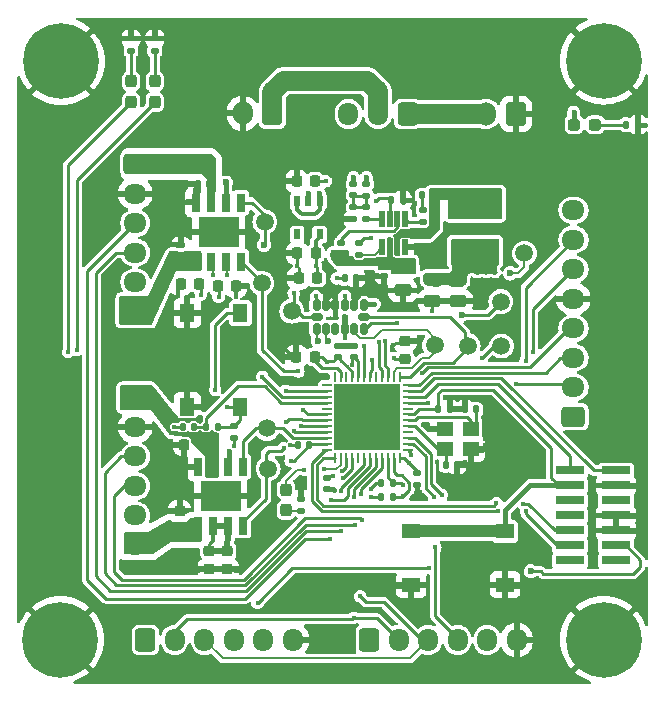
<source format=gbr>
%TF.GenerationSoftware,KiCad,Pcbnew,8.0.1*%
%TF.CreationDate,2024-10-23T09:07:35+02:00*%
%TF.ProjectId,StealthKitty.kicad_pro,53746561-6c74-4684-9b69-7474792e6b69,rev?*%
%TF.SameCoordinates,Original*%
%TF.FileFunction,Copper,L1,Top*%
%TF.FilePolarity,Positive*%
%FSLAX46Y46*%
G04 Gerber Fmt 4.6, Leading zero omitted, Abs format (unit mm)*
G04 Created by KiCad (PCBNEW 8.0.1) date 2024-10-23 09:07:35*
%MOMM*%
%LPD*%
G01*
G04 APERTURE LIST*
G04 Aperture macros list*
%AMRoundRect*
0 Rectangle with rounded corners*
0 $1 Rounding radius*
0 $2 $3 $4 $5 $6 $7 $8 $9 X,Y pos of 4 corners*
0 Add a 4 corners polygon primitive as box body*
4,1,4,$2,$3,$4,$5,$6,$7,$8,$9,$2,$3,0*
0 Add four circle primitives for the rounded corners*
1,1,$1+$1,$2,$3*
1,1,$1+$1,$4,$5*
1,1,$1+$1,$6,$7*
1,1,$1+$1,$8,$9*
0 Add four rect primitives between the rounded corners*
20,1,$1+$1,$2,$3,$4,$5,0*
20,1,$1+$1,$4,$5,$6,$7,0*
20,1,$1+$1,$6,$7,$8,$9,0*
20,1,$1+$1,$8,$9,$2,$3,0*%
G04 Aperture macros list end*
%TA.AperFunction,SMDPad,CuDef*%
%ADD10RoundRect,0.140000X-0.170000X0.140000X-0.170000X-0.140000X0.170000X-0.140000X0.170000X0.140000X0*%
%TD*%
%TA.AperFunction,SMDPad,CuDef*%
%ADD11C,1.500000*%
%TD*%
%TA.AperFunction,SMDPad,CuDef*%
%ADD12RoundRect,0.225000X-0.225000X-0.250000X0.225000X-0.250000X0.225000X0.250000X-0.225000X0.250000X0*%
%TD*%
%TA.AperFunction,SMDPad,CuDef*%
%ADD13RoundRect,0.135000X0.185000X-0.135000X0.185000X0.135000X-0.185000X0.135000X-0.185000X-0.135000X0*%
%TD*%
%TA.AperFunction,SMDPad,CuDef*%
%ADD14RoundRect,0.135000X0.135000X0.185000X-0.135000X0.185000X-0.135000X-0.185000X0.135000X-0.185000X0*%
%TD*%
%TA.AperFunction,SMDPad,CuDef*%
%ADD15RoundRect,0.225000X-0.250000X0.225000X-0.250000X-0.225000X0.250000X-0.225000X0.250000X0.225000X0*%
%TD*%
%TA.AperFunction,SMDPad,CuDef*%
%ADD16RoundRect,0.140000X0.170000X-0.140000X0.170000X0.140000X-0.170000X0.140000X-0.170000X-0.140000X0*%
%TD*%
%TA.AperFunction,ComponentPad*%
%ADD17RoundRect,0.250000X0.600000X0.725000X-0.600000X0.725000X-0.600000X-0.725000X0.600000X-0.725000X0*%
%TD*%
%TA.AperFunction,ComponentPad*%
%ADD18O,1.700000X1.950000*%
%TD*%
%TA.AperFunction,SMDPad,CuDef*%
%ADD19RoundRect,0.225000X0.225000X0.250000X-0.225000X0.250000X-0.225000X-0.250000X0.225000X-0.250000X0*%
%TD*%
%TA.AperFunction,ComponentPad*%
%ADD20C,0.800000*%
%TD*%
%TA.AperFunction,ComponentPad*%
%ADD21C,6.400000*%
%TD*%
%TA.AperFunction,ComponentPad*%
%ADD22RoundRect,0.250000X0.600000X0.750000X-0.600000X0.750000X-0.600000X-0.750000X0.600000X-0.750000X0*%
%TD*%
%TA.AperFunction,ComponentPad*%
%ADD23O,1.700000X2.000000*%
%TD*%
%TA.AperFunction,ComponentPad*%
%ADD24RoundRect,0.250000X-0.600000X-0.725000X0.600000X-0.725000X0.600000X0.725000X-0.600000X0.725000X0*%
%TD*%
%TA.AperFunction,SMDPad,CuDef*%
%ADD25R,1.300000X1.550000*%
%TD*%
%TA.AperFunction,SMDPad,CuDef*%
%ADD26R,1.550000X1.300000*%
%TD*%
%TA.AperFunction,SMDPad,CuDef*%
%ADD27RoundRect,0.140000X0.140000X0.170000X-0.140000X0.170000X-0.140000X-0.170000X0.140000X-0.170000X0*%
%TD*%
%TA.AperFunction,SMDPad,CuDef*%
%ADD28R,0.802000X1.505000*%
%TD*%
%TA.AperFunction,SMDPad,CuDef*%
%ADD29R,3.502000X2.613000*%
%TD*%
%TA.AperFunction,SMDPad,CuDef*%
%ADD30R,2.400000X0.740000*%
%TD*%
%TA.AperFunction,SMDPad,CuDef*%
%ADD31RoundRect,0.140000X-0.140000X-0.170000X0.140000X-0.170000X0.140000X0.170000X-0.140000X0.170000X0*%
%TD*%
%TA.AperFunction,SMDPad,CuDef*%
%ADD32RoundRect,0.250000X-0.475000X0.250000X-0.475000X-0.250000X0.475000X-0.250000X0.475000X0.250000X0*%
%TD*%
%TA.AperFunction,SMDPad,CuDef*%
%ADD33RoundRect,0.225000X0.250000X-0.225000X0.250000X0.225000X-0.250000X0.225000X-0.250000X-0.225000X0*%
%TD*%
%TA.AperFunction,ComponentPad*%
%ADD34RoundRect,0.250000X0.725000X-0.600000X0.725000X0.600000X-0.725000X0.600000X-0.725000X-0.600000X0*%
%TD*%
%TA.AperFunction,ComponentPad*%
%ADD35O,1.950000X1.700000*%
%TD*%
%TA.AperFunction,SMDPad,CuDef*%
%ADD36RoundRect,0.135000X-0.185000X0.135000X-0.185000X-0.135000X0.185000X-0.135000X0.185000X0.135000X0*%
%TD*%
%TA.AperFunction,SMDPad,CuDef*%
%ADD37RoundRect,0.237500X0.287500X0.237500X-0.287500X0.237500X-0.287500X-0.237500X0.287500X-0.237500X0*%
%TD*%
%TA.AperFunction,SMDPad,CuDef*%
%ADD38R,4.100000X2.150000*%
%TD*%
%TA.AperFunction,ComponentPad*%
%ADD39RoundRect,0.250000X-0.725000X0.600000X-0.725000X-0.600000X0.725000X-0.600000X0.725000X0.600000X0*%
%TD*%
%TA.AperFunction,SMDPad,CuDef*%
%ADD40RoundRect,0.150000X-0.150000X0.325000X-0.150000X-0.325000X0.150000X-0.325000X0.150000X0.325000X0*%
%TD*%
%TA.AperFunction,SMDPad,CuDef*%
%ADD41RoundRect,0.150000X-0.325000X0.150000X-0.325000X-0.150000X0.325000X-0.150000X0.325000X0.150000X0*%
%TD*%
%TA.AperFunction,SMDPad,CuDef*%
%ADD42R,1.400000X1.200000*%
%TD*%
%TA.AperFunction,SMDPad,CuDef*%
%ADD43RoundRect,0.135000X-0.135000X-0.185000X0.135000X-0.185000X0.135000X0.185000X-0.135000X0.185000X0*%
%TD*%
%TA.AperFunction,SMDPad,CuDef*%
%ADD44RoundRect,0.237500X-0.237500X0.287500X-0.237500X-0.287500X0.237500X-0.287500X0.237500X0.287500X0*%
%TD*%
%TA.AperFunction,SMDPad,CuDef*%
%ADD45R,0.490000X1.340000*%
%TD*%
%TA.AperFunction,SMDPad,CuDef*%
%ADD46R,0.600000X0.900000*%
%TD*%
%TA.AperFunction,SMDPad,CuDef*%
%ADD47RoundRect,0.237500X0.237500X-0.287500X0.237500X0.287500X-0.237500X0.287500X-0.237500X-0.287500X0*%
%TD*%
%TA.AperFunction,SMDPad,CuDef*%
%ADD48RoundRect,0.062500X0.375000X0.062500X-0.375000X0.062500X-0.375000X-0.062500X0.375000X-0.062500X0*%
%TD*%
%TA.AperFunction,SMDPad,CuDef*%
%ADD49RoundRect,0.062500X0.062500X0.375000X-0.062500X0.375000X-0.062500X-0.375000X0.062500X-0.375000X0*%
%TD*%
%TA.AperFunction,HeatsinkPad*%
%ADD50R,5.600000X5.600000*%
%TD*%
%TA.AperFunction,ViaPad*%
%ADD51C,0.600000*%
%TD*%
%TA.AperFunction,ViaPad*%
%ADD52C,0.450000*%
%TD*%
%TA.AperFunction,Conductor*%
%ADD53C,0.250000*%
%TD*%
%TA.AperFunction,Conductor*%
%ADD54C,0.200000*%
%TD*%
%TA.AperFunction,Conductor*%
%ADD55C,0.350000*%
%TD*%
%TA.AperFunction,Conductor*%
%ADD56C,0.450000*%
%TD*%
%TA.AperFunction,Conductor*%
%ADD57C,1.000000*%
%TD*%
%TA.AperFunction,Conductor*%
%ADD58C,0.300000*%
%TD*%
%TA.AperFunction,Conductor*%
%ADD59C,0.490000*%
%TD*%
%TA.AperFunction,Conductor*%
%ADD60C,1.700000*%
%TD*%
G04 APERTURE END LIST*
D10*
%TO.P,C508,1*%
%TO.N,+5V*%
X145762500Y-70380000D03*
%TO.P,C508,2*%
%TO.N,Net-(C508-Pad2)*%
X145762500Y-71340000D03*
%TD*%
D11*
%TO.P,TP301,1,1*%
%TO.N,SCK*%
X155467500Y-84070000D03*
%TD*%
D12*
%TO.P,Cs301,1*%
%TO.N,GND*%
X141112500Y-78350000D03*
%TO.P,Cs301,2*%
%TO.N,+3.3V*%
X142662500Y-78350000D03*
%TD*%
D13*
%TO.P,R502,1*%
%TO.N,Net-(IC501-PG)*%
X146257500Y-76370000D03*
%TO.P,R502,2*%
%TO.N,Net-(IC501-VCC)*%
X146257500Y-75350000D03*
%TD*%
D14*
%TO.P,R402,1*%
%TO.N,SCL*%
X149147500Y-95700000D03*
%TO.P,R402,2*%
%TO.N,+3.3V*%
X148127500Y-95700000D03*
%TD*%
D11*
%TO.P,TP310,1,1*%
%TO.N,INT1_adx*%
X160237500Y-76250000D03*
%TD*%
D10*
%TO.P,C503,1*%
%TO.N,+VBAT*%
X148362500Y-77180000D03*
%TO.P,C503,2*%
%TO.N,GND*%
X148362500Y-78140000D03*
%TD*%
D13*
%TO.P,R403,1*%
%TO.N,Net-(D401-K)*%
X126937500Y-59085000D03*
%TO.P,R403,2*%
%TO.N,GND*%
X126937500Y-58065000D03*
%TD*%
%TO.P,R504,1*%
%TO.N,Net-(IC501-FB)*%
X146862500Y-73370000D03*
%TO.P,R504,2*%
%TO.N,Net-(C508-Pad2)*%
X146862500Y-72350000D03*
%TD*%
D15*
%TO.P,C206,1*%
%TO.N,+VBAT*%
X135074854Y-101449336D03*
%TO.P,C206,2*%
%TO.N,GND*%
X135074854Y-102999336D03*
%TD*%
D16*
%TO.P,C204,1*%
%TO.N,/motorisation Sheet/Motor1+*%
X131137500Y-76530000D03*
%TO.P,C204,2*%
%TO.N,GND*%
X131137500Y-75570000D03*
%TD*%
D17*
%TO.P,SW501,1,A*%
%TO.N,Net-(Alim_charger501-Pin_2)*%
X150337500Y-64450000D03*
D18*
%TO.P,SW501,2,B*%
%TO.N,Net-(BT501-+)*%
X147837500Y-64450000D03*
%TO.P,SW501,3,C*%
%TO.N,+VBAT*%
X145337500Y-64450000D03*
%TD*%
D11*
%TO.P,TP203,1,1*%
%TO.N,PWM_MOT2_CH1*%
X138527500Y-94490000D03*
%TD*%
D19*
%TO.P,C504,1*%
%TO.N,+5V*%
X142512500Y-70150000D03*
%TO.P,C504,2*%
%TO.N,GND*%
X140962500Y-70150000D03*
%TD*%
D20*
%TO.P,H402,1,1*%
%TO.N,GND*%
X164550000Y-59950000D03*
X165252944Y-58252944D03*
X165252944Y-61647056D03*
X166950000Y-57550000D03*
D21*
X166950000Y-59950000D03*
D20*
X166950000Y-62350000D03*
X168647056Y-58252944D03*
X168647056Y-61647056D03*
X169350000Y-59950000D03*
%TD*%
D22*
%TO.P,Alim_charger501,1,Pin_1*%
%TO.N,GND*%
X159500000Y-64450000D03*
D23*
%TO.P,Alim_charger501,2,Pin_2*%
%TO.N,Net-(Alim_charger501-Pin_2)*%
X157000000Y-64450000D03*
%TD*%
D18*
%TO.P,J301,6,Pin_6*%
%TO.N,GND*%
X159587500Y-109000000D03*
%TO.P,J301,5,Pin_5*%
%TO.N,xshunt1*%
X157087500Y-109000000D03*
%TO.P,J301,4,Pin_4*%
%TO.N,INT_tof1*%
X154587500Y-109000000D03*
%TO.P,J301,3,Pin_3*%
%TO.N,SCL*%
X152087500Y-109000000D03*
%TO.P,J301,2,Pin_2*%
%TO.N,SDA*%
X149587500Y-109000000D03*
D24*
%TO.P,J301,1,Pin_1*%
%TO.N,+5V*%
X147087500Y-109000000D03*
%TD*%
D25*
%TO.P,SW402,1,1*%
%TO.N,Net-(R406-Pad2)*%
X136186999Y-81315125D03*
X136186999Y-89265125D03*
%TO.P,SW402,2,2*%
%TO.N,GND*%
X131686999Y-81315125D03*
X131686999Y-89265125D03*
%TD*%
D13*
%TO.P,R405,1*%
%TO.N,Net-(D403-K)*%
X141337500Y-98060000D03*
%TO.P,R405,2*%
%TO.N,GND*%
X141337500Y-97040000D03*
%TD*%
D26*
%TO.P,SW401,1,1*%
%TO.N,/brain Sheet/NRST*%
X150662500Y-99800000D03*
X158612500Y-99800000D03*
%TO.P,SW401,2,2*%
%TO.N,GND*%
X150662500Y-104300000D03*
X158612500Y-104300000D03*
%TD*%
D27*
%TO.P,C205,1*%
%TO.N,/motorisation Sheet/Motor1-*%
X133522450Y-70375589D03*
%TO.P,C205,2*%
%TO.N,GND*%
X132562450Y-70375589D03*
%TD*%
D20*
%TO.P,H401,1,1*%
%TO.N,GND*%
X118600000Y-60000000D03*
X119302944Y-58302944D03*
X119302944Y-61697056D03*
X121000000Y-57600000D03*
D21*
X121000000Y-60000000D03*
D20*
X121000000Y-62400000D03*
X122697056Y-58302944D03*
X122697056Y-61697056D03*
X123400000Y-60000000D03*
%TD*%
D28*
%TO.P,U2,1,OUT1*%
%TO.N,/motorisation Sheet/Motor2+*%
X132610477Y-99308142D03*
%TO.P,U2,2,VM*%
%TO.N,+VBAT*%
X133880477Y-99308142D03*
%TO.P,U2,3,VDD*%
X135150477Y-99308142D03*
%TO.P,U2,4,FWD*%
%TO.N,PWM_MOT2_CH1*%
X136420477Y-99308142D03*
%TO.P,U2,5,REV*%
%TO.N,PWM_MOT2_CH2*%
X136420477Y-94313142D03*
%TO.P,U2,6,VREF*%
%TO.N,+VBAT*%
X135150477Y-94313142D03*
%TO.P,U2,7,OUT2*%
%TO.N,/motorisation Sheet/Motor2-*%
X133880477Y-94313142D03*
%TO.P,U2,8,GND*%
%TO.N,GND*%
X132610477Y-94313142D03*
D29*
%TO.P,U2,9,GND*%
X134515477Y-96810642D03*
%TD*%
D10*
%TO.P,C405,1*%
%TO.N,GND*%
X145817500Y-84070000D03*
%TO.P,C405,2*%
%TO.N,+3.3V*%
X145817500Y-85030000D03*
%TD*%
D13*
%TO.P,R404,1*%
%TO.N,Net-(D402-K)*%
X128937500Y-59085000D03*
%TO.P,R404,2*%
%TO.N,GND*%
X128937500Y-58065000D03*
%TD*%
D30*
%TO.P,J401,1,NC*%
%TO.N,unconnected-(J401-NC-Pad1)*%
X167987500Y-102260000D03*
%TO.P,J401,2,NC*%
%TO.N,unconnected-(J401-NC-Pad2)*%
X164087500Y-102260000D03*
%TO.P,J401,3,VCC*%
%TO.N,+3.3V*%
X167987500Y-100990000D03*
%TO.P,J401,4,JTMS/SWDIO*%
%TO.N,/brain Sheet/SWDIO*%
X164087500Y-100990000D03*
%TO.P,J401,5,GND*%
%TO.N,GND*%
X167987500Y-99720000D03*
%TO.P,J401,6,JCLK/SWCLK*%
%TO.N,/brain Sheet/SWCLK*%
X164087500Y-99720000D03*
%TO.P,J401,7,GND*%
%TO.N,GND*%
X167987500Y-98450000D03*
%TO.P,J401,8,JTDO/SWO*%
%TO.N,unconnected-(J401-JTDO{slash}SWO-Pad8)*%
X164087500Y-98450000D03*
%TO.P,J401,9,JRCLK/NC*%
%TO.N,unconnected-(J401-JRCLK{slash}NC-Pad9)*%
X167987500Y-97180000D03*
%TO.P,J401,10,JTDI/NC*%
%TO.N,unconnected-(J401-JTDI{slash}NC-Pad10)*%
X164087500Y-97180000D03*
%TO.P,J401,11,GNDDetect*%
%TO.N,GND*%
X167987500Y-95910000D03*
%TO.P,J401,12,~{RST}*%
%TO.N,/brain Sheet/NRST*%
X164087500Y-95910000D03*
%TO.P,J401,13,VCP_RX*%
%TO.N,/brain Sheet/RX_link*%
X167987500Y-94640000D03*
%TO.P,J401,14,VCP_TX*%
%TO.N,/brain Sheet/TX_link*%
X164087500Y-94640000D03*
%TD*%
D13*
%TO.P,R505,1*%
%TO.N,GND*%
X145762500Y-73370000D03*
%TO.P,R505,2*%
%TO.N,Net-(C508-Pad2)*%
X145762500Y-72350000D03*
%TD*%
D31*
%TO.P,C411,1*%
%TO.N,/brain Sheet/OSC_IN*%
X153557500Y-94200000D03*
%TO.P,C411,2*%
%TO.N,GND*%
X154517500Y-94200000D03*
%TD*%
D11*
%TO.P,TP204,1,1*%
%TO.N,PWM_MOT2_CH2*%
X138437500Y-91080000D03*
%TD*%
D32*
%TO.P,C509,1*%
%TO.N,+5V*%
X154637500Y-78400000D03*
%TO.P,C509,2*%
%TO.N,GND*%
X154637500Y-80300000D03*
%TD*%
D33*
%TO.P,C207,1*%
%TO.N,/motorisation Sheet/Motor2+*%
X131037500Y-99625000D03*
%TO.P,C207,2*%
%TO.N,GND*%
X131037500Y-98075000D03*
%TD*%
D34*
%TO.P,J303,1,Pin_1*%
%TO.N,unconnected-(J303-Pin_1-Pad1)*%
X164387500Y-90100000D03*
D35*
%TO.P,J303,2,Pin_2*%
%TO.N,M_EN*%
X164387500Y-87600000D03*
%TO.P,J303,3,Pin_3*%
%TO.N,DEV_EN*%
X164387500Y-85100000D03*
%TO.P,J303,4,Pin_4*%
%TO.N,M_SCTR*%
X164387500Y-82600000D03*
%TO.P,J303,5,Pin_5*%
%TO.N,GND*%
X164387500Y-80100000D03*
%TO.P,J303,6,Pin_6*%
%TO.N,Rx_lidar*%
X164387500Y-77600000D03*
%TO.P,J303,7,Pin_7*%
%TO.N,Tx_Lidar*%
X164387500Y-75100000D03*
%TO.P,J303,8,Pin_8*%
%TO.N,+5V*%
X164387500Y-72600000D03*
%TD*%
D22*
%TO.P,BT501,1,+*%
%TO.N,Net-(BT501-+)*%
X138887500Y-64400000D03*
D23*
%TO.P,BT501,2,-*%
%TO.N,GND*%
X136387500Y-64400000D03*
%TD*%
D32*
%TO.P,C507,1*%
%TO.N,+5V*%
X152437500Y-78400000D03*
%TO.P,C507,2*%
%TO.N,GND*%
X152437500Y-80300000D03*
%TD*%
D27*
%TO.P,C412,1*%
%TO.N,/brain Sheet/Button_1*%
X132247500Y-90950000D03*
%TO.P,C412,2*%
%TO.N,GND*%
X131287500Y-90950000D03*
%TD*%
D36*
%TO.P,R501,1*%
%TO.N,Net-(IC501-EN{slash}SYNC)*%
X144734345Y-75411885D03*
%TO.P,R501,2*%
%TO.N,+VBAT*%
X144734345Y-76431885D03*
%TD*%
D10*
%TO.P,C408,1*%
%TO.N,GND*%
X144437500Y-84070000D03*
%TO.P,C408,2*%
%TO.N,+3.3V*%
X144437500Y-85030000D03*
%TD*%
D37*
%TO.P,D501,1,K*%
%TO.N,Net-(D501-K)*%
X166212500Y-65350000D03*
%TO.P,D501,2,A*%
%TO.N,+3.3V*%
X164462500Y-65350000D03*
%TD*%
D19*
%TO.P,C208,1*%
%TO.N,/motorisation Sheet/Motor2-*%
X132987500Y-92450000D03*
%TO.P,C208,2*%
%TO.N,GND*%
X131437500Y-92450000D03*
%TD*%
D38*
%TO.P,L501,1*%
%TO.N,Net-(IC501-SW)*%
X156062500Y-72000000D03*
%TO.P,L501,2*%
%TO.N,+5V*%
X156062500Y-76100000D03*
%TD*%
D28*
%TO.P,U1,1,OUT1*%
%TO.N,/motorisation Sheet/Motor1+*%
X132432500Y-76947500D03*
%TO.P,U1,2,VM*%
%TO.N,+VBAT*%
X133702500Y-76947500D03*
%TO.P,U1,3,VDD*%
X134972500Y-76947500D03*
%TO.P,U1,4,FWD*%
%TO.N,PWM_MOT1_CH1*%
X136242500Y-76947500D03*
%TO.P,U1,5,REV*%
%TO.N,PWM_MOT1_CH2*%
X136242500Y-71952500D03*
%TO.P,U1,6,VREF*%
%TO.N,+VBAT*%
X134972500Y-71952500D03*
%TO.P,U1,7,OUT2*%
%TO.N,/motorisation Sheet/Motor1-*%
X133702500Y-71952500D03*
%TO.P,U1,8,GND*%
%TO.N,GND*%
X132432500Y-71952500D03*
D29*
%TO.P,U1,9,GND*%
X134337500Y-74450000D03*
%TD*%
D31*
%TO.P,Cio301,1*%
%TO.N,+3.3V*%
X145007500Y-78370000D03*
%TO.P,Cio301,2*%
%TO.N,GND*%
X145967500Y-78370000D03*
%TD*%
D39*
%TO.P,J201,1,Pin_1*%
%TO.N,/motorisation Sheet/Motor1-*%
X127287500Y-68700000D03*
D35*
%TO.P,J201,2,Pin_2*%
%TO.N,GND*%
X127287500Y-71200000D03*
%TO.P,J201,3,Pin_3*%
%TO.N,Codeur1_PH2*%
X127287500Y-73700000D03*
%TO.P,J201,4,Pin_4*%
%TO.N,Codeur1_PH1*%
X127287500Y-76200000D03*
%TO.P,J201,5,Pin_5*%
%TO.N,+3.3V*%
X127287500Y-78700000D03*
%TO.P,J201,6,Pin_6*%
%TO.N,/motorisation Sheet/Motor1+*%
X127287500Y-81200000D03*
%TD*%
D16*
%TO.P,C404,1*%
%TO.N,+3.3V*%
X143537500Y-96230000D03*
%TO.P,C404,2*%
%TO.N,GND*%
X143537500Y-95270000D03*
%TD*%
D40*
%TO.P,U301,1,Vdd_I/O*%
%TO.N,+3.3V*%
X146637500Y-80650000D03*
%TO.P,U301,2,GND*%
%TO.N,GND*%
X145837500Y-80650000D03*
%TO.P,U301,3,RES*%
%TO.N,+3.3V*%
X145037500Y-80650000D03*
%TO.P,U301,4,GND*%
%TO.N,GND*%
X144237500Y-80650000D03*
%TO.P,U301,5,GND*%
X143437500Y-80650000D03*
%TO.P,U301,6,Vs*%
%TO.N,+3.3V*%
X142637500Y-80650000D03*
D41*
%TO.P,U301,7,~{CS}*%
%TO.N,nCS*%
X142637500Y-81650000D03*
D40*
%TO.P,U301,8,INT1*%
%TO.N,INT1_adx*%
X142637500Y-82650000D03*
%TO.P,U301,9,INT2*%
%TO.N,INT2_adx*%
X143437500Y-82650000D03*
%TO.P,U301,10,NC*%
%TO.N,unconnected-(U301-NC-Pad10)*%
X144237500Y-82650000D03*
%TO.P,U301,11,RES*%
%TO.N,GND*%
X145037500Y-82650000D03*
%TO.P,U301,12,SDO/ADDR*%
%TO.N,MISO*%
X145837500Y-82650000D03*
%TO.P,U301,13,SDA/SDI/SDIO*%
%TO.N,MOSI*%
X146637500Y-82650000D03*
D41*
%TO.P,U301,14,SCL/SCLK*%
%TO.N,SCK*%
X146637500Y-81650000D03*
%TD*%
D42*
%TO.P,Y401,1,1*%
%TO.N,/brain Sheet/OSC_OUT*%
X155677189Y-91100000D03*
%TO.P,Y401,2,2*%
%TO.N,GND*%
X153477189Y-91100000D03*
%TO.P,Y401,3,3*%
%TO.N,/brain Sheet/OSC_IN*%
X153477189Y-92800000D03*
%TO.P,Y401,4,4*%
%TO.N,GND*%
X155677189Y-92800000D03*
%TD*%
D27*
%TO.P,C401,1*%
%TO.N,+3.3V*%
X142017500Y-92500000D03*
%TO.P,C401,2*%
%TO.N,GND*%
X141057500Y-92500000D03*
%TD*%
D19*
%TO.P,C203,1*%
%TO.N,+VBAT*%
X132712500Y-78850000D03*
%TO.P,C203,2*%
%TO.N,GND*%
X131162500Y-78850000D03*
%TD*%
D27*
%TO.P,C403,1*%
%TO.N,GND*%
X153896722Y-89460362D03*
%TO.P,C403,2*%
%TO.N,/brain Sheet/NRST*%
X152936722Y-89460362D03*
%TD*%
D20*
%TO.P,H404,1,1*%
%TO.N,GND*%
X118550000Y-108950000D03*
X119252944Y-107252944D03*
X119252944Y-110647056D03*
X120950000Y-106550000D03*
D21*
X120950000Y-108950000D03*
D20*
X120950000Y-111350000D03*
X122647056Y-107252944D03*
X122647056Y-110647056D03*
X123350000Y-108950000D03*
%TD*%
D11*
%TO.P,TP302,1,1*%
%TO.N,nCS*%
X140537500Y-81150000D03*
%TD*%
D43*
%TO.P,R507,1*%
%TO.N,Net-(D501-K)*%
X168827500Y-65350000D03*
%TO.P,R507,2*%
%TO.N,GND*%
X169847500Y-65350000D03*
%TD*%
D44*
%TO.P,D402,1,K*%
%TO.N,Net-(D402-K)*%
X128937500Y-61700000D03*
%TO.P,D402,2,A*%
%TO.N,/brain Sheet/status_Purple*%
X128937500Y-63450000D03*
%TD*%
D39*
%TO.P,J202,1,Pin_1*%
%TO.N,/motorisation Sheet/Motor2-*%
X127287500Y-88450000D03*
D35*
%TO.P,J202,2,Pin_2*%
%TO.N,GND*%
X127287500Y-90950000D03*
%TO.P,J202,3,Pin_3*%
%TO.N,Codeur2_PH1*%
X127287500Y-93450000D03*
%TO.P,J202,4,Pin_4*%
%TO.N,Codeur2_PH2*%
X127287500Y-95950000D03*
%TO.P,J202,5,Pin_5*%
%TO.N,+3.3V*%
X127287500Y-98450000D03*
%TO.P,J202,6,Pin_6*%
%TO.N,/motorisation Sheet/Motor2+*%
X127287500Y-100950000D03*
%TD*%
D27*
%TO.P,C502,1*%
%TO.N,GND*%
X149917500Y-71780000D03*
%TO.P,C502,2*%
%TO.N,Net-(IC501-VCC)*%
X148957500Y-71780000D03*
%TD*%
D11*
%TO.P,TP201,1,1*%
%TO.N,PWM_MOT1_CH1*%
X138010642Y-78777084D03*
%TD*%
D15*
%TO.P,C402,1*%
%TO.N,GND*%
X150137500Y-83675000D03*
%TO.P,C402,2*%
%TO.N,+3.3V*%
X150137500Y-85225000D03*
%TD*%
D11*
%TO.P,TP308,1,1*%
%TO.N,MOSI*%
X158237500Y-80350000D03*
%TD*%
D13*
%TO.P,R503,1*%
%TO.N,Net-(IC501-BST)*%
X151662500Y-73570000D03*
%TO.P,R503,2*%
%TO.N,Net-(C505-Pad2)*%
X151662500Y-72550000D03*
%TD*%
D27*
%TO.P,C409,1*%
%TO.N,/brain Sheet/OSC_OUT*%
X156157189Y-89456057D03*
%TO.P,C409,2*%
%TO.N,GND*%
X155197189Y-89456057D03*
%TD*%
D19*
%TO.P,C407,1*%
%TO.N,+3.3V*%
X142467500Y-85010618D03*
%TO.P,C407,2*%
%TO.N,GND*%
X140917500Y-85010618D03*
%TD*%
D44*
%TO.P,D401,1,K*%
%TO.N,Net-(D401-K)*%
X126937500Y-61700000D03*
%TO.P,D401,2,A*%
%TO.N,/brain Sheet/status_Orange*%
X126937500Y-63450000D03*
%TD*%
D14*
%TO.P,R401,1*%
%TO.N,SDA*%
X149147500Y-96850000D03*
%TO.P,R401,2*%
%TO.N,+3.3V*%
X148127500Y-96850000D03*
%TD*%
D24*
%TO.P,J302,1,Pin_1*%
%TO.N,+5V*%
X128137500Y-108975000D03*
D18*
%TO.P,J302,2,Pin_2*%
%TO.N,SDA*%
X130637500Y-108975000D03*
%TO.P,J302,3,Pin_3*%
%TO.N,SCL*%
X133137500Y-108975000D03*
%TO.P,J302,4,Pin_4*%
%TO.N,INT_tof2*%
X135637500Y-108975000D03*
%TO.P,J302,5,Pin_5*%
%TO.N,xshunt2*%
X138137500Y-108975000D03*
%TO.P,J302,6,Pin_6*%
%TO.N,GND*%
X140637500Y-108975000D03*
%TD*%
D45*
%TO.P,IC501,1,PG*%
%TO.N,Net-(IC501-PG)*%
X148187500Y-75750000D03*
%TO.P,IC501,2,IN*%
%TO.N,+VBAT*%
X148837500Y-75750000D03*
%TO.P,IC501,3,SW*%
%TO.N,Net-(IC501-SW)*%
X149487500Y-75750000D03*
%TO.P,IC501,4,GND*%
%TO.N,GND*%
X150137500Y-75750000D03*
%TO.P,IC501,5,BST*%
%TO.N,Net-(IC501-BST)*%
X150137500Y-73370000D03*
%TO.P,IC501,6,EN/SYNC*%
%TO.N,Net-(IC501-EN{slash}SYNC)*%
X149487500Y-73370000D03*
%TO.P,IC501,7,VCC*%
%TO.N,Net-(IC501-VCC)*%
X148837500Y-73370000D03*
%TO.P,IC501,8,FB*%
%TO.N,Net-(IC501-FB)*%
X148187500Y-73370000D03*
%TD*%
D13*
%TO.P,R406,1*%
%TO.N,+3.3V*%
X135637500Y-91910000D03*
%TO.P,R406,2*%
%TO.N,Net-(R406-Pad2)*%
X135637500Y-90890000D03*
%TD*%
D15*
%TO.P,C202,1*%
%TO.N,+VBAT*%
X133537500Y-101450000D03*
%TO.P,C202,2*%
%TO.N,GND*%
X133537500Y-103000000D03*
%TD*%
D20*
%TO.P,H403,1,1*%
%TO.N,GND*%
X169350000Y-108950000D03*
X168647056Y-107252944D03*
X168647056Y-110647056D03*
X166950000Y-106550000D03*
D21*
X166950000Y-108950000D03*
D20*
X166950000Y-111350000D03*
X165252944Y-107252944D03*
X165252944Y-110647056D03*
X164550000Y-108950000D03*
%TD*%
D11*
%TO.P,TP202,1,1*%
%TO.N,PWM_MOT1_CH2*%
X138257500Y-73600000D03*
%TD*%
D46*
%TO.P,PS501,1,VIN*%
%TO.N,+5V*%
X142887500Y-71850000D03*
%TO.P,PS501,2,GND*%
%TO.N,GND*%
X141937500Y-71850000D03*
%TO.P,PS501,3,STBY*%
%TO.N,+5V*%
X140987500Y-71850000D03*
%TO.P,PS501,4,N.C.*%
%TO.N,unconnected-(PS501-N.C.-Pad4)*%
X140987500Y-74650000D03*
%TO.P,PS501,5,VOUT*%
%TO.N,+3.3V*%
X142887500Y-74650000D03*
%TD*%
D47*
%TO.P,D403,1,K*%
%TO.N,Net-(D403-K)*%
X140037500Y-98000000D03*
%TO.P,D403,2,A*%
%TO.N,/brain Sheet/status_LiDAR*%
X140037500Y-96250000D03*
%TD*%
D19*
%TO.P,C506,1*%
%TO.N,+3.3V*%
X142562500Y-76250000D03*
%TO.P,C506,2*%
%TO.N,GND*%
X141012500Y-76250000D03*
%TD*%
D27*
%TO.P,C505,1*%
%TO.N,Net-(IC501-SW)*%
X152505745Y-71355813D03*
%TO.P,C505,2*%
%TO.N,Net-(C505-Pad2)*%
X151545745Y-71355813D03*
%TD*%
D12*
%TO.P,C201,1*%
%TO.N,+VBAT*%
X134262500Y-79050000D03*
%TO.P,C201,2*%
%TO.N,GND*%
X135812500Y-79050000D03*
%TD*%
D48*
%TO.P,U401,1,VBAT*%
%TO.N,+3.3V*%
X150352688Y-92893226D03*
%TO.P,U401,2,PC13*%
%TO.N,INT_tof1*%
X150352688Y-92393226D03*
%TO.P,U401,3,PC14*%
%TO.N,INT_tof2*%
X150352688Y-91893226D03*
%TO.P,U401,4,PC15*%
%TO.N,unconnected-(U401-PC15-Pad4)*%
X150352688Y-91393226D03*
%TO.P,U401,5,PF0*%
%TO.N,/brain Sheet/OSC_IN*%
X150352688Y-90893226D03*
%TO.P,U401,6,PF1*%
%TO.N,/brain Sheet/OSC_OUT*%
X150352688Y-90393226D03*
%TO.P,U401,7,PG10*%
%TO.N,/brain Sheet/NRST*%
X150352688Y-89893226D03*
%TO.P,U401,8,PA0*%
%TO.N,unconnected-(U401-PA0-Pad8)*%
X150352688Y-89393226D03*
%TO.P,U401,9,PA1*%
%TO.N,M_EN*%
X150352688Y-88893226D03*
%TO.P,U401,10,PA2*%
%TO.N,/brain Sheet/TX_link*%
X150352688Y-88393226D03*
%TO.P,U401,11,PA3*%
%TO.N,/brain Sheet/RX_link*%
X150352688Y-87893226D03*
%TO.P,U401,12,PA4*%
%TO.N,DEV_EN*%
X150352688Y-87393226D03*
D49*
%TO.P,U401,13,PA5*%
%TO.N,SCK*%
X149665188Y-86705726D03*
%TO.P,U401,14,PA6*%
%TO.N,MISO*%
X149165188Y-86705726D03*
%TO.P,U401,15,PA7*%
%TO.N,MOSI*%
X148665188Y-86705726D03*
%TO.P,U401,16,PC4*%
%TO.N,nCS*%
X148165188Y-86705726D03*
%TO.P,U401,17,PB0*%
%TO.N,unconnected-(U401-PB0-Pad17)*%
X147665188Y-86705726D03*
%TO.P,U401,18,PB1*%
%TO.N,INT2_adx*%
X147165188Y-86705726D03*
%TO.P,U401,19,PB2*%
%TO.N,INT1_adx*%
X146665188Y-86705726D03*
%TO.P,U401,20,VREF+*%
%TO.N,+3.3V*%
X146165188Y-86705726D03*
%TO.P,U401,21,VDDA*%
X145665188Y-86705726D03*
%TO.P,U401,22,PB10*%
%TO.N,unconnected-(U401-PB10-Pad22)*%
X145165188Y-86705726D03*
%TO.P,U401,23,VDD*%
%TO.N,+3.3V*%
X144665188Y-86705726D03*
%TO.P,U401,24,PB11*%
%TO.N,unconnected-(U401-PB11-Pad24)*%
X144165188Y-86705726D03*
D48*
%TO.P,U401,25,PB12*%
%TO.N,unconnected-(U401-PB12-Pad25)*%
X143477688Y-87393226D03*
%TO.P,U401,26,PB13*%
%TO.N,/brain Sheet/status_Orange*%
X143477688Y-87893226D03*
%TO.P,U401,27,PB14*%
%TO.N,/brain Sheet/status_Purple*%
X143477688Y-88393226D03*
%TO.P,U401,28,PB15*%
%TO.N,/brain Sheet/Button_1*%
X143477688Y-88893226D03*
%TO.P,U401,29,PC6*%
%TO.N,unconnected-(U401-PC6-Pad29)*%
X143477688Y-89393226D03*
%TO.P,U401,30,PA8*%
%TO.N,PWM_MOT1_CH1*%
X143477688Y-89893226D03*
%TO.P,U401,31,PA9*%
%TO.N,PWM_MOT2_CH1*%
X143477688Y-90393226D03*
%TO.P,U401,32,PA10*%
%TO.N,M_SCTR*%
X143477688Y-90893226D03*
%TO.P,U401,33,PA11*%
%TO.N,PWM_MOT1_CH2*%
X143477688Y-91393226D03*
%TO.P,U401,34,PA12*%
%TO.N,PWM_MOT2_CH2*%
X143477688Y-91893226D03*
%TO.P,U401,35,VDD*%
%TO.N,+3.3V*%
X143477688Y-92393226D03*
%TO.P,U401,36,PA13*%
%TO.N,/brain Sheet/SWDIO*%
X143477688Y-92893226D03*
D49*
%TO.P,U401,37,PA14*%
%TO.N,/brain Sheet/SWCLK*%
X144165188Y-93580726D03*
%TO.P,U401,38,PA15*%
%TO.N,/brain Sheet/status_LiDAR*%
X144665188Y-93580726D03*
%TO.P,U401,39,PC10*%
%TO.N,Tx_Lidar*%
X145165188Y-93580726D03*
%TO.P,U401,40,PC11*%
%TO.N,Rx_lidar*%
X145665188Y-93580726D03*
%TO.P,U401,41,PB3*%
%TO.N,unconnected-(U401-PB3-Pad41)*%
X146165188Y-93580726D03*
%TO.P,U401,42,PB4*%
%TO.N,Codeur1_PH1*%
X146665188Y-93580726D03*
%TO.P,U401,43,PB5*%
%TO.N,Codeur1_PH2*%
X147165188Y-93580726D03*
%TO.P,U401,44,PB6*%
%TO.N,Codeur2_PH1*%
X147665188Y-93580726D03*
%TO.P,U401,45,PB7*%
%TO.N,Codeur2_PH2*%
X148165188Y-93580726D03*
%TO.P,U401,46,PB8*%
%TO.N,SCL*%
X148665188Y-93580726D03*
%TO.P,U401,47,PB9*%
%TO.N,SDA*%
X149165188Y-93580726D03*
%TO.P,U401,48,VDD*%
%TO.N,+3.3V*%
X149665188Y-93580726D03*
D50*
%TO.P,U401,49,VSS*%
%TO.N,GND*%
X146915188Y-90143226D03*
%TD*%
D13*
%TO.P,R506,1*%
%TO.N,Net-(C508-Pad2)*%
X146862500Y-71370000D03*
%TO.P,R506,2*%
%TO.N,+5V*%
X146862500Y-70350000D03*
%TD*%
D11*
%TO.P,TP307,1,1*%
%TO.N,MISO*%
X152637500Y-84050000D03*
%TD*%
D32*
%TO.P,C501,1*%
%TO.N,+VBAT*%
X149937500Y-77500000D03*
%TO.P,C501,2*%
%TO.N,GND*%
X149937500Y-79400000D03*
%TD*%
D11*
%TO.P,TP309,1,1*%
%TO.N,INT2_adx*%
X158287500Y-84100000D03*
%TD*%
D43*
%TO.P,R407,1*%
%TO.N,/brain Sheet/Button_1*%
X133277500Y-90950000D03*
%TO.P,R407,2*%
%TO.N,Net-(R406-Pad2)*%
X134297500Y-90950000D03*
%TD*%
D10*
%TO.P,C406,1*%
%TO.N,+3.3V*%
X151137500Y-94890000D03*
%TO.P,C406,2*%
%TO.N,GND*%
X151137500Y-95850000D03*
%TD*%
D51*
%TO.N,+3.3V*%
X160767500Y-103170000D03*
D52*
%TO.N,GND*%
X136847500Y-79950000D03*
X133397500Y-80590000D03*
X134507500Y-80810000D03*
X156657500Y-82930000D03*
X157047500Y-82460000D03*
X156007500Y-78680000D03*
X133457500Y-88930000D03*
X130057500Y-88220000D03*
X151957500Y-107250000D03*
X151267500Y-107480000D03*
X159977500Y-98920000D03*
X161527500Y-100830000D03*
X158517500Y-96690000D03*
X154157500Y-96800000D03*
%TO.N,+3.3V*%
X145657500Y-85730000D03*
X143477500Y-85430000D03*
%TO.N,INT_tof1*%
X152587500Y-96850000D03*
X152687500Y-101150000D03*
%TO.N,+3.3V*%
X144087500Y-96250000D03*
X150637500Y-93350000D03*
X164406636Y-64264564D03*
X144337500Y-78370000D03*
X135648204Y-92554999D03*
X140437500Y-93800000D03*
X149162500Y-85150000D03*
X147537500Y-80550000D03*
X142587500Y-79900000D03*
X142587500Y-77300000D03*
X150467500Y-93980000D03*
X147237500Y-96200000D03*
X145037500Y-79850000D03*
X147237500Y-96850000D03*
%TO.N,+VBAT*%
X135037500Y-78050000D03*
X133889299Y-100494281D03*
X135202977Y-93010642D03*
X134337500Y-79950000D03*
X133837500Y-78050000D03*
X132837500Y-79750000D03*
D51*
X134937500Y-70250000D03*
D52*
X135146575Y-100401313D03*
X143962500Y-76360000D03*
%TO.N,+5V*%
X145762500Y-69810000D03*
X143437500Y-70150000D03*
X156987500Y-77850000D03*
X157737500Y-77850000D03*
X142867500Y-71150000D03*
X156237500Y-77850000D03*
X146862500Y-69810000D03*
%TO.N,PWM_MOT1_CH1*%
X141497500Y-89510000D03*
X141097500Y-86250000D03*
%TO.N,PWM_MOT1_CH2*%
X140737500Y-91312046D03*
D51*
X138187500Y-75540000D03*
D52*
%TO.N,PWM_MOT2_CH1*%
X140022500Y-90565000D03*
X139837500Y-92750000D03*
%TO.N,/brain Sheet/status_Purple*%
X122337500Y-84450000D03*
X138037500Y-86700000D03*
%TO.N,/brain Sheet/status_Orange*%
X140037500Y-87891224D03*
X121587500Y-84600000D03*
%TO.N,Rx_lidar*%
X144854656Y-95317156D03*
X160987500Y-84600000D03*
%TO.N,M_SCTR*%
X141307500Y-90893226D03*
X151573591Y-86386091D03*
%TO.N,M_EN*%
X159551409Y-87286091D03*
X152037500Y-88900000D03*
%TO.N,Tx_Lidar*%
X160337500Y-85350001D03*
X144765585Y-94707450D03*
%TO.N,Codeur1_PH1*%
X144737500Y-99800000D03*
X144737500Y-96350000D03*
%TO.N,Codeur1_PH2*%
X143887500Y-97118284D03*
X143787500Y-100400000D03*
%TO.N,Codeur2_PH2*%
X146487500Y-98850000D03*
X146401077Y-96619599D03*
%TO.N,Codeur2_PH1*%
X145887500Y-99250000D03*
X145814666Y-96900000D03*
%TO.N,/brain Sheet/SWCLK*%
X157862586Y-97390380D03*
X160137500Y-97450000D03*
%TO.N,/brain Sheet/SWDIO*%
X160357500Y-98060000D03*
X157962500Y-98068284D03*
%TO.N,SCL*%
X146337500Y-105300000D03*
X149952500Y-95900000D03*
%TO.N,SDA*%
X145787500Y-107100000D03*
X149973591Y-96836091D03*
%TO.N,INT_tof2*%
X153237500Y-96700000D03*
X137637500Y-105850000D03*
X152137500Y-102900000D03*
%TO.N,nCS*%
X147884845Y-83800689D03*
X140687500Y-79650000D03*
%TO.N,MOSI*%
X148465617Y-83650000D03*
D51*
X154937500Y-81450000D03*
D52*
X149487500Y-82150000D03*
D51*
%TO.N,INT1_adx*%
X142737500Y-83650000D03*
X159037500Y-77950000D03*
D52*
X146667500Y-84140000D03*
D51*
%TO.N,INT2_adx*%
X143637500Y-83650000D03*
D52*
X156637500Y-85150000D03*
X147347500Y-85310000D03*
%TO.N,GND*%
X140037500Y-70150000D03*
X135737500Y-74550000D03*
X134537500Y-95750000D03*
X148315188Y-88743226D03*
X169637500Y-99753479D03*
X156887500Y-91950000D03*
X156637500Y-92915352D03*
X134334969Y-75527010D03*
X131637500Y-80250000D03*
D51*
X148937500Y-104450000D03*
D52*
X135737500Y-75450000D03*
X152437500Y-91015352D03*
X132937500Y-74450000D03*
X150577500Y-71750000D03*
D51*
X161787500Y-83500000D03*
X161887500Y-81400000D03*
D52*
X130937500Y-79850000D03*
X135737500Y-73450000D03*
X133107669Y-97855175D03*
X153937500Y-88915352D03*
X143837500Y-79800000D03*
X145515188Y-88743226D03*
X151687500Y-90750000D03*
X146587500Y-78320000D03*
D51*
X160537500Y-104450000D03*
D52*
X155864867Y-80304679D03*
X135907669Y-95855175D03*
X126952064Y-57505864D03*
X148361455Y-78774557D03*
X152437500Y-81150000D03*
X148315188Y-91543226D03*
X135837500Y-79950000D03*
X150762500Y-75760000D03*
X132037500Y-70350000D03*
X132687500Y-89200000D03*
X131037500Y-97250000D03*
D51*
X131137500Y-74850000D03*
D52*
X145037500Y-84050000D03*
X156887500Y-92450000D03*
X148577500Y-79390000D03*
X156887500Y-91450000D03*
X146915188Y-91543226D03*
X132937500Y-73450000D03*
X139847500Y-84240000D03*
X144962500Y-73360000D03*
X145037500Y-83450000D03*
X135907669Y-97855175D03*
X132937500Y-75450000D03*
X141887500Y-71150000D03*
X146237500Y-79860000D03*
X134507669Y-97855175D03*
X149148659Y-84034802D03*
X140987500Y-77350000D03*
X133107669Y-96855175D03*
X145515188Y-91543226D03*
X156887500Y-90450000D03*
X135907669Y-96955175D03*
X140385789Y-92506316D03*
X130587500Y-90950000D03*
X155137500Y-88915352D03*
X155178472Y-93950000D03*
X169637500Y-98453479D03*
X156887500Y-90950000D03*
D51*
X135937500Y-103050000D03*
D52*
X146915188Y-90143226D03*
X131737500Y-71850000D03*
X133107669Y-95855175D03*
X151398591Y-96438909D03*
X148315188Y-90143226D03*
D51*
X132587500Y-103100000D03*
D52*
X131902977Y-94310642D03*
X128952064Y-57505864D03*
X145515188Y-90143226D03*
X144037500Y-95090000D03*
X130512500Y-92450000D03*
X169637500Y-95953479D03*
X152837500Y-93950000D03*
X170406636Y-65364564D03*
X134355431Y-73378566D03*
X141337500Y-96350000D03*
X146915188Y-88743226D03*
%TO.N,Net-(IC501-VCC)*%
X147212500Y-74915000D03*
X147672500Y-71795000D03*
%TO.N,/brain Sheet/status_LiDAR*%
X143237500Y-94550000D03*
X141605539Y-94569491D03*
%TO.N,Net-(R406-Pad2)*%
X134037500Y-87800000D03*
X135087500Y-89250000D03*
%TD*%
D53*
%TO.N,PWM_MOT2_CH1*%
X141337500Y-90260000D02*
X141470726Y-90393226D01*
X141470726Y-90393226D02*
X143477688Y-90393226D01*
X140327500Y-90260000D02*
X141337500Y-90260000D01*
X140022500Y-90565000D02*
X140327500Y-90260000D01*
%TO.N,PWM_MOT1_CH1*%
X141880726Y-89893226D02*
X143477688Y-89893226D01*
X141497500Y-89510000D02*
X141880726Y-89893226D01*
%TO.N,INT2_adx*%
X147317500Y-86136884D02*
X147165188Y-86289196D01*
X147317500Y-85340000D02*
X147317500Y-86136884D01*
X147347500Y-85310000D02*
X147317500Y-85340000D01*
X147165188Y-86289196D02*
X147165188Y-86705726D01*
D54*
%TO.N,M_SCTR*%
X142187500Y-90893226D02*
X142200726Y-90880000D01*
D53*
X141834274Y-90893226D02*
X142187500Y-90893226D01*
X141834274Y-90893226D02*
X141307500Y-90893226D01*
%TO.N,MOSI*%
X149487500Y-82150000D02*
X147217696Y-82150000D01*
X147217696Y-82150000D02*
X146717696Y-82650000D01*
X146717696Y-82650000D02*
X146637500Y-82650000D01*
D54*
%TO.N,MISO*%
X145837500Y-82894842D02*
X145837500Y-82650000D01*
X148137500Y-82770000D02*
X147506659Y-83400841D01*
X146343499Y-83400841D02*
X145837500Y-82894842D01*
X151957500Y-82770000D02*
X148137500Y-82770000D01*
X152737500Y-83550000D02*
X151957500Y-82770000D01*
X152737500Y-84550000D02*
X152737500Y-83550000D01*
X152162500Y-85125000D02*
X152737500Y-84550000D01*
X150726889Y-85960000D02*
X151561889Y-85125000D01*
X149473415Y-85960000D02*
X150726889Y-85960000D01*
X149165188Y-86268227D02*
X149473415Y-85960000D01*
X147506659Y-83400841D02*
X146343499Y-83400841D01*
X149165188Y-86705726D02*
X149165188Y-86268227D01*
X151561889Y-85125000D02*
X152162500Y-85125000D01*
D53*
%TO.N,/brain Sheet/SWDIO*%
X163027497Y-100990000D02*
X164087500Y-100990000D01*
X160357500Y-98320003D02*
X163027497Y-100990000D01*
X160357500Y-98060000D02*
X160357500Y-98320003D01*
%TO.N,+3.3V*%
X161627500Y-103170000D02*
X160767500Y-103170000D01*
X170027500Y-102200000D02*
X170027500Y-102820000D01*
X168817500Y-100990000D02*
X170027500Y-102200000D01*
X169457500Y-103390000D02*
X161847500Y-103390000D01*
X161847500Y-103390000D02*
X161627500Y-103170000D01*
X167987500Y-100990000D02*
X168817500Y-100990000D01*
X170027500Y-102820000D02*
X169457500Y-103390000D01*
D55*
X142887500Y-74900000D02*
X142887500Y-74650000D01*
X142562500Y-75225000D02*
X142887500Y-74900000D01*
X142562500Y-76250000D02*
X142562500Y-75225000D01*
D53*
%TO.N,Net-(C505-Pad2)*%
X151577500Y-71387568D02*
X151545745Y-71355813D01*
X151577500Y-72465000D02*
X151577500Y-71387568D01*
X151662500Y-72550000D02*
X151577500Y-72465000D01*
%TO.N,Net-(IC501-VCC)*%
X148867500Y-73340000D02*
X148837500Y-73370000D01*
X148867500Y-71870000D02*
X148867500Y-73340000D01*
X148957500Y-71780000D02*
X148867500Y-71870000D01*
%TO.N,PWM_MOT1_CH1*%
X138010642Y-84423142D02*
X138010642Y-78777084D01*
X139837500Y-86250000D02*
X138010642Y-84423142D01*
X141097500Y-86250000D02*
X139837500Y-86250000D01*
%TO.N,GND*%
X148587500Y-79400000D02*
X149937500Y-79400000D01*
X148577500Y-79390000D02*
X148587500Y-79400000D01*
%TO.N,+3.3V*%
X150137500Y-85225000D02*
X149237500Y-85225000D01*
X149237500Y-85225000D02*
X149162500Y-85150000D01*
%TO.N,INT1_adx*%
X146667500Y-84140000D02*
X146667500Y-85397712D01*
%TO.N,+3.3V*%
X145817500Y-85060000D02*
X146165188Y-85407688D01*
X145817500Y-85030000D02*
X145817500Y-85060000D01*
X146165188Y-85407688D02*
X146165188Y-86705726D01*
X145657500Y-85190000D02*
X145817500Y-85030000D01*
X145657500Y-85730000D02*
X145657500Y-85190000D01*
X145665188Y-86705726D02*
X145665188Y-86277688D01*
X145665188Y-86277688D02*
X145185992Y-85798492D01*
X145185992Y-85798492D02*
X144742500Y-85355000D01*
X144437500Y-85050000D02*
X144437500Y-85030000D01*
X144742500Y-85355000D02*
X144437500Y-85050000D01*
X143507500Y-85400000D02*
X143477500Y-85430000D01*
X144067500Y-85400000D02*
X143507500Y-85400000D01*
X144437500Y-85030000D02*
X144067500Y-85400000D01*
X143477500Y-85430000D02*
X143097500Y-85050000D01*
X143097500Y-85050000D02*
X142506882Y-85050000D01*
%TO.N,INT1_adx*%
X146665188Y-85400024D02*
X146665188Y-86705726D01*
D54*
X146667500Y-85397712D02*
X146665188Y-85400024D01*
%TO.N,+3.3V*%
X142506882Y-85050000D02*
X142467500Y-85010618D01*
D53*
X142467500Y-85350000D02*
X142467500Y-85010618D01*
X143110726Y-85993226D02*
X142467500Y-85350000D01*
X144369218Y-85993226D02*
X143110726Y-85993226D01*
X144665188Y-86289196D02*
X144369218Y-85993226D01*
X144665188Y-86705726D02*
X144665188Y-86289196D01*
D55*
%TO.N,GND*%
X139847500Y-84240000D02*
X140606747Y-84999247D01*
X140606747Y-84999247D02*
X140906129Y-84999247D01*
D53*
%TO.N,+3.3V*%
X145665188Y-86289196D02*
X145665188Y-86705726D01*
%TO.N,INT_tof1*%
X150839928Y-92393226D02*
X150352688Y-92393226D01*
X151877500Y-96140000D02*
X151877500Y-93430798D01*
X152587500Y-96850000D02*
X151877500Y-96140000D01*
X151877500Y-93430798D02*
X150839928Y-92393226D01*
%TO.N,+3.3V*%
X151137500Y-94650000D02*
X151137500Y-94720000D01*
X150467500Y-93980000D02*
X151137500Y-94650000D01*
X150068226Y-93580726D02*
X149665188Y-93580726D01*
X150467500Y-93980000D02*
X150068226Y-93580726D01*
%TO.N,Net-(IC501-BST)*%
X151652500Y-73580000D02*
X151662500Y-73570000D01*
X150347500Y-73580000D02*
X151652500Y-73580000D01*
X150137500Y-73370000D02*
X150347500Y-73580000D01*
%TO.N,Net-(IC501-VCC)*%
X148737500Y-71560000D02*
X148957500Y-71780000D01*
X147907500Y-71560000D02*
X148737500Y-71560000D01*
X147672500Y-71795000D02*
X147907500Y-71560000D01*
%TO.N,INT_tof1*%
X154587500Y-108900000D02*
X154587500Y-109000000D01*
X152687500Y-101150000D02*
X152687500Y-107000000D01*
X152687500Y-107000000D02*
X154587500Y-108900000D01*
D56*
%TO.N,+3.3V*%
X147537500Y-80550000D02*
X146737500Y-80550000D01*
X164406636Y-64264564D02*
X164406636Y-65294136D01*
D53*
X142662500Y-78350000D02*
X142662500Y-77375000D01*
X142124274Y-92393226D02*
X142017500Y-92500000D01*
X147237500Y-96200000D02*
X147237500Y-96100000D01*
X150637500Y-93178038D02*
X150352688Y-92893226D01*
X142587500Y-79900000D02*
X142587500Y-80600000D01*
D56*
X144087500Y-96250000D02*
X144067500Y-96230000D01*
X164406636Y-65294136D02*
X164462500Y-65350000D01*
D54*
X142587500Y-78525815D02*
X142581583Y-78519898D01*
D53*
X142637500Y-80489883D02*
X142637500Y-80650000D01*
D54*
X142562500Y-77286834D02*
X142581583Y-77305917D01*
D53*
X140437500Y-93800000D02*
X140717500Y-93800000D01*
X143477688Y-92393226D02*
X142124274Y-92393226D01*
X142562500Y-76250000D02*
X142562500Y-77286834D01*
D56*
X146737500Y-80550000D02*
X146637500Y-80650000D01*
D54*
X142637500Y-80650000D02*
X142637500Y-80607537D01*
D53*
X145037500Y-80650000D02*
X145037500Y-79850000D01*
X140717500Y-93800000D02*
X142017500Y-92500000D01*
D54*
X142662500Y-77375000D02*
X142587500Y-77300000D01*
D53*
X148127500Y-96850000D02*
X147237500Y-96850000D01*
D54*
X142587500Y-80600000D02*
X142637500Y-80650000D01*
D56*
X144067500Y-96230000D02*
X143537500Y-96230000D01*
D53*
X145007500Y-78370000D02*
X144337500Y-78370000D01*
X150637500Y-93350000D02*
X150637500Y-93178038D01*
D54*
X142587500Y-77300000D02*
X142581583Y-77305917D01*
D53*
X135637500Y-92544295D02*
X135648204Y-92554999D01*
X135637500Y-91910000D02*
X135637500Y-92544295D01*
X147637500Y-95700000D02*
X148127500Y-95700000D01*
X147237500Y-96100000D02*
X147637500Y-95700000D01*
%TO.N,+VBAT*%
X135074854Y-101449336D02*
X135074854Y-100473034D01*
D56*
X134937500Y-70250000D02*
X134937500Y-71917500D01*
D54*
X135374829Y-101450000D02*
X135387571Y-101437258D01*
X133837500Y-78050000D02*
X133837500Y-77082500D01*
D53*
X133537500Y-101450000D02*
X133537500Y-100846080D01*
X144734345Y-76431885D02*
X144034385Y-76431885D01*
D54*
X135037500Y-77012500D02*
X134972500Y-76947500D01*
X135146575Y-100401313D02*
X135150477Y-100397411D01*
D55*
X135150477Y-100397411D02*
X135150477Y-99308142D01*
D54*
X135074854Y-100473034D02*
X135150477Y-100397411D01*
D53*
X134337500Y-79950000D02*
X134337500Y-79125000D01*
D56*
X134937500Y-71917500D02*
X134972500Y-71952500D01*
D54*
X135037500Y-78050000D02*
X135037500Y-77012500D01*
D53*
X144034385Y-76431885D02*
X143962500Y-76360000D01*
D56*
X135202977Y-93010642D02*
X135202977Y-94260642D01*
D53*
X133537500Y-100846080D02*
X133889299Y-100494281D01*
D55*
X133880477Y-100485459D02*
X133889299Y-100494281D01*
D56*
X135202977Y-94260642D02*
X135150477Y-94313142D01*
D54*
X133837500Y-77082500D02*
X133702500Y-76947500D01*
X134337500Y-79125000D02*
X134262500Y-79050000D01*
D53*
X132837500Y-79750000D02*
X132837500Y-78975000D01*
D55*
X133880477Y-99308142D02*
X133880477Y-100485459D01*
D54*
X132837500Y-78975000D02*
X132712500Y-78850000D01*
D53*
%TO.N,/brain Sheet/OSC_OUT*%
X155677189Y-91100000D02*
X156157189Y-90620000D01*
X155337500Y-90150000D02*
X155677189Y-90489689D01*
X156157189Y-90620000D02*
X156157189Y-89456057D01*
X155677189Y-90489689D02*
X155677189Y-91100000D01*
X150352688Y-90393226D02*
X150987500Y-90393226D01*
X150987500Y-90393226D02*
X151230726Y-90150000D01*
X151230726Y-90150000D02*
X155337500Y-90150000D01*
%TO.N,/brain Sheet/OSC_IN*%
X150980726Y-90893226D02*
X152887500Y-92800000D01*
X153557500Y-94200000D02*
X153557500Y-92880311D01*
X152887500Y-92800000D02*
X153477189Y-92800000D01*
X153557500Y-92880311D02*
X153477189Y-92800000D01*
X150352688Y-90893226D02*
X150980726Y-90893226D01*
D54*
X153477189Y-92800000D02*
X153737500Y-92800000D01*
D53*
X153477189Y-92800000D02*
X153917500Y-93240311D01*
%TO.N,/brain Sheet/NRST*%
X150851104Y-89893226D02*
X150352688Y-89893226D01*
X157587500Y-87800000D02*
X153223896Y-87800000D01*
X151283968Y-89460362D02*
X150851104Y-89893226D01*
X152936722Y-89460362D02*
X152926360Y-89450000D01*
X152926360Y-89450000D02*
X151294330Y-89450000D01*
X153223896Y-87800000D02*
X152936722Y-88087174D01*
X152936722Y-88087174D02*
X152936722Y-89460362D01*
X164087500Y-95910000D02*
X163147500Y-95910000D01*
D56*
X158612500Y-99800000D02*
X158612500Y-97975000D01*
D57*
X150662500Y-99800000D02*
X158612500Y-99800000D01*
D53*
X162487500Y-92700000D02*
X157587500Y-87800000D01*
X162487500Y-95250000D02*
X162487500Y-92700000D01*
D56*
X158612500Y-97975000D02*
X160677500Y-95910000D01*
D53*
X163147500Y-95910000D02*
X162487500Y-95250000D01*
D56*
X160677500Y-95910000D02*
X164087500Y-95910000D01*
%TO.N,+5V*%
X142867500Y-71150000D02*
X142867500Y-71830000D01*
X142867500Y-71830000D02*
X142887500Y-71850000D01*
D58*
X142887500Y-72550000D02*
X142487500Y-72950000D01*
X140987500Y-72550000D02*
X140987500Y-71850000D01*
X141387500Y-72950000D02*
X140987500Y-72550000D01*
D56*
X146862500Y-69810000D02*
X146862500Y-70350000D01*
D57*
X152437500Y-78400000D02*
X154637500Y-78400000D01*
D56*
X145762500Y-69810000D02*
X145762500Y-70380000D01*
D58*
X142487500Y-72950000D02*
X141387500Y-72950000D01*
X142887500Y-71850000D02*
X142887500Y-72550000D01*
D53*
X142512500Y-70150000D02*
X143437500Y-70150000D01*
%TO.N,PWM_MOT1_CH1*%
X138010642Y-78715642D02*
X136242500Y-76947500D01*
X138010642Y-78777084D02*
X138010642Y-78715642D01*
%TO.N,PWM_MOT1_CH2*%
X140818680Y-91393226D02*
X143477688Y-91393226D01*
X140737500Y-91312046D02*
X140818680Y-91393226D01*
X137140000Y-71952500D02*
X136242500Y-71952500D01*
X138187500Y-75540000D02*
X138237500Y-75490000D01*
X138237500Y-73050000D02*
X137140000Y-71952500D01*
X138237500Y-75490000D02*
X138237500Y-73050000D01*
%TO.N,PWM_MOT2_CH1*%
X139837500Y-92750000D02*
X139617500Y-92970000D01*
X138357500Y-93207000D02*
X138357500Y-97017000D01*
X136420477Y-98954023D02*
X136420477Y-99308142D01*
X138357500Y-97017000D02*
X136420477Y-98954023D01*
X136522977Y-99410642D02*
X136420477Y-99308142D01*
X139617500Y-92970000D02*
X138594500Y-92970000D01*
X138594500Y-92970000D02*
X138357500Y-93207000D01*
%TO.N,PWM_MOT2_CH2*%
X136420477Y-92167023D02*
X136420477Y-94313142D01*
X140611573Y-91893226D02*
X139798347Y-91080000D01*
X137507500Y-91080000D02*
X136420477Y-92167023D01*
X139798347Y-91080000D02*
X137507500Y-91080000D01*
X143477688Y-91893226D02*
X140611573Y-91893226D01*
%TO.N,/brain Sheet/status_Purple*%
X139487500Y-88150000D02*
X139487500Y-88152818D01*
X122337500Y-84450000D02*
X122337500Y-70050000D01*
X139750906Y-88416224D02*
X143454690Y-88416224D01*
X143454690Y-88416224D02*
X143477688Y-88393226D01*
X122337500Y-70050000D02*
X128937500Y-63450000D01*
X139487500Y-88152818D02*
X139750906Y-88416224D01*
X138037500Y-86700000D02*
X139487500Y-88150000D01*
%TO.N,/brain Sheet/status_Orange*%
X121587500Y-84600000D02*
X121587500Y-68800000D01*
X140037500Y-87891224D02*
X140307680Y-87891224D01*
X140309682Y-87893226D02*
X143477688Y-87893226D01*
X140307680Y-87891224D02*
X140309682Y-87893226D01*
X121587500Y-68800000D02*
X126937500Y-63450000D01*
%TO.N,Rx_lidar*%
X160987500Y-81000000D02*
X164387500Y-77600000D01*
X145665188Y-94514954D02*
X145665188Y-93580726D01*
X144862986Y-95317156D02*
X145665188Y-94514954D01*
X160987500Y-84600000D02*
X160987500Y-81000000D01*
X144854656Y-95317156D02*
X144862986Y-95317156D01*
%TO.N,DEV_EN*%
X162037500Y-86350000D02*
X163287500Y-85100000D01*
X150352688Y-87393226D02*
X151344274Y-87393226D01*
X151344274Y-87393226D02*
X152387500Y-86350000D01*
X163287500Y-85100000D02*
X164387500Y-85100000D01*
X152387500Y-86350000D02*
X162037500Y-86350000D01*
%TO.N,M_SCTR*%
X160687500Y-85900000D02*
X163987500Y-82600000D01*
X143477688Y-90893226D02*
X143464462Y-90880000D01*
X151573591Y-86386091D02*
X152059682Y-85900000D01*
X152059682Y-85900000D02*
X160687500Y-85900000D01*
X143464462Y-90880000D02*
X142200726Y-90880000D01*
X163987500Y-82600000D02*
X164387500Y-82600000D01*
%TO.N,M_EN*%
X164137500Y-87350000D02*
X164387500Y-87600000D01*
X152037500Y-88900000D02*
X151194274Y-88900000D01*
X151194274Y-88900000D02*
X151187500Y-88893226D01*
X159551409Y-87286091D02*
X159615318Y-87350000D01*
X150352688Y-88893226D02*
X151187500Y-88893226D01*
X159615318Y-87350000D02*
X164137500Y-87350000D01*
%TO.N,Tx_Lidar*%
X145165188Y-94307847D02*
X145165188Y-93580726D01*
X160337500Y-79150000D02*
X164387500Y-75100000D01*
X160337500Y-85350001D02*
X160337500Y-79150000D01*
X144765585Y-94707450D02*
X145165188Y-94307847D01*
%TO.N,Codeur1_PH1*%
X136671814Y-104850000D02*
X125187500Y-104850000D01*
X141721814Y-99800000D02*
X136671814Y-104850000D01*
X123937500Y-103600000D02*
X123937500Y-77900000D01*
X144737500Y-99800000D02*
X141721814Y-99800000D01*
X123937500Y-77900000D02*
X125637500Y-76200000D01*
X144737500Y-96350000D02*
X144737500Y-96141420D01*
X146665188Y-94213732D02*
X146665188Y-93580726D01*
X144737500Y-96141420D02*
X146665188Y-94213732D01*
X125187500Y-104850000D02*
X123937500Y-103600000D01*
X125637500Y-76200000D02*
X127287500Y-76200000D01*
%TO.N,Codeur1_PH2*%
X143887500Y-97118284D02*
X144971382Y-97118284D01*
X144971382Y-97118284D02*
X145289666Y-96800000D01*
X123237500Y-103900000D02*
X123237500Y-77750000D01*
X124837500Y-105500000D02*
X123237500Y-103900000D01*
X123237500Y-77750000D02*
X127287500Y-73700000D01*
X141687500Y-100400000D02*
X136587500Y-105500000D01*
X145289666Y-96800000D02*
X145289666Y-96154940D01*
X143787500Y-100400000D02*
X141687500Y-100400000D01*
X145289666Y-96154940D02*
X147165188Y-94279418D01*
X136587500Y-105500000D02*
X124837500Y-105500000D01*
X147165188Y-94279418D02*
X147165188Y-93580726D01*
%TO.N,Codeur2_PH2*%
X148165188Y-94410790D02*
X148165188Y-93580726D01*
X126187500Y-103900000D02*
X125487500Y-103200000D01*
X146401077Y-96174901D02*
X148165188Y-94410790D01*
X126337500Y-95950000D02*
X127287500Y-95950000D01*
X146401077Y-96619599D02*
X146401077Y-96174901D01*
X125487500Y-103200000D02*
X125487500Y-96800000D01*
X146337500Y-98700000D02*
X141690442Y-98700000D01*
X146487500Y-98850000D02*
X146337500Y-98700000D01*
X141690442Y-98700000D02*
X136490442Y-103900000D01*
X125487500Y-96800000D02*
X126337500Y-95950000D01*
X136490442Y-103900000D02*
X126187500Y-103900000D01*
%TO.N,Codeur2_PH1*%
X136606128Y-104350000D02*
X125687500Y-104350000D01*
X124687500Y-103350000D02*
X124687500Y-94850000D01*
X145887500Y-99250000D02*
X141706128Y-99250000D01*
X124687500Y-94850000D02*
X126087500Y-93450000D01*
X125687500Y-104350000D02*
X124687500Y-103350000D01*
X126087500Y-93450000D02*
X127287500Y-93450000D01*
X147665188Y-94345104D02*
X147665188Y-93580726D01*
X141706128Y-99250000D02*
X136606128Y-104350000D01*
X145814666Y-96900000D02*
X145814666Y-96195626D01*
X145814666Y-96195626D02*
X147665188Y-94345104D01*
%TO.N,/brain Sheet/TX_link*%
X152895037Y-87300000D02*
X157987500Y-87300000D01*
X150352688Y-88393226D02*
X150930726Y-88393226D01*
X150937500Y-88400000D02*
X151795037Y-88400000D01*
X164087500Y-93400000D02*
X164087500Y-94640000D01*
X150930726Y-88393226D02*
X150937500Y-88400000D01*
X157987500Y-87300000D02*
X164087500Y-93400000D01*
X151795037Y-88400000D02*
X152895037Y-87300000D01*
%TO.N,/brain Sheet/SWCLK*%
X164087500Y-99720000D02*
X162807500Y-99720000D01*
X142637500Y-97050000D02*
X142637500Y-94150000D01*
X157634682Y-97618284D02*
X143205784Y-97618284D01*
X142637500Y-94150000D02*
X143206774Y-93580726D01*
X162807500Y-99720000D02*
X160537500Y-97450000D01*
X157862586Y-97390380D02*
X157634682Y-97618284D01*
X143206774Y-93580726D02*
X144165188Y-93580726D01*
X143205784Y-97618284D02*
X142637500Y-97050000D01*
X160537500Y-97450000D02*
X160137500Y-97450000D01*
%TO.N,/brain Sheet/SWDIO*%
X142237500Y-93984314D02*
X143328588Y-92893226D01*
X157962500Y-98068284D02*
X143055784Y-98068284D01*
X143055784Y-98068284D02*
X142237500Y-97250000D01*
X143328588Y-92893226D02*
X143477688Y-92893226D01*
X142237500Y-97250000D02*
X142237500Y-93984314D01*
%TO.N,/brain Sheet/RX_link*%
X166127500Y-94640000D02*
X158287500Y-86800000D01*
X152587500Y-86800000D02*
X151494274Y-87893226D01*
X151494274Y-87893226D02*
X150352688Y-87893226D01*
X158287500Y-86800000D02*
X152587500Y-86800000D01*
X167987500Y-94640000D02*
X166127500Y-94640000D01*
D54*
%TO.N,SCL*%
X133137500Y-108975000D02*
X134712500Y-110550000D01*
D53*
X149752500Y-95700000D02*
X149952500Y-95900000D01*
X146823591Y-105786091D02*
X148337500Y-105786091D01*
X148337500Y-105800000D02*
X151537500Y-109000000D01*
D54*
X134712500Y-110550000D02*
X150537500Y-110550000D01*
X150537500Y-110550000D02*
X152087500Y-109000000D01*
D53*
X148337500Y-105786091D02*
X148337500Y-105800000D01*
X151537500Y-109000000D02*
X152087500Y-109000000D01*
X148665188Y-95217688D02*
X149147500Y-95700000D01*
X148665188Y-93580726D02*
X148665188Y-95217688D01*
X146337500Y-105300000D02*
X146823591Y-105786091D01*
X149147500Y-95700000D02*
X149752500Y-95700000D01*
%TO.N,SDA*%
X145787500Y-107100000D02*
X145837500Y-107150000D01*
X149165188Y-93580726D02*
X149165188Y-94777688D01*
X147737500Y-107150000D02*
X149587500Y-109000000D01*
X150502500Y-95672182D02*
X150502500Y-96307182D01*
X149959682Y-96850000D02*
X149973591Y-96836091D01*
X149165188Y-94777688D02*
X149442500Y-95055000D01*
X145637500Y-107250000D02*
X145787500Y-107100000D01*
X130637500Y-108250000D02*
X131637500Y-107250000D01*
X145837500Y-107150000D02*
X147737500Y-107150000D01*
X130637500Y-108975000D02*
X130637500Y-108250000D01*
X149442500Y-95055000D02*
X149885318Y-95055000D01*
X150502500Y-96307182D02*
X149973591Y-96836091D01*
X149147500Y-96850000D02*
X149959682Y-96850000D01*
X149885318Y-95055000D02*
X150502500Y-95672182D01*
X131637500Y-107250000D02*
X145637500Y-107250000D01*
%TO.N,INT_tof2*%
X152137500Y-102900000D02*
X140587500Y-102900000D01*
X150976324Y-91893226D02*
X150352688Y-91893226D01*
X153237500Y-96700000D02*
X152287500Y-95750000D01*
X140587500Y-102900000D02*
X137637500Y-105850000D01*
X152287500Y-93204402D02*
X150976324Y-91893226D01*
X152287500Y-95750000D02*
X152287500Y-93204402D01*
%TO.N,/brain Sheet/Button_1*%
X133277500Y-90199624D02*
X135977124Y-87500000D01*
X135977124Y-87500000D02*
X138237500Y-87500000D01*
X132247500Y-90950000D02*
X133277500Y-90950000D01*
X138237500Y-87500000D02*
X139630726Y-88893226D01*
X133277500Y-90950000D02*
X133277500Y-90199624D01*
X139630726Y-88893226D02*
X143477688Y-88893226D01*
%TO.N,nCS*%
X140687500Y-80887168D02*
X141450332Y-81650000D01*
X147912216Y-83828060D02*
X147912216Y-85866618D01*
X141450332Y-81650000D02*
X142637500Y-81650000D01*
X148165188Y-86119590D02*
X148165188Y-86705726D01*
X147884845Y-83800689D02*
X147912216Y-83828060D01*
X140687500Y-79650000D02*
X140687500Y-80887168D01*
X147912216Y-85866618D02*
X148165188Y-86119590D01*
%TO.N,MOSI*%
X156897500Y-81450000D02*
X157137500Y-81450000D01*
X148665188Y-85983194D02*
X148665188Y-86705726D01*
X157137500Y-81450000D02*
X158237500Y-80350000D01*
X154937500Y-81450000D02*
X156897500Y-81450000D01*
X148465617Y-83650000D02*
X148465617Y-85783623D01*
X148465617Y-85783623D02*
X148665188Y-85983194D01*
D54*
%TO.N,INT1_adx*%
X160237500Y-77427818D02*
X160237500Y-76250000D01*
X159715318Y-77950000D02*
X159037500Y-77950000D01*
X142637500Y-83550000D02*
X142737500Y-83650000D01*
X142637500Y-82650000D02*
X142637500Y-83550000D01*
X159886409Y-77778909D02*
X159715318Y-77950000D01*
X159886409Y-77778909D02*
X160237500Y-77427818D01*
%TO.N,INT2_adx*%
X143437500Y-82650000D02*
X143437500Y-83450000D01*
X143437500Y-83450000D02*
X143637500Y-83650000D01*
D53*
X157687500Y-84100000D02*
X156637500Y-85150000D01*
X147178992Y-86691922D02*
X147165188Y-86705726D01*
D54*
X158287500Y-84100000D02*
X157687500Y-84100000D01*
D53*
%TO.N,SCK*%
X150511493Y-86705726D02*
X149665188Y-86705726D01*
X154187500Y-85500000D02*
X151717219Y-85500000D01*
X155237500Y-84450000D02*
X154187500Y-85500000D01*
X151717219Y-85500000D02*
X150511493Y-86705726D01*
X155237500Y-82950000D02*
X155237500Y-84450000D01*
X153937500Y-81650000D02*
X155237500Y-82950000D01*
X146637500Y-81650000D02*
X153937500Y-81650000D01*
D56*
%TO.N,GND*%
X153937500Y-89419584D02*
X153896722Y-89460362D01*
X153392541Y-91015352D02*
X153477189Y-91100000D01*
X131902977Y-94310642D02*
X132607977Y-94310642D01*
X132607977Y-94310642D02*
X132610477Y-94313142D01*
D55*
X145037500Y-83450000D02*
X145037500Y-82650000D01*
X140037500Y-70150000D02*
X140962500Y-70150000D01*
D56*
X168020979Y-99753479D02*
X167987500Y-99720000D01*
X155137500Y-88915352D02*
X155137500Y-89396368D01*
X141887500Y-71150000D02*
X141887500Y-71800000D01*
X152437500Y-91015352D02*
X153392541Y-91015352D01*
X144962500Y-73360000D02*
X144972500Y-73370000D01*
D53*
X154767500Y-93950000D02*
X154517500Y-94200000D01*
D54*
X145797500Y-84050000D02*
X145817500Y-84070000D01*
X148362500Y-78773512D02*
X148361455Y-78774557D01*
X130937500Y-79075000D02*
X131162500Y-78850000D01*
D56*
X169637500Y-95953479D02*
X168030979Y-95953479D01*
D54*
X146537500Y-78370000D02*
X146587500Y-78320000D01*
D56*
X150512500Y-104450000D02*
X150662500Y-104300000D01*
X158762500Y-104450000D02*
X158612500Y-104300000D01*
D54*
X141037500Y-78525815D02*
X141031583Y-78519898D01*
D56*
X150762500Y-75760000D02*
X150752500Y-75750000D01*
D53*
X151398591Y-96438909D02*
X151326409Y-96438909D01*
X148362500Y-78140000D02*
X148362500Y-78773512D01*
D56*
X148937500Y-104450000D02*
X150512500Y-104450000D01*
X153937500Y-88915352D02*
X153937500Y-89419584D01*
X131637500Y-81265626D02*
X131686999Y-81315125D01*
D54*
X154642179Y-80304679D02*
X154637500Y-80300000D01*
D56*
X132536861Y-70350000D02*
X132562450Y-70375589D01*
X144972500Y-73370000D02*
X145762500Y-73370000D01*
X131737500Y-71850000D02*
X132330000Y-71850000D01*
X126952064Y-57505864D02*
X126952064Y-58050436D01*
D53*
X144237500Y-80200000D02*
X144237500Y-80650000D01*
X135125518Y-103050000D02*
X135074854Y-102999336D01*
D56*
X141887500Y-71800000D02*
X141937500Y-71850000D01*
D54*
X141112500Y-77475000D02*
X140987500Y-77350000D01*
D56*
X156637500Y-92915352D02*
X155792541Y-92915352D01*
D54*
X140987500Y-78475815D02*
X141031583Y-78519898D01*
D56*
X160537500Y-104450000D02*
X158762500Y-104450000D01*
X170406636Y-65364564D02*
X169862064Y-65364564D01*
X126952064Y-58050436D02*
X126937500Y-58065000D01*
D55*
X141337500Y-96350000D02*
X141337500Y-97040000D01*
D53*
X145037500Y-84050000D02*
X144457500Y-84050000D01*
D56*
X155137500Y-89396368D02*
X155197189Y-89456057D01*
X167990979Y-98453479D02*
X167987500Y-98450000D01*
X128952064Y-58050436D02*
X128937500Y-58065000D01*
D55*
X130512500Y-92450000D02*
X131437500Y-92450000D01*
D54*
X140906129Y-84999247D02*
X140917500Y-85010618D01*
D56*
X155792541Y-92915352D02*
X155677189Y-92800000D01*
D53*
X149148659Y-84034802D02*
X149357620Y-83825841D01*
X149357620Y-83825841D02*
X150137500Y-83825841D01*
D56*
X149977500Y-71860000D02*
X149967500Y-71870000D01*
X128952064Y-57505864D02*
X128952064Y-58050436D01*
D53*
X144037500Y-95090000D02*
X143367500Y-95090000D01*
D56*
X132622375Y-89265125D02*
X131686999Y-89265125D01*
D53*
X152437500Y-81150000D02*
X152437500Y-80300000D01*
X155178472Y-93950000D02*
X154767500Y-93950000D01*
D56*
X132687500Y-89200000D02*
X132622375Y-89265125D01*
D53*
X141057500Y-92500000D02*
X140392105Y-92500000D01*
D56*
X132037500Y-70350000D02*
X132536861Y-70350000D01*
X150577500Y-71750000D02*
X149992500Y-71750000D01*
D53*
X145837500Y-80260000D02*
X146237500Y-79860000D01*
X145967500Y-78370000D02*
X146537500Y-78370000D01*
D54*
X149627500Y-79710000D02*
X149937500Y-79400000D01*
D56*
X150752500Y-75750000D02*
X150157500Y-75750000D01*
D53*
X141112500Y-78350000D02*
X141112500Y-77475000D01*
D55*
X131137500Y-75570000D02*
X131137500Y-74850000D01*
D54*
X133437500Y-103100000D02*
X133537500Y-103000000D01*
D53*
X143837500Y-79800000D02*
X143437500Y-80200000D01*
D55*
X135837500Y-79950000D02*
X135837500Y-79075000D01*
D53*
X131287500Y-90950000D02*
X130587500Y-90950000D01*
D56*
X132330000Y-71850000D02*
X132432500Y-71952500D01*
D53*
X151326409Y-96438909D02*
X151137500Y-96250000D01*
D55*
X130937500Y-79850000D02*
X130937500Y-79075000D01*
D54*
X140392105Y-92500000D02*
X140385789Y-92506316D01*
X135837500Y-79075000D02*
X135812500Y-79050000D01*
D53*
X132587500Y-103100000D02*
X133437500Y-103100000D01*
D56*
X169862064Y-65364564D02*
X169847500Y-65350000D01*
X168030979Y-95953479D02*
X167987500Y-95910000D01*
D53*
X140987500Y-77350000D02*
X140987500Y-76275000D01*
X155864867Y-80304679D02*
X154642179Y-80304679D01*
X143837500Y-79800000D02*
X144237500Y-80200000D01*
X151137500Y-96250000D02*
X151137500Y-95850000D01*
X145037500Y-84050000D02*
X145797500Y-84050000D01*
X135937500Y-103050000D02*
X135125518Y-103050000D01*
D55*
X131037500Y-97250000D02*
X131037500Y-98075000D01*
D56*
X131637500Y-80250000D02*
X131637500Y-81265626D01*
D54*
X140987500Y-76275000D02*
X141012500Y-76250000D01*
D53*
X143437500Y-80200000D02*
X143437500Y-80650000D01*
D54*
X145837500Y-80650000D02*
X145837500Y-80260000D01*
D56*
X169637500Y-98453479D02*
X167990979Y-98453479D01*
D54*
X144457500Y-84050000D02*
X144437500Y-84070000D01*
D56*
X169637500Y-99753479D02*
X168020979Y-99753479D01*
D53*
%TO.N,Net-(IC501-VCC)*%
X146647500Y-74915000D02*
X146362500Y-75200000D01*
X147212500Y-74915000D02*
X146647500Y-74915000D01*
%TO.N,Net-(IC501-SW)*%
X156062500Y-72000000D02*
X156062500Y-71575000D01*
D59*
X149837500Y-74560000D02*
X152105745Y-74560000D01*
X152505745Y-74160000D02*
X152505745Y-71355813D01*
X155837500Y-71350000D02*
X153837500Y-71350000D01*
X149487500Y-75750000D02*
X149487500Y-74910000D01*
D53*
X156062500Y-71575000D02*
X155837500Y-71350000D01*
D59*
X149487500Y-74910000D02*
X149837500Y-74560000D01*
X152105745Y-74560000D02*
X152505745Y-74160000D01*
X153758313Y-71355813D02*
X152505745Y-71355813D01*
D53*
X153837500Y-71350000D02*
X153833313Y-71345813D01*
%TO.N,Net-(IC501-EN{slash}SYNC)*%
X149487500Y-73370000D02*
X149487500Y-74030000D01*
X149152500Y-74365000D02*
X145411184Y-74365000D01*
X145411184Y-74365000D02*
X144734345Y-75041839D01*
X149487500Y-74030000D02*
X149152500Y-74365000D01*
X144734345Y-75041839D02*
X144734345Y-75411885D01*
D54*
%TO.N,Net-(IC501-PG)*%
X146257500Y-76370000D02*
X147567500Y-76370000D01*
X147567500Y-76370000D02*
X148187500Y-75750000D01*
D53*
%TO.N,Net-(IC501-FB)*%
X146862500Y-73370000D02*
X148187500Y-73370000D01*
D60*
%TO.N,Net-(Alim_charger501-Pin_2)*%
X150337500Y-64450000D02*
X157000000Y-64450000D01*
%TO.N,Net-(BT501-+)*%
X146937500Y-61650000D02*
X139837500Y-61650000D01*
X139837500Y-61650000D02*
X138887500Y-62600000D01*
X147837500Y-62550000D02*
X146937500Y-61650000D01*
X138887500Y-62600000D02*
X138887500Y-64400000D01*
X147837500Y-64450000D02*
X147837500Y-62550000D01*
D53*
%TO.N,Net-(C508-Pad2)*%
X146862500Y-72350000D02*
X146862500Y-71370000D01*
X145762500Y-72350000D02*
X145762500Y-71340000D01*
X146862500Y-71370000D02*
X145792500Y-71370000D01*
X146862500Y-72350000D02*
X145762500Y-72350000D01*
%TO.N,Net-(D401-K)*%
X126937500Y-61700000D02*
X126937500Y-59085000D01*
%TO.N,Net-(D402-K)*%
X128937500Y-61700000D02*
X128937500Y-59085000D01*
%TO.N,Net-(D501-K)*%
X166212500Y-65350000D02*
X168827500Y-65350000D01*
D54*
%TO.N,Net-(D403-K)*%
X140097500Y-98060000D02*
X140037500Y-98000000D01*
X141337500Y-98060000D02*
X140097500Y-98060000D01*
%TO.N,/brain Sheet/status_LiDAR*%
X141018009Y-94569491D02*
X140037500Y-95550000D01*
X144251283Y-94550000D02*
X143237500Y-94550000D01*
X144665188Y-94136095D02*
X144251283Y-94550000D01*
X144665188Y-93580726D02*
X144665188Y-94136095D01*
X140037500Y-95550000D02*
X140037500Y-96250000D01*
X141605539Y-94569491D02*
X141018009Y-94569491D01*
D53*
%TO.N,Net-(R406-Pad2)*%
X136171874Y-89250000D02*
X136186999Y-89265125D01*
X136186999Y-90340501D02*
X135637500Y-90890000D01*
X136186999Y-81315125D02*
X135022375Y-81315125D01*
X136337500Y-89680310D02*
X136469842Y-89547968D01*
X136186999Y-89265125D02*
X136186999Y-90340501D01*
X135022375Y-81315125D02*
X134037500Y-82300000D01*
X135087500Y-89250000D02*
X136171874Y-89250000D01*
X136186999Y-89265125D02*
X136302124Y-89150000D01*
X134037500Y-82300000D02*
X134037500Y-87800000D01*
X134297500Y-90950000D02*
X135577500Y-90950000D01*
X135577500Y-90950000D02*
X135637500Y-90890000D01*
%TD*%
%TA.AperFunction,Conductor*%
%TO.N,/motorisation Sheet/Motor1-*%
G36*
X133757488Y-67859989D02*
G01*
X133772756Y-67871525D01*
X134045789Y-68113095D01*
X134082954Y-68172261D01*
X134087622Y-68205692D01*
X134093806Y-71025908D01*
X134085989Y-71069511D01*
X134077410Y-71092513D01*
X134077408Y-71092520D01*
X134077280Y-71093713D01*
X134071001Y-71152124D01*
X134071000Y-71152135D01*
X134071000Y-72519000D01*
X134051315Y-72586039D01*
X133998511Y-72631794D01*
X133947000Y-72643000D01*
X133460904Y-72643000D01*
X133393865Y-72623315D01*
X133348110Y-72570511D01*
X133336905Y-72519411D01*
X133333999Y-71635925D01*
X133333999Y-71152132D01*
X133333999Y-71152128D01*
X133333044Y-71143244D01*
X133332335Y-71130437D01*
X133330907Y-70696250D01*
X133335828Y-70661259D01*
X133340093Y-70646582D01*
X133342950Y-70610279D01*
X133342950Y-70140899D01*
X133340093Y-70104596D01*
X133333698Y-70082585D01*
X133328775Y-70048403D01*
X133328452Y-69950000D01*
X133255254Y-69875108D01*
X133237203Y-69851560D01*
X133212567Y-69809902D01*
X133098137Y-69695472D01*
X133098129Y-69695467D01*
X133068505Y-69677947D01*
X133042949Y-69657889D01*
X132937500Y-69550000D01*
X126661500Y-69550000D01*
X126594461Y-69530315D01*
X126548706Y-69477511D01*
X126537500Y-69426000D01*
X126537500Y-67973833D01*
X126557185Y-67906794D01*
X126609989Y-67861039D01*
X126661329Y-67849833D01*
X133690422Y-67840394D01*
X133757488Y-67859989D01*
G37*
%TD.AperFunction*%
%TD*%
%TA.AperFunction,Conductor*%
%TO.N,/motorisation Sheet/Motor2+*%
G36*
X132880159Y-98669685D02*
G01*
X132925914Y-98722489D01*
X132937119Y-98774380D01*
X132931760Y-100523186D01*
X132911871Y-100590165D01*
X132872860Y-100628343D01*
X132834456Y-100652031D01*
X132828787Y-100656514D01*
X132827292Y-100654623D01*
X132776023Y-100682603D01*
X132750427Y-100685429D01*
X130287499Y-100700000D01*
X128768999Y-101728662D01*
X128702456Y-101749964D01*
X128699454Y-101750000D01*
X126461500Y-101750000D01*
X126394461Y-101730315D01*
X126348706Y-101677511D01*
X126337500Y-101626000D01*
X126337500Y-99974000D01*
X126357185Y-99906961D01*
X126409989Y-99861206D01*
X126461500Y-99850000D01*
X128337500Y-99850000D01*
X130147810Y-98815536D01*
X130215777Y-98799368D01*
X130281702Y-98822514D01*
X130297007Y-98835519D01*
X130334455Y-98872967D01*
X130334459Y-98872970D01*
X130478794Y-98961998D01*
X130478797Y-98961999D01*
X130478803Y-98962003D01*
X130639792Y-99015349D01*
X130739155Y-99025500D01*
X131335844Y-99025499D01*
X131335852Y-99025498D01*
X131335855Y-99025498D01*
X131390260Y-99019940D01*
X131435208Y-99015349D01*
X131596197Y-98962003D01*
X131740544Y-98872968D01*
X131860468Y-98753044D01*
X131887695Y-98708901D01*
X131939642Y-98662179D01*
X131993233Y-98650000D01*
X132813120Y-98650000D01*
X132880159Y-98669685D01*
G37*
%TD.AperFunction*%
%TD*%
%TA.AperFunction,Conductor*%
%TO.N,Net-(IC501-SW)*%
G36*
X158305539Y-70769685D02*
G01*
X158351294Y-70822489D01*
X158362500Y-70874000D01*
X158362500Y-73226000D01*
X158342815Y-73293039D01*
X158290011Y-73338794D01*
X158238500Y-73350000D01*
X153886500Y-73350000D01*
X153819461Y-73330315D01*
X153773706Y-73277511D01*
X153762500Y-73226000D01*
X153762500Y-71750000D01*
X153062500Y-71750000D01*
X153062500Y-74198638D01*
X153042815Y-74265677D01*
X153026181Y-74286319D01*
X152298819Y-75013681D01*
X152237496Y-75047166D01*
X152211138Y-75050000D01*
X150609738Y-75050000D01*
X150542699Y-75030315D01*
X150506636Y-74994891D01*
X150491003Y-74971495D01*
X150441224Y-74938234D01*
X150441217Y-74938231D01*
X150397322Y-74929500D01*
X150397320Y-74929500D01*
X149877680Y-74929500D01*
X149877678Y-74929500D01*
X149833782Y-74938231D01*
X149833775Y-74938234D01*
X149783996Y-74971495D01*
X149783995Y-74971496D01*
X149750734Y-75021275D01*
X149750731Y-75021282D01*
X149742000Y-75065177D01*
X149742000Y-76380500D01*
X149722315Y-76447539D01*
X149669511Y-76493294D01*
X149618000Y-76504500D01*
X149433271Y-76504500D01*
X149366232Y-76484815D01*
X149349318Y-76471757D01*
X149336670Y-76460121D01*
X149314023Y-76448275D01*
X149263744Y-76399759D01*
X149247499Y-76338400D01*
X149247499Y-75730444D01*
X149247500Y-75025000D01*
X149243946Y-74991945D01*
X149232740Y-74940434D01*
X149199736Y-74874500D01*
X149198313Y-74871657D01*
X149165900Y-74834252D01*
X149136874Y-74770697D01*
X149146817Y-74701538D01*
X149192571Y-74648734D01*
X149212156Y-74638488D01*
X149308558Y-74598557D01*
X149386057Y-74521058D01*
X149386056Y-74521058D01*
X149682395Y-74224720D01*
X149743717Y-74191237D01*
X149745881Y-74190786D01*
X149747319Y-74190500D01*
X149747320Y-74190500D01*
X149788311Y-74182346D01*
X149836689Y-74182346D01*
X149877680Y-74190500D01*
X149877681Y-74190500D01*
X150397322Y-74190500D01*
X150441217Y-74181768D01*
X150441217Y-74181767D01*
X150441222Y-74181767D01*
X150457489Y-74170897D01*
X150524166Y-74150020D01*
X150526379Y-74150000D01*
X151862500Y-74150000D01*
X152162500Y-73950000D01*
X152162500Y-70874000D01*
X152182185Y-70806961D01*
X152234989Y-70761206D01*
X152286500Y-70750000D01*
X158238500Y-70750000D01*
X158305539Y-70769685D01*
G37*
%TD.AperFunction*%
%TD*%
%TA.AperFunction,Conductor*%
%TO.N,+5V*%
G36*
X158050538Y-75049685D02*
G01*
X158096293Y-75102489D01*
X158107499Y-75154000D01*
X158107499Y-77109549D01*
X158087814Y-77176588D01*
X158055398Y-77210576D01*
X158048050Y-77215805D01*
X158048042Y-77215811D01*
X158019833Y-77238518D01*
X158019831Y-77238520D01*
X157951985Y-77327971D01*
X157920706Y-77390460D01*
X157898861Y-77447917D01*
X157890145Y-77559848D01*
X157890145Y-77559852D01*
X157897613Y-77629323D01*
X157919116Y-77713571D01*
X157919120Y-77713583D01*
X157959590Y-77811287D01*
X157967059Y-77880756D01*
X157951677Y-77922002D01*
X157950275Y-77924366D01*
X157948636Y-77927128D01*
X157932209Y-77954816D01*
X157932207Y-77954819D01*
X157929951Y-77958623D01*
X157929636Y-77958436D01*
X157920933Y-77972335D01*
X157915577Y-77979316D01*
X157904343Y-77993956D01*
X157881455Y-78016843D01*
X157866292Y-78028479D01*
X157861405Y-78032229D01*
X157833368Y-78048415D01*
X157810009Y-78058090D01*
X157778748Y-78066467D01*
X157762470Y-78068610D01*
X157753686Y-78069767D01*
X157721313Y-78069767D01*
X157707576Y-78067958D01*
X157696249Y-78066467D01*
X157664989Y-78058091D01*
X157639784Y-78047651D01*
X157615911Y-78034522D01*
X157603163Y-78025557D01*
X157585787Y-78014390D01*
X157482002Y-77972125D01*
X157413560Y-77958088D01*
X157352387Y-77951858D01*
X157242012Y-77972414D01*
X157176847Y-77997608D01*
X157176845Y-77997609D01*
X157101286Y-78040044D01*
X157088019Y-78046488D01*
X157060011Y-78058089D01*
X157028748Y-78066467D01*
X157012470Y-78068610D01*
X157003686Y-78069767D01*
X156971313Y-78069767D01*
X156957576Y-78067958D01*
X156946249Y-78066467D01*
X156914989Y-78058091D01*
X156889784Y-78047651D01*
X156865911Y-78034522D01*
X156853163Y-78025557D01*
X156835787Y-78014390D01*
X156732002Y-77972125D01*
X156663560Y-77958088D01*
X156602387Y-77951858D01*
X156492012Y-77972414D01*
X156426847Y-77997608D01*
X156426845Y-77997609D01*
X156351286Y-78040044D01*
X156338019Y-78046488D01*
X156310011Y-78058089D01*
X156278748Y-78066467D01*
X156262470Y-78068610D01*
X156253686Y-78069767D01*
X156221313Y-78069767D01*
X156207576Y-78067958D01*
X156196249Y-78066467D01*
X156164986Y-78058090D01*
X156158651Y-78055466D01*
X156141635Y-78048417D01*
X156113602Y-78032233D01*
X156059622Y-77990813D01*
X156048465Y-77982252D01*
X155981077Y-77943078D01*
X155923237Y-77918715D01*
X155873339Y-77902581D01*
X155761167Y-77897868D01*
X155761166Y-77897868D01*
X155761163Y-77897868D01*
X155692008Y-77907812D01*
X155632343Y-77922641D01*
X155632339Y-77922643D01*
X155535436Y-77979316D01*
X155535428Y-77979321D01*
X155482623Y-78025077D01*
X155482612Y-78025087D01*
X155440451Y-78069803D01*
X155440445Y-78069812D01*
X155389560Y-78169886D01*
X155369877Y-78236917D01*
X155369876Y-78236924D01*
X155359000Y-78312568D01*
X155357500Y-78322998D01*
X155357500Y-78667407D01*
X155356614Y-78682196D01*
X155355981Y-78687464D01*
X155355648Y-78690242D01*
X155347888Y-78720934D01*
X155334318Y-78755345D01*
X155317769Y-78784779D01*
X155297664Y-78811292D01*
X155273786Y-78835170D01*
X155193489Y-78896063D01*
X155193481Y-78896069D01*
X155193470Y-78896078D01*
X155181472Y-78906082D01*
X155178859Y-78907215D01*
X155174081Y-78911746D01*
X155171755Y-78914192D01*
X155163572Y-78923976D01*
X155113922Y-78977446D01*
X155081508Y-79020298D01*
X155025366Y-79061888D01*
X154982177Y-79069490D01*
X154067965Y-79066259D01*
X154000995Y-79046338D01*
X153974691Y-79023463D01*
X153971798Y-79020125D01*
X153971794Y-79020121D01*
X153971786Y-79020112D01*
X153927070Y-78977951D01*
X153927067Y-78977949D01*
X153927065Y-78977947D01*
X153826989Y-78927061D01*
X153826988Y-78927060D01*
X153826987Y-78927060D01*
X153759956Y-78907377D01*
X153759950Y-78907376D01*
X153673878Y-78895000D01*
X153401122Y-78895000D01*
X153401113Y-78895000D01*
X153354860Y-78898523D01*
X153354860Y-78898524D01*
X153354858Y-78898524D01*
X153354848Y-78898525D01*
X153325360Y-78903043D01*
X153317695Y-78904218D01*
X153297287Y-78908060D01*
X153297280Y-78908062D01*
X153194102Y-78952285D01*
X153194085Y-78952294D01*
X153136030Y-78991141D01*
X153084036Y-79034098D01*
X153019816Y-79061621D01*
X153004620Y-79062501D01*
X152080396Y-79059235D01*
X152013426Y-79039314D01*
X151977669Y-79004033D01*
X151954510Y-78969304D01*
X151954507Y-78969301D01*
X151937914Y-78952290D01*
X151914222Y-78928000D01*
X151888062Y-78901181D01*
X151881555Y-78896103D01*
X151881511Y-78896062D01*
X151801208Y-78835167D01*
X151777328Y-78811286D01*
X151757231Y-78784783D01*
X151740682Y-78755351D01*
X151735070Y-78741121D01*
X151727109Y-78720933D01*
X151719348Y-78690219D01*
X151719298Y-78689806D01*
X151718383Y-78682176D01*
X151717500Y-78667404D01*
X151717500Y-78311339D01*
X151717490Y-78308784D01*
X151717477Y-78307183D01*
X151717477Y-78307178D01*
X151706543Y-78236746D01*
X151703810Y-78219137D01*
X151684207Y-78155846D01*
X151683177Y-78085986D01*
X151720081Y-78026657D01*
X151731311Y-78018737D01*
X151732689Y-78016594D01*
X151742855Y-78009100D01*
X151742847Y-78009090D01*
X151766491Y-77991160D01*
X151827715Y-77944731D01*
X151857142Y-77928184D01*
X151891568Y-77914608D01*
X151922276Y-77906848D01*
X151925587Y-77906451D01*
X151930323Y-77905883D01*
X151945093Y-77905000D01*
X153712671Y-77905000D01*
X153713352Y-77904987D01*
X153723573Y-77904805D01*
X153732419Y-77904489D01*
X153828275Y-77885422D01*
X153893739Y-77861005D01*
X153948888Y-77833833D01*
X154031540Y-77757849D01*
X154073412Y-77701916D01*
X154105121Y-77649233D01*
X154133571Y-77540626D01*
X154138555Y-77470934D01*
X154136747Y-77409478D01*
X154110189Y-77327973D01*
X154101966Y-77302736D01*
X154101962Y-77302726D01*
X154068482Y-77241413D01*
X154068477Y-77241405D01*
X154042233Y-77206347D01*
X154017816Y-77140883D01*
X154017500Y-77132037D01*
X154017500Y-75154000D01*
X154037185Y-75086961D01*
X154089989Y-75041206D01*
X154141500Y-75030000D01*
X157983499Y-75030000D01*
X158050538Y-75049685D01*
G37*
%TD.AperFunction*%
%TD*%
%TA.AperFunction,Conductor*%
%TO.N,/motorisation Sheet/Motor2-*%
G36*
X128727319Y-87428207D02*
G01*
X128757022Y-87454953D01*
X130750793Y-89941522D01*
X130762941Y-89941522D01*
X130829980Y-89961207D01*
X130875735Y-90014011D01*
X130885165Y-90048998D01*
X130885310Y-90048970D01*
X130885739Y-90051126D01*
X130886345Y-90053375D01*
X130886500Y-90054955D01*
X130895230Y-90098842D01*
X130895233Y-90098849D01*
X130928494Y-90148628D01*
X130928495Y-90148629D01*
X130978277Y-90181892D01*
X130978280Y-90181892D01*
X130978281Y-90181893D01*
X131022176Y-90190625D01*
X131022179Y-90190625D01*
X132351821Y-90190625D01*
X132395716Y-90181893D01*
X132395716Y-90181892D01*
X132395721Y-90181892D01*
X132445503Y-90148629D01*
X132478766Y-90098847D01*
X132487499Y-90054945D01*
X132487499Y-90054934D01*
X132487653Y-90053375D01*
X132487965Y-90052599D01*
X132488688Y-90048970D01*
X132489376Y-90049106D01*
X132513810Y-89988587D01*
X132570842Y-89948224D01*
X132611057Y-89941522D01*
X132900631Y-89941522D01*
X132967670Y-89961207D01*
X133013425Y-90014011D01*
X133023369Y-90083169D01*
X133015192Y-90112975D01*
X133002000Y-90144821D01*
X133002000Y-90450380D01*
X132982315Y-90517419D01*
X132965682Y-90538061D01*
X132902884Y-90600859D01*
X132896390Y-90610340D01*
X132895361Y-90609635D01*
X132857918Y-90653963D01*
X132791132Y-90674490D01*
X132789570Y-90674500D01*
X132738813Y-90674500D01*
X132671774Y-90654815D01*
X132636512Y-90620575D01*
X132631314Y-90612987D01*
X132631313Y-90612984D01*
X132554516Y-90536187D01*
X132530054Y-90525386D01*
X132455163Y-90492318D01*
X132430873Y-90489500D01*
X132064134Y-90489500D01*
X132064111Y-90489502D01*
X132039840Y-90492317D01*
X132039837Y-90492318D01*
X131940484Y-90536186D01*
X131940483Y-90536187D01*
X131855562Y-90621109D01*
X131852575Y-90618122D01*
X131815655Y-90648252D01*
X131746233Y-90656147D01*
X131683563Y-90625256D01*
X131679722Y-90620824D01*
X131679438Y-90621109D01*
X131594516Y-90536187D01*
X131495163Y-90492318D01*
X131470873Y-90489500D01*
X131104134Y-90489500D01*
X131104111Y-90489502D01*
X131079840Y-90492317D01*
X131079837Y-90492318D01*
X130980485Y-90536186D01*
X130916588Y-90600083D01*
X130855264Y-90633567D01*
X130785573Y-90628582D01*
X130772623Y-90622891D01*
X130704982Y-90588426D01*
X130704980Y-90588425D01*
X130704977Y-90588424D01*
X130587503Y-90569819D01*
X130587497Y-90569819D01*
X130470022Y-90588424D01*
X130470021Y-90588424D01*
X130364033Y-90642428D01*
X130364029Y-90642431D01*
X130279931Y-90726529D01*
X130279928Y-90726533D01*
X130225924Y-90832521D01*
X130225924Y-90832522D01*
X130207319Y-90949996D01*
X130207319Y-90950003D01*
X130225924Y-91067477D01*
X130225924Y-91067478D01*
X130225925Y-91067481D01*
X130225926Y-91067482D01*
X130274784Y-91163372D01*
X130279928Y-91173466D01*
X130279931Y-91173470D01*
X130364029Y-91257568D01*
X130364033Y-91257571D01*
X130364035Y-91257573D01*
X130470018Y-91311574D01*
X130470020Y-91311574D01*
X130470022Y-91311575D01*
X130587497Y-91330181D01*
X130587500Y-91330181D01*
X130587503Y-91330181D01*
X130704977Y-91311575D01*
X130704978Y-91311574D01*
X130704982Y-91311574D01*
X130772615Y-91277113D01*
X130841280Y-91264217D01*
X130906021Y-91290493D01*
X130916588Y-91299917D01*
X130980484Y-91363813D01*
X131079838Y-91407682D01*
X131104127Y-91410500D01*
X131470872Y-91410499D01*
X131495162Y-91407682D01*
X131594516Y-91363813D01*
X131671313Y-91287016D01*
X131671313Y-91287015D01*
X131679438Y-91278891D01*
X131682430Y-91281883D01*
X131719249Y-91251788D01*
X131788665Y-91243835D01*
X131851361Y-91274673D01*
X131855269Y-91279183D01*
X131855562Y-91278891D01*
X131863687Y-91287016D01*
X131940484Y-91363813D01*
X132039838Y-91407682D01*
X132064127Y-91410500D01*
X132430872Y-91410499D01*
X132455162Y-91407682D01*
X132554516Y-91363813D01*
X132631313Y-91287016D01*
X132631315Y-91287009D01*
X132636512Y-91279425D01*
X132690637Y-91235241D01*
X132738813Y-91225500D01*
X132789570Y-91225500D01*
X132856609Y-91245185D01*
X132895609Y-91290194D01*
X132896390Y-91289660D01*
X132901082Y-91296510D01*
X132902364Y-91297989D01*
X132902875Y-91299127D01*
X132902882Y-91299138D01*
X132902884Y-91299141D01*
X132978359Y-91374616D01*
X132978362Y-91374617D01*
X132978363Y-91374618D01*
X133075999Y-91417729D01*
X133076000Y-91417729D01*
X133076002Y-91417730D01*
X133099877Y-91420500D01*
X133455122Y-91420499D01*
X133478998Y-91417730D01*
X133576635Y-91374619D01*
X133576636Y-91374618D01*
X133576641Y-91374616D01*
X133652116Y-91299141D01*
X133670471Y-91257571D01*
X133674066Y-91249430D01*
X133719151Y-91196054D01*
X133785938Y-91175526D01*
X133853220Y-91194364D01*
X133899636Y-91246587D01*
X133900934Y-91249430D01*
X133922877Y-91299127D01*
X133922884Y-91299141D01*
X133998359Y-91374616D01*
X133998362Y-91374617D01*
X133998363Y-91374618D01*
X134095999Y-91417729D01*
X134096000Y-91417729D01*
X134096002Y-91417730D01*
X134119877Y-91420500D01*
X134235875Y-91420499D01*
X134302913Y-91440183D01*
X134348668Y-91492987D01*
X134359872Y-91543796D01*
X134380086Y-95110819D01*
X134360782Y-95177969D01*
X134308238Y-95224023D01*
X134256088Y-95235522D01*
X133309912Y-95235522D01*
X133242873Y-95215837D01*
X133197118Y-95163033D01*
X133185912Y-95111404D01*
X133186314Y-94689835D01*
X133187500Y-93450000D01*
X133173746Y-93435994D01*
X132073528Y-92315649D01*
X132040600Y-92254025D01*
X132038000Y-92228766D01*
X132038000Y-92164369D01*
X132038000Y-92164364D01*
X132027366Y-92091375D01*
X132016828Y-92069819D01*
X131972327Y-91978789D01*
X131883710Y-91890172D01*
X131771128Y-91835135D01*
X131771126Y-91835134D01*
X131771125Y-91835134D01*
X131698136Y-91824500D01*
X131643223Y-91824500D01*
X131576184Y-91804815D01*
X131554751Y-91787384D01*
X131547500Y-91780000D01*
X131547498Y-91779999D01*
X130211156Y-91635790D01*
X130146615Y-91609027D01*
X130125171Y-91586787D01*
X128592794Y-89538523D01*
X128592793Y-89538522D01*
X128583234Y-89538510D01*
X126123650Y-89535665D01*
X126056633Y-89515903D01*
X126010939Y-89463046D01*
X125999793Y-89411665D01*
X125999793Y-87532522D01*
X126019478Y-87465483D01*
X126072282Y-87419728D01*
X126123793Y-87408522D01*
X128660280Y-87408522D01*
X128727319Y-87428207D01*
G37*
%TD.AperFunction*%
%TD*%
%TA.AperFunction,Conductor*%
%TO.N,/motorisation Sheet/Motor1+*%
G36*
X130828638Y-76077514D02*
G01*
X130845325Y-76086017D01*
X130845326Y-76086017D01*
X130845328Y-76086018D01*
X130845327Y-76086018D01*
X130886296Y-76092506D01*
X130936765Y-76100500D01*
X131338234Y-76100499D01*
X131338239Y-76100499D01*
X131338239Y-76100498D01*
X131383954Y-76093258D01*
X131429670Y-76086018D01*
X131429672Y-76086017D01*
X131429675Y-76086017D01*
X131446361Y-76077514D01*
X131502655Y-76064000D01*
X132770500Y-76064000D01*
X132837539Y-76083685D01*
X132883294Y-76136489D01*
X132894500Y-76188000D01*
X132894500Y-77610000D01*
X132874815Y-77677039D01*
X132822011Y-77722794D01*
X132770500Y-77734000D01*
X130735500Y-77734000D01*
X128736287Y-82213536D01*
X128690989Y-82266733D01*
X128624122Y-82286995D01*
X128623052Y-82287000D01*
X126033500Y-82287000D01*
X125966461Y-82267315D01*
X125920706Y-82214511D01*
X125909500Y-82163000D01*
X125909500Y-79998000D01*
X125929185Y-79930961D01*
X125981989Y-79885206D01*
X126033500Y-79874000D01*
X128380499Y-79874000D01*
X128380500Y-79874000D01*
X130125104Y-76135561D01*
X130171292Y-76083136D01*
X130237471Y-76064000D01*
X130772345Y-76064000D01*
X130828638Y-76077514D01*
G37*
%TD.AperFunction*%
%TD*%
%TA.AperFunction,Conductor*%
%TO.N,+VBAT*%
G36*
X149035039Y-74920685D02*
G01*
X149080794Y-74973489D01*
X149092000Y-75025000D01*
X149092000Y-75065180D01*
X149092000Y-76434820D01*
X149092000Y-76434822D01*
X149091999Y-76434822D01*
X149100731Y-76478717D01*
X149100734Y-76478724D01*
X149114950Y-76500000D01*
X149133996Y-76528504D01*
X149183778Y-76561767D01*
X149202689Y-76565528D01*
X149264600Y-76597912D01*
X149296596Y-76654096D01*
X149302500Y-76660000D01*
X150915312Y-76660000D01*
X150982351Y-76679685D01*
X151028106Y-76732489D01*
X151039299Y-76782174D01*
X151055650Y-77892399D01*
X151036954Y-77959721D01*
X150984830Y-78006249D01*
X150931886Y-78018225D01*
X149083451Y-78021546D01*
X149016376Y-78001982D01*
X148970526Y-77949260D01*
X148959240Y-77895834D01*
X148962500Y-77660000D01*
X147986500Y-77660000D01*
X147919461Y-77640315D01*
X147873706Y-77587511D01*
X147862500Y-77536000D01*
X147862500Y-77333000D01*
X144407814Y-77333000D01*
X144340775Y-77313315D01*
X144312308Y-77288086D01*
X143852994Y-76733409D01*
X143825398Y-76669220D01*
X143824500Y-76654323D01*
X143824500Y-76087678D01*
X143844185Y-76020639D01*
X143896989Y-75974884D01*
X143948175Y-75963678D01*
X145248105Y-75960297D01*
X145315195Y-75979808D01*
X145361087Y-76032492D01*
X145371999Y-76073999D01*
X145407499Y-76499999D01*
X145407500Y-76499999D01*
X145407500Y-76500000D01*
X145674126Y-76496390D01*
X145741424Y-76515166D01*
X145787890Y-76567345D01*
X145789237Y-76570292D01*
X145801433Y-76597912D01*
X145832884Y-76669141D01*
X145908359Y-76744616D01*
X145908362Y-76744617D01*
X145908363Y-76744618D01*
X146005999Y-76787729D01*
X146006000Y-76787729D01*
X146006002Y-76787730D01*
X146029877Y-76790500D01*
X146485122Y-76790499D01*
X146508998Y-76787730D01*
X146606635Y-76744619D01*
X146606636Y-76744618D01*
X146606641Y-76744616D01*
X146682116Y-76669141D01*
X146682116Y-76669140D01*
X146690241Y-76661016D01*
X146692344Y-76663119D01*
X146732623Y-76630240D01*
X146780797Y-76620500D01*
X147617326Y-76620500D01*
X147617328Y-76620500D01*
X147709397Y-76582364D01*
X147719631Y-76572128D01*
X147780953Y-76538643D01*
X147850644Y-76543626D01*
X147876203Y-76556706D01*
X147879104Y-76558644D01*
X147883778Y-76561767D01*
X147883781Y-76561767D01*
X147883782Y-76561768D01*
X147927677Y-76570500D01*
X147927680Y-76570500D01*
X148447322Y-76570500D01*
X148491217Y-76561768D01*
X148491217Y-76561767D01*
X148491222Y-76561767D01*
X148541004Y-76528504D01*
X148574267Y-76478722D01*
X148583000Y-76434820D01*
X148583000Y-75065180D01*
X148579820Y-75049193D01*
X148586047Y-74979601D01*
X148628909Y-74924423D01*
X148694798Y-74901178D01*
X148701437Y-74901000D01*
X148968000Y-74901000D01*
X149035039Y-74920685D01*
G37*
%TD.AperFunction*%
%TD*%
%TA.AperFunction,Conductor*%
%TO.N,+VBAT*%
G36*
X135343516Y-99077827D02*
G01*
X135389271Y-99130631D01*
X135400477Y-99182142D01*
X135400477Y-100479642D01*
X135380792Y-100546681D01*
X135359221Y-100565371D01*
X135361173Y-100567323D01*
X135324854Y-100603642D01*
X135324854Y-101575336D01*
X135305169Y-101642375D01*
X135252365Y-101688130D01*
X135200854Y-101699336D01*
X134509650Y-101699336D01*
X134503474Y-101700000D01*
X133411500Y-101700000D01*
X133344461Y-101680315D01*
X133298706Y-101627511D01*
X133287500Y-101576000D01*
X133287500Y-101324000D01*
X133307185Y-101256961D01*
X133359989Y-101211206D01*
X133411500Y-101200000D01*
X134102704Y-101200000D01*
X134108880Y-101199336D01*
X134824854Y-101199336D01*
X134824854Y-100580336D01*
X134844539Y-100513297D01*
X134866109Y-100494606D01*
X134864158Y-100492655D01*
X134900477Y-100456336D01*
X134900477Y-99558142D01*
X133754477Y-99558142D01*
X133687438Y-99538457D01*
X133641683Y-99485653D01*
X133630477Y-99434142D01*
X133630477Y-99182142D01*
X133650162Y-99115103D01*
X133702966Y-99069348D01*
X133754477Y-99058142D01*
X135276477Y-99058142D01*
X135343516Y-99077827D01*
G37*
%TD.AperFunction*%
%TD*%
%TA.AperFunction,Conductor*%
%TO.N,GND*%
G36*
X165530683Y-56320185D02*
G01*
X165576438Y-56372989D01*
X165586382Y-56442147D01*
X165557357Y-56505703D01*
X165508082Y-56540264D01*
X165443005Y-56565244D01*
X165097456Y-56741310D01*
X164772206Y-56952531D01*
X164514648Y-57161095D01*
X164514648Y-57161096D01*
X166009301Y-58655748D01*
X165907670Y-58729588D01*
X165729588Y-58907670D01*
X165655748Y-59009300D01*
X164161096Y-57514648D01*
X164161095Y-57514648D01*
X163952531Y-57772206D01*
X163741310Y-58097456D01*
X163565244Y-58443005D01*
X163426262Y-58805063D01*
X163325887Y-59179669D01*
X163325886Y-59179676D01*
X163265219Y-59562712D01*
X163244922Y-59949999D01*
X163244922Y-59950000D01*
X163265219Y-60337287D01*
X163325886Y-60720323D01*
X163325887Y-60720330D01*
X163426262Y-61094936D01*
X163565244Y-61456994D01*
X163741310Y-61802543D01*
X163952531Y-62127793D01*
X164161095Y-62385350D01*
X164161096Y-62385350D01*
X165655748Y-60890698D01*
X165729588Y-60992330D01*
X165907670Y-61170412D01*
X166009300Y-61244251D01*
X164514648Y-62738903D01*
X164514649Y-62738904D01*
X164772206Y-62947468D01*
X165097456Y-63158689D01*
X165443005Y-63334755D01*
X165805063Y-63473737D01*
X166179669Y-63574112D01*
X166179676Y-63574113D01*
X166562712Y-63634780D01*
X166949999Y-63655078D01*
X166950001Y-63655078D01*
X167337287Y-63634780D01*
X167720323Y-63574113D01*
X167720330Y-63574112D01*
X168094936Y-63473737D01*
X168456994Y-63334755D01*
X168802543Y-63158689D01*
X169127783Y-62947476D01*
X169127785Y-62947475D01*
X169385349Y-62738902D01*
X167890698Y-61244251D01*
X167992330Y-61170412D01*
X168170412Y-60992330D01*
X168244251Y-60890698D01*
X169738902Y-62385349D01*
X169947475Y-62127785D01*
X169947476Y-62127783D01*
X170158689Y-61802543D01*
X170334755Y-61456994D01*
X170459736Y-61131411D01*
X170502138Y-61075879D01*
X170567832Y-61052086D01*
X170635961Y-61067588D01*
X170684893Y-61117461D01*
X170699500Y-61175849D01*
X170699500Y-64684612D01*
X170679815Y-64751651D01*
X170627011Y-64797406D01*
X170557853Y-64807350D01*
X170494297Y-64778325D01*
X170487819Y-64772293D01*
X170374794Y-64659268D01*
X170374785Y-64659261D01*
X170236691Y-64577593D01*
X170236688Y-64577591D01*
X170097501Y-64537153D01*
X170097500Y-64537154D01*
X170097500Y-66162843D01*
X170236694Y-66122404D01*
X170374785Y-66040738D01*
X170374794Y-66040731D01*
X170487819Y-65927707D01*
X170549142Y-65894222D01*
X170618834Y-65899206D01*
X170674767Y-65941078D01*
X170699184Y-66006542D01*
X170699500Y-66015388D01*
X170699500Y-102124462D01*
X170679815Y-102191501D01*
X170627011Y-102237256D01*
X170557853Y-102247200D01*
X170494297Y-102218175D01*
X170456523Y-102159397D01*
X170454258Y-102148679D01*
X170453000Y-102143984D01*
X170453000Y-102143982D01*
X170433758Y-102072171D01*
X170424003Y-102035763D01*
X170412715Y-102016211D01*
X170367985Y-101938737D01*
X170288763Y-101859515D01*
X169524318Y-101095070D01*
X169490833Y-101033747D01*
X169487999Y-101007389D01*
X169487999Y-100575143D01*
X169487999Y-100575136D01*
X169487088Y-100567283D01*
X169498916Y-100498425D01*
X169535953Y-100453728D01*
X169544690Y-100447187D01*
X169630850Y-100332093D01*
X169630854Y-100332086D01*
X169681096Y-100197379D01*
X169681098Y-100197372D01*
X169687499Y-100137844D01*
X169687500Y-100137827D01*
X169687500Y-99970000D01*
X166287500Y-99970000D01*
X166287500Y-100137844D01*
X166293901Y-100197372D01*
X166293903Y-100197379D01*
X166344145Y-100332086D01*
X166344149Y-100332093D01*
X166430308Y-100447185D01*
X166430314Y-100447192D01*
X166439048Y-100453730D01*
X166480918Y-100509664D01*
X166487910Y-100567282D01*
X166487001Y-100575119D01*
X166487000Y-100575137D01*
X166487000Y-101404856D01*
X166487002Y-101404882D01*
X166489913Y-101429987D01*
X166489915Y-101429991D01*
X166535293Y-101532764D01*
X166539851Y-101537322D01*
X166573333Y-101598647D01*
X166568346Y-101668338D01*
X166539851Y-101712678D01*
X166535294Y-101717235D01*
X166489915Y-101820006D01*
X166489915Y-101820008D01*
X166487000Y-101845131D01*
X166487000Y-102674856D01*
X166487002Y-102674882D01*
X166489913Y-102699986D01*
X166489914Y-102699990D01*
X166489915Y-102699991D01*
X166523910Y-102776983D01*
X166529841Y-102790414D01*
X166538912Y-102859692D01*
X166509088Y-102922877D01*
X166449839Y-102959908D01*
X166416406Y-102964500D01*
X165658594Y-102964500D01*
X165591555Y-102944815D01*
X165545800Y-102892011D01*
X165535856Y-102822853D01*
X165545160Y-102790414D01*
X165585083Y-102699995D01*
X165585085Y-102699991D01*
X165588000Y-102674865D01*
X165587999Y-101845136D01*
X165587997Y-101845117D01*
X165585086Y-101820012D01*
X165585085Y-101820010D01*
X165585085Y-101820009D01*
X165539706Y-101717235D01*
X165535152Y-101712681D01*
X165501667Y-101651358D01*
X165506651Y-101581666D01*
X165535152Y-101537319D01*
X165539706Y-101532765D01*
X165585085Y-101429991D01*
X165588000Y-101404865D01*
X165587999Y-100575136D01*
X165587089Y-100567286D01*
X165585086Y-100550012D01*
X165585085Y-100550010D01*
X165585085Y-100550009D01*
X165539706Y-100447235D01*
X165535152Y-100442681D01*
X165501667Y-100381358D01*
X165506651Y-100311666D01*
X165535152Y-100267319D01*
X165537271Y-100265200D01*
X165539706Y-100262765D01*
X165585085Y-100159991D01*
X165588000Y-100134865D01*
X165587999Y-99305136D01*
X165587997Y-99305117D01*
X165585086Y-99280012D01*
X165585085Y-99280010D01*
X165585085Y-99280009D01*
X165539706Y-99177235D01*
X165535152Y-99172681D01*
X165501667Y-99111358D01*
X165506651Y-99041666D01*
X165535152Y-98997319D01*
X165535805Y-98996666D01*
X165539706Y-98992765D01*
X165585085Y-98889991D01*
X165588000Y-98864865D01*
X165588000Y-98700000D01*
X166287500Y-98700000D01*
X166287500Y-98867844D01*
X166293901Y-98927372D01*
X166293903Y-98927380D01*
X166336529Y-99041667D01*
X166341513Y-99111359D01*
X166336529Y-99128333D01*
X166293903Y-99242619D01*
X166293901Y-99242627D01*
X166287500Y-99302155D01*
X166287500Y-99470000D01*
X167737500Y-99470000D01*
X167737500Y-98700000D01*
X168237500Y-98700000D01*
X168237500Y-99470000D01*
X169687500Y-99470000D01*
X169687500Y-99302172D01*
X169687499Y-99302155D01*
X169681098Y-99242627D01*
X169681097Y-99242623D01*
X169638469Y-99128334D01*
X169633485Y-99058643D01*
X169638469Y-99041666D01*
X169681097Y-98927376D01*
X169681098Y-98927372D01*
X169687499Y-98867844D01*
X169687500Y-98867827D01*
X169687500Y-98700000D01*
X168237500Y-98700000D01*
X167737500Y-98700000D01*
X166287500Y-98700000D01*
X165588000Y-98700000D01*
X165587999Y-98035136D01*
X165587997Y-98035117D01*
X165585086Y-98010012D01*
X165585085Y-98010010D01*
X165585085Y-98010009D01*
X165539706Y-97907235D01*
X165535152Y-97902681D01*
X165501667Y-97841358D01*
X165506651Y-97771666D01*
X165535152Y-97727319D01*
X165539706Y-97722765D01*
X165585085Y-97619991D01*
X165588000Y-97594865D01*
X165587999Y-96765136D01*
X165587089Y-96757286D01*
X165585086Y-96740012D01*
X165585085Y-96740010D01*
X165585085Y-96740009D01*
X165539706Y-96637235D01*
X165535152Y-96632681D01*
X165501667Y-96571358D01*
X165506651Y-96501666D01*
X165535152Y-96457319D01*
X165537286Y-96455185D01*
X165539706Y-96452765D01*
X165585085Y-96349991D01*
X165588000Y-96324865D01*
X165588000Y-96160000D01*
X166287500Y-96160000D01*
X166287500Y-96327844D01*
X166293901Y-96387372D01*
X166293903Y-96387379D01*
X166344145Y-96522086D01*
X166344149Y-96522093D01*
X166430308Y-96637185D01*
X166430314Y-96637192D01*
X166439048Y-96643730D01*
X166480918Y-96699664D01*
X166487910Y-96757282D01*
X166487001Y-96765119D01*
X166487000Y-96765137D01*
X166487000Y-97594856D01*
X166487001Y-97594872D01*
X166487912Y-97602722D01*
X166476079Y-97671582D01*
X166439054Y-97716265D01*
X166430311Y-97722810D01*
X166430309Y-97722812D01*
X166344149Y-97837906D01*
X166344145Y-97837913D01*
X166293903Y-97972620D01*
X166293901Y-97972627D01*
X166287500Y-98032155D01*
X166287500Y-98200000D01*
X169687500Y-98200000D01*
X169687500Y-98032172D01*
X169687499Y-98032155D01*
X169681098Y-97972627D01*
X169681096Y-97972620D01*
X169630854Y-97837913D01*
X169630850Y-97837906D01*
X169544691Y-97722814D01*
X169544684Y-97722806D01*
X169535950Y-97716268D01*
X169494080Y-97660334D01*
X169487090Y-97602705D01*
X169488000Y-97594865D01*
X169487999Y-96765136D01*
X169487088Y-96757283D01*
X169498916Y-96688425D01*
X169535953Y-96643728D01*
X169544690Y-96637187D01*
X169630850Y-96522093D01*
X169630854Y-96522086D01*
X169681096Y-96387379D01*
X169681098Y-96387372D01*
X169687499Y-96327844D01*
X169687500Y-96327827D01*
X169687500Y-96160000D01*
X166287500Y-96160000D01*
X165588000Y-96160000D01*
X165587999Y-95495136D01*
X165587997Y-95495117D01*
X165585086Y-95470012D01*
X165585085Y-95470010D01*
X165585085Y-95470009D01*
X165539706Y-95367235D01*
X165535152Y-95362681D01*
X165501667Y-95301358D01*
X165506651Y-95231666D01*
X165535152Y-95187319D01*
X165539706Y-95182765D01*
X165585085Y-95079991D01*
X165588000Y-95054865D01*
X165587999Y-95001609D01*
X165607682Y-94934572D01*
X165660486Y-94888817D01*
X165729644Y-94878872D01*
X165793200Y-94907896D01*
X165799680Y-94913928D01*
X165866237Y-94980485D01*
X165963263Y-95036503D01*
X166071481Y-95065500D01*
X166071482Y-95065500D01*
X166270408Y-95065500D01*
X166337447Y-95085185D01*
X166383202Y-95137989D01*
X166393146Y-95207147D01*
X166369674Y-95263812D01*
X166344147Y-95297910D01*
X166344145Y-95297913D01*
X166293903Y-95432620D01*
X166293901Y-95432627D01*
X166287500Y-95492155D01*
X166287500Y-95660000D01*
X169687500Y-95660000D01*
X169687500Y-95492172D01*
X169687499Y-95492155D01*
X169681098Y-95432627D01*
X169681096Y-95432620D01*
X169630854Y-95297913D01*
X169630850Y-95297906D01*
X169544691Y-95182814D01*
X169544684Y-95182806D01*
X169535950Y-95176268D01*
X169494080Y-95120334D01*
X169487090Y-95062705D01*
X169487175Y-95061974D01*
X169488000Y-95054865D01*
X169487999Y-94225136D01*
X169486766Y-94214500D01*
X169485086Y-94200012D01*
X169485085Y-94200010D01*
X169485085Y-94200009D01*
X169439706Y-94097235D01*
X169360265Y-94017794D01*
X169334066Y-94006226D01*
X169257492Y-93972415D01*
X169232365Y-93969500D01*
X166742643Y-93969500D01*
X166742617Y-93969502D01*
X166717512Y-93972413D01*
X166717508Y-93972415D01*
X166614735Y-94017793D01*
X166535294Y-94097234D01*
X166516152Y-94140587D01*
X166471066Y-94193963D01*
X166404279Y-94214490D01*
X166402718Y-94214500D01*
X166355109Y-94214500D01*
X166288070Y-94194815D01*
X166267428Y-94178181D01*
X163551428Y-91462181D01*
X163517943Y-91400858D01*
X163522927Y-91331166D01*
X163564799Y-91275233D01*
X163630263Y-91250816D01*
X163639109Y-91250500D01*
X165155597Y-91250500D01*
X165155602Y-91250500D01*
X165244064Y-91239877D01*
X165384842Y-91184361D01*
X165505422Y-91092922D01*
X165596861Y-90972342D01*
X165652377Y-90831564D01*
X165663000Y-90743102D01*
X165663000Y-89456898D01*
X165652377Y-89368436D01*
X165596861Y-89227658D01*
X165596860Y-89227657D01*
X165596860Y-89227656D01*
X165505422Y-89107077D01*
X165384843Y-89015639D01*
X165244061Y-88960122D01*
X165198426Y-88954642D01*
X165155602Y-88949500D01*
X164865169Y-88949500D01*
X164798130Y-88929815D01*
X164752375Y-88877011D01*
X164742431Y-88807853D01*
X164771456Y-88744297D01*
X164826851Y-88707569D01*
X164954136Y-88666212D01*
X164954139Y-88666211D01*
X165115494Y-88583996D01*
X165262001Y-88477553D01*
X165390053Y-88349501D01*
X165496496Y-88202994D01*
X165578711Y-88041639D01*
X165634671Y-87869409D01*
X165649545Y-87775500D01*
X165663000Y-87690551D01*
X165663000Y-87509448D01*
X165636751Y-87343726D01*
X165634671Y-87330591D01*
X165592624Y-87201181D01*
X165578712Y-87158363D01*
X165578711Y-87158360D01*
X165534019Y-87070649D01*
X165496496Y-86997006D01*
X165475223Y-86967726D01*
X165390058Y-86850505D01*
X165390054Y-86850500D01*
X165261999Y-86722445D01*
X165261994Y-86722441D01*
X165115497Y-86616006D01*
X165115496Y-86616005D01*
X165115494Y-86616004D01*
X165056322Y-86585854D01*
X164954139Y-86533788D01*
X164954136Y-86533787D01*
X164781910Y-86477829D01*
X164748094Y-86472473D01*
X164684959Y-86442544D01*
X164648028Y-86383232D01*
X164649026Y-86313370D01*
X164687636Y-86255137D01*
X164748094Y-86227527D01*
X164755888Y-86226292D01*
X164781909Y-86222171D01*
X164954139Y-86166211D01*
X165115494Y-86083996D01*
X165262001Y-85977553D01*
X165390053Y-85849501D01*
X165496496Y-85702994D01*
X165578711Y-85541639D01*
X165634671Y-85369409D01*
X165656342Y-85232585D01*
X165663000Y-85190551D01*
X165663000Y-85009448D01*
X165643286Y-84884983D01*
X165634671Y-84830591D01*
X165600018Y-84723937D01*
X165578712Y-84658363D01*
X165578711Y-84658360D01*
X165542545Y-84587381D01*
X165496496Y-84497006D01*
X165479748Y-84473954D01*
X165390058Y-84350505D01*
X165390054Y-84350500D01*
X165261999Y-84222445D01*
X165261994Y-84222441D01*
X165115497Y-84116006D01*
X165115496Y-84116005D01*
X165115494Y-84116004D01*
X165025207Y-84070000D01*
X164954139Y-84033788D01*
X164954136Y-84033787D01*
X164781910Y-83977829D01*
X164748094Y-83972473D01*
X164684959Y-83942544D01*
X164648028Y-83883232D01*
X164649026Y-83813370D01*
X164687636Y-83755137D01*
X164748094Y-83727527D01*
X164755888Y-83726292D01*
X164781909Y-83722171D01*
X164954139Y-83666211D01*
X165115494Y-83583996D01*
X165262001Y-83477553D01*
X165390053Y-83349501D01*
X165496496Y-83202994D01*
X165578711Y-83041639D01*
X165634671Y-82869409D01*
X165649465Y-82776000D01*
X165663000Y-82690551D01*
X165663000Y-82509448D01*
X165643718Y-82387710D01*
X165634671Y-82330591D01*
X165601765Y-82229315D01*
X165578712Y-82158363D01*
X165578711Y-82158360D01*
X165521716Y-82046503D01*
X165496496Y-81997006D01*
X165469257Y-81959515D01*
X165390058Y-81850505D01*
X165390054Y-81850500D01*
X165261999Y-81722445D01*
X165261994Y-81722441D01*
X165115493Y-81616003D01*
X165115492Y-81616002D01*
X165029988Y-81572435D01*
X164979192Y-81524461D01*
X164962397Y-81456640D01*
X164984935Y-81390505D01*
X165029988Y-81351466D01*
X165220058Y-81254620D01*
X165391959Y-81129727D01*
X165391964Y-81129723D01*
X165542223Y-80979464D01*
X165542227Y-80979459D01*
X165667120Y-80807557D01*
X165763595Y-80618217D01*
X165829257Y-80416129D01*
X165829257Y-80416126D01*
X165839731Y-80350000D01*
X164791646Y-80350000D01*
X164830130Y-80283343D01*
X164862500Y-80162535D01*
X164862500Y-80037465D01*
X164830130Y-79916657D01*
X164791646Y-79850000D01*
X165839731Y-79850000D01*
X165829257Y-79783873D01*
X165829257Y-79783870D01*
X165763595Y-79581782D01*
X165667120Y-79392442D01*
X165542227Y-79220540D01*
X165542223Y-79220535D01*
X165391964Y-79070276D01*
X165391959Y-79070272D01*
X165220057Y-78945379D01*
X165029988Y-78848533D01*
X164979192Y-78800558D01*
X164962397Y-78732737D01*
X164984935Y-78666602D01*
X165029989Y-78627563D01*
X165039300Y-78622819D01*
X165115494Y-78583996D01*
X165262001Y-78477553D01*
X165390053Y-78349501D01*
X165496496Y-78202994D01*
X165578711Y-78041639D01*
X165634671Y-77869409D01*
X165651812Y-77761184D01*
X165663000Y-77690551D01*
X165663000Y-77509448D01*
X165641718Y-77375087D01*
X165634671Y-77330591D01*
X165604793Y-77238634D01*
X165578712Y-77158363D01*
X165578711Y-77158360D01*
X165549960Y-77101935D01*
X165496496Y-76997006D01*
X165442320Y-76922439D01*
X165390058Y-76850505D01*
X165390054Y-76850500D01*
X165261999Y-76722445D01*
X165261994Y-76722441D01*
X165115497Y-76616006D01*
X165115496Y-76616005D01*
X165115494Y-76616004D01*
X165063800Y-76589664D01*
X164954139Y-76533788D01*
X164954136Y-76533787D01*
X164781910Y-76477829D01*
X164748094Y-76472473D01*
X164684959Y-76442544D01*
X164648028Y-76383232D01*
X164649026Y-76313370D01*
X164687636Y-76255137D01*
X164748094Y-76227527D01*
X164755888Y-76226292D01*
X164781909Y-76222171D01*
X164954139Y-76166211D01*
X165115494Y-76083996D01*
X165262001Y-75977553D01*
X165390053Y-75849501D01*
X165496496Y-75702994D01*
X165578711Y-75541639D01*
X165634671Y-75369409D01*
X165652446Y-75257182D01*
X165663000Y-75190551D01*
X165663000Y-75009448D01*
X165640019Y-74864360D01*
X165634671Y-74830591D01*
X165578711Y-74658361D01*
X165578711Y-74658360D01*
X165539644Y-74581688D01*
X165496496Y-74497006D01*
X165461977Y-74449494D01*
X165390058Y-74350505D01*
X165390054Y-74350500D01*
X165261999Y-74222445D01*
X165261994Y-74222441D01*
X165115497Y-74116006D01*
X165115496Y-74116005D01*
X165115494Y-74116004D01*
X165059868Y-74087661D01*
X164954139Y-74033788D01*
X164954136Y-74033787D01*
X164781910Y-73977829D01*
X164748094Y-73972473D01*
X164684959Y-73942544D01*
X164648028Y-73883232D01*
X164649026Y-73813370D01*
X164687636Y-73755137D01*
X164748094Y-73727527D01*
X164755888Y-73726292D01*
X164781909Y-73722171D01*
X164954139Y-73666211D01*
X165115494Y-73583996D01*
X165262001Y-73477553D01*
X165390053Y-73349501D01*
X165496496Y-73202994D01*
X165578711Y-73041639D01*
X165634671Y-72869409D01*
X165653133Y-72752844D01*
X165663000Y-72690551D01*
X165663000Y-72509448D01*
X165642180Y-72378000D01*
X165634671Y-72330591D01*
X165594251Y-72206190D01*
X165578712Y-72158363D01*
X165578711Y-72158360D01*
X165538508Y-72079459D01*
X165496496Y-71997006D01*
X165429282Y-71904493D01*
X165390058Y-71850505D01*
X165390054Y-71850500D01*
X165261999Y-71722445D01*
X165261994Y-71722441D01*
X165115497Y-71616006D01*
X165115496Y-71616005D01*
X165115494Y-71616004D01*
X165045019Y-71580095D01*
X164954139Y-71533788D01*
X164954136Y-71533787D01*
X164781910Y-71477829D01*
X164603051Y-71449500D01*
X164603046Y-71449500D01*
X164171954Y-71449500D01*
X164171949Y-71449500D01*
X163993089Y-71477829D01*
X163820863Y-71533787D01*
X163820860Y-71533788D01*
X163659502Y-71616006D01*
X163513005Y-71722441D01*
X163513000Y-71722445D01*
X163384945Y-71850500D01*
X163384941Y-71850505D01*
X163278506Y-71997002D01*
X163196288Y-72158360D01*
X163196287Y-72158363D01*
X163140329Y-72330589D01*
X163112000Y-72509448D01*
X163112000Y-72690551D01*
X163140329Y-72869410D01*
X163196287Y-73041636D01*
X163196288Y-73041639D01*
X163243765Y-73134815D01*
X163276263Y-73198596D01*
X163278506Y-73202997D01*
X163384941Y-73349494D01*
X163384945Y-73349499D01*
X163513000Y-73477554D01*
X163513005Y-73477558D01*
X163585711Y-73530381D01*
X163659506Y-73583996D01*
X163736917Y-73623439D01*
X163820860Y-73666211D01*
X163820863Y-73666212D01*
X163906976Y-73694191D01*
X163993091Y-73722171D01*
X164017791Y-73726083D01*
X164026906Y-73727527D01*
X164090040Y-73757457D01*
X164126971Y-73816768D01*
X164125973Y-73886631D01*
X164087363Y-73944863D01*
X164026906Y-73972473D01*
X163993089Y-73977829D01*
X163820863Y-74033787D01*
X163820860Y-74033788D01*
X163659502Y-74116006D01*
X163513005Y-74222441D01*
X163513000Y-74222445D01*
X163384945Y-74350500D01*
X163384941Y-74350505D01*
X163278506Y-74497002D01*
X163196288Y-74658360D01*
X163196287Y-74658363D01*
X163140329Y-74830589D01*
X163112000Y-75009448D01*
X163112000Y-75190551D01*
X163140329Y-75369410D01*
X163196287Y-75541636D01*
X163196289Y-75541640D01*
X163205285Y-75559296D01*
X163218180Y-75627966D01*
X163191902Y-75692706D01*
X163182480Y-75703270D01*
X160076237Y-78809515D01*
X159997017Y-78888734D01*
X159997013Y-78888740D01*
X159940998Y-78985760D01*
X159940997Y-78985763D01*
X159912000Y-79093982D01*
X159912000Y-84999202D01*
X159892315Y-85066241D01*
X159886376Y-85074688D01*
X159878475Y-85084983D01*
X159825527Y-85212814D01*
X159825526Y-85212817D01*
X159825526Y-85212818D01*
X159822924Y-85232585D01*
X159807465Y-85350000D01*
X159807465Y-85350500D01*
X159807345Y-85350906D01*
X159806404Y-85358059D01*
X159805288Y-85357912D01*
X159787780Y-85417539D01*
X159734976Y-85463294D01*
X159683465Y-85474500D01*
X157257463Y-85474500D01*
X157190424Y-85454815D01*
X157144669Y-85402011D01*
X157134725Y-85332853D01*
X157142899Y-85303054D01*
X157149474Y-85287183D01*
X157151167Y-85274316D01*
X157179431Y-85210423D01*
X157186414Y-85202832D01*
X157462581Y-84926664D01*
X157523902Y-84893181D01*
X157593593Y-84898165D01*
X157628925Y-84918494D01*
X157697523Y-84974791D01*
X157701050Y-84977685D01*
X157883546Y-85075232D01*
X158081566Y-85135300D01*
X158081565Y-85135300D01*
X158100029Y-85137118D01*
X158287500Y-85155583D01*
X158493434Y-85135300D01*
X158691454Y-85075232D01*
X158873950Y-84977685D01*
X159033910Y-84846410D01*
X159165185Y-84686450D01*
X159262732Y-84503954D01*
X159322800Y-84305934D01*
X159343083Y-84100000D01*
X159322800Y-83894066D01*
X159262732Y-83696046D01*
X159165185Y-83513550D01*
X159092925Y-83425500D01*
X159033910Y-83353589D01*
X158899141Y-83242989D01*
X158873950Y-83222315D01*
X158691454Y-83124768D01*
X158493434Y-83064700D01*
X158493432Y-83064699D01*
X158493434Y-83064699D01*
X158287500Y-83044417D01*
X158081567Y-83064699D01*
X157883543Y-83124769D01*
X157794589Y-83172317D01*
X157701050Y-83222315D01*
X157701048Y-83222316D01*
X157701047Y-83222317D01*
X157541089Y-83353589D01*
X157409817Y-83513547D01*
X157409815Y-83513550D01*
X157371143Y-83585898D01*
X157312269Y-83696043D01*
X157252199Y-83894068D01*
X157251013Y-83900034D01*
X157249783Y-83899789D01*
X157226065Y-83958509D01*
X157216513Y-83969237D01*
X156675614Y-84510136D01*
X156614291Y-84543621D01*
X156544599Y-84538637D01*
X156488666Y-84496765D01*
X156464249Y-84431301D01*
X156469271Y-84386463D01*
X156502800Y-84275934D01*
X156523083Y-84070000D01*
X156502800Y-83864066D01*
X156442732Y-83666046D01*
X156345185Y-83483550D01*
X156254594Y-83373164D01*
X156213910Y-83323589D01*
X156053952Y-83192317D01*
X156053953Y-83192317D01*
X156053950Y-83192315D01*
X155927580Y-83124768D01*
X155871453Y-83094767D01*
X155751004Y-83058229D01*
X155692566Y-83019932D01*
X155664109Y-82956119D01*
X155663000Y-82939569D01*
X155663000Y-82893984D01*
X155663000Y-82893982D01*
X155634003Y-82785763D01*
X155577985Y-82688737D01*
X155498763Y-82609515D01*
X155105299Y-82216051D01*
X155071814Y-82154728D01*
X155076798Y-82085036D01*
X155118670Y-82029103D01*
X155145525Y-82013810D01*
X155240341Y-81974536D01*
X155301249Y-81927800D01*
X155336015Y-81901124D01*
X155401185Y-81875930D01*
X155411501Y-81875500D01*
X157193516Y-81875500D01*
X157193518Y-81875500D01*
X157301737Y-81846503D01*
X157398763Y-81790485D01*
X157804371Y-81384875D01*
X157865692Y-81351392D01*
X157928043Y-81353896D01*
X158031566Y-81385300D01*
X158031565Y-81385300D01*
X158050029Y-81387118D01*
X158237500Y-81405583D01*
X158443434Y-81385300D01*
X158641454Y-81325232D01*
X158823950Y-81227685D01*
X158983910Y-81096410D01*
X159115185Y-80936450D01*
X159212732Y-80753954D01*
X159272800Y-80555934D01*
X159293083Y-80350000D01*
X159272800Y-80144066D01*
X159212732Y-79946046D01*
X159115185Y-79763550D01*
X159046070Y-79679333D01*
X158983910Y-79603589D01*
X158827474Y-79475207D01*
X158823950Y-79472315D01*
X158641454Y-79374768D01*
X158443434Y-79314700D01*
X158443432Y-79314699D01*
X158443434Y-79314699D01*
X158237500Y-79294417D01*
X158031567Y-79314699D01*
X157833543Y-79374769D01*
X157735859Y-79426983D01*
X157651050Y-79472315D01*
X157651048Y-79472316D01*
X157651047Y-79472317D01*
X157491089Y-79603589D01*
X157359817Y-79763547D01*
X157359815Y-79763550D01*
X157328623Y-79821905D01*
X157262269Y-79946043D01*
X157262268Y-79946045D01*
X157262268Y-79946046D01*
X157261069Y-79950000D01*
X157202199Y-80144067D01*
X157181917Y-80350000D01*
X157202199Y-80555934D01*
X157233601Y-80659454D01*
X157234224Y-80729321D01*
X157202621Y-80783129D01*
X156997569Y-80988182D01*
X156936249Y-81021666D01*
X156909890Y-81024500D01*
X155917091Y-81024500D01*
X155850052Y-81004815D01*
X155804297Y-80952011D01*
X155794353Y-80882853D01*
X155799385Y-80861496D01*
X155852005Y-80702697D01*
X155852006Y-80702690D01*
X155862499Y-80599986D01*
X155862500Y-80599973D01*
X155862500Y-80550000D01*
X151212501Y-80550000D01*
X151212501Y-80599986D01*
X151222994Y-80702697D01*
X151278141Y-80869119D01*
X151278143Y-80869124D01*
X151370184Y-81018345D01*
X151374332Y-81023591D01*
X151400471Y-81088387D01*
X151387429Y-81157029D01*
X151339347Y-81207723D01*
X151277064Y-81224500D01*
X147886996Y-81224500D01*
X147819957Y-81204815D01*
X147774202Y-81152011D01*
X147764258Y-81082853D01*
X147793283Y-81019297D01*
X147811504Y-81002129D01*
X147823629Y-80992824D01*
X147837113Y-80983813D01*
X147860165Y-80970505D01*
X147878995Y-80951674D01*
X147891174Y-80940994D01*
X147912291Y-80924791D01*
X147928494Y-80903674D01*
X147939174Y-80891495D01*
X147958005Y-80872665D01*
X147971313Y-80849613D01*
X147980323Y-80836130D01*
X147996522Y-80815020D01*
X147996524Y-80815018D01*
X148006713Y-80790416D01*
X148013879Y-80775886D01*
X148027188Y-80752836D01*
X148034075Y-80727128D01*
X148039289Y-80711771D01*
X148049474Y-80687183D01*
X148052947Y-80660791D01*
X148056114Y-80644879D01*
X148063000Y-80619184D01*
X148063000Y-80592572D01*
X148064061Y-80576385D01*
X148064244Y-80575000D01*
X148067535Y-80550000D01*
X148064061Y-80523611D01*
X148063000Y-80507426D01*
X148063000Y-80480816D01*
X148060136Y-80470131D01*
X148056110Y-80455105D01*
X148052948Y-80439210D01*
X148049474Y-80412817D01*
X148049473Y-80412814D01*
X148039290Y-80388230D01*
X148034076Y-80372874D01*
X148027188Y-80347164D01*
X148013875Y-80324105D01*
X148006711Y-80309578D01*
X147996524Y-80284983D01*
X147980321Y-80263867D01*
X147971314Y-80250388D01*
X147958005Y-80227335D01*
X147958003Y-80227333D01*
X147958002Y-80227331D01*
X147939186Y-80208516D01*
X147928489Y-80196319D01*
X147918221Y-80182937D01*
X147912291Y-80175209D01*
X147912289Y-80175208D01*
X147912289Y-80175207D01*
X147891179Y-80159009D01*
X147878982Y-80148312D01*
X147860166Y-80129496D01*
X147860165Y-80129495D01*
X147837114Y-80116186D01*
X147823629Y-80107175D01*
X147802519Y-80090976D01*
X147802513Y-80090973D01*
X147777928Y-80080790D01*
X147763384Y-80073618D01*
X147740336Y-80060312D01*
X147740333Y-80060311D01*
X147724923Y-80056182D01*
X147714627Y-80053422D01*
X147699274Y-80048211D01*
X147674687Y-80038027D01*
X147674684Y-80038026D01*
X147674683Y-80038026D01*
X147660095Y-80036105D01*
X147648292Y-80034551D01*
X147632393Y-80031388D01*
X147606684Y-80024500D01*
X147606683Y-80024500D01*
X147580073Y-80024500D01*
X147563887Y-80023439D01*
X147537501Y-80019965D01*
X147537499Y-80019965D01*
X147511113Y-80023439D01*
X147494927Y-80024500D01*
X147179788Y-80024500D01*
X147112749Y-80004815D01*
X147106155Y-80000270D01*
X147000386Y-79922209D01*
X147000380Y-79922206D01*
X146872200Y-79877353D01*
X146841770Y-79874500D01*
X146841766Y-79874500D01*
X146507601Y-79874500D01*
X146440562Y-79854815D01*
X146419919Y-79838180D01*
X146389061Y-79807321D01*
X146389052Y-79807314D01*
X146247696Y-79723717D01*
X146247693Y-79723716D01*
X146089994Y-79677900D01*
X146089997Y-79677900D01*
X146087500Y-79677703D01*
X146087500Y-80083068D01*
X146080541Y-80124023D01*
X146039854Y-80240298D01*
X146039853Y-80240300D01*
X146037000Y-80270730D01*
X146037000Y-80776000D01*
X146017315Y-80843039D01*
X145964511Y-80888794D01*
X145913000Y-80900000D01*
X145762000Y-80900000D01*
X145694961Y-80880315D01*
X145649206Y-80827511D01*
X145638000Y-80776000D01*
X145638000Y-80270730D01*
X145635146Y-80240300D01*
X145635145Y-80240298D01*
X145594459Y-80124023D01*
X145587500Y-80083068D01*
X145587500Y-79677703D01*
X145571757Y-79663156D01*
X145558059Y-79660284D01*
X145547620Y-79650000D01*
X148712501Y-79650000D01*
X148712501Y-79699986D01*
X148722994Y-79802697D01*
X148778141Y-79969119D01*
X148778143Y-79969124D01*
X148870184Y-80118345D01*
X148994154Y-80242315D01*
X149143375Y-80334356D01*
X149143380Y-80334358D01*
X149309802Y-80389505D01*
X149309809Y-80389506D01*
X149412519Y-80399999D01*
X149687499Y-80399999D01*
X149687500Y-80399998D01*
X149687500Y-79650000D01*
X148712501Y-79650000D01*
X145547620Y-79650000D01*
X145508284Y-79611250D01*
X145502107Y-79598461D01*
X145496525Y-79584985D01*
X145496524Y-79584984D01*
X145496524Y-79584983D01*
X145412291Y-79475209D01*
X145412289Y-79475208D01*
X145412289Y-79475207D01*
X145321710Y-79405703D01*
X145302518Y-79390976D01*
X145302517Y-79390975D01*
X145302515Y-79390974D01*
X145174686Y-79338027D01*
X145174684Y-79338026D01*
X145174683Y-79338026D01*
X145075736Y-79324999D01*
X145037501Y-79319965D01*
X145037499Y-79319965D01*
X144999264Y-79324999D01*
X144900317Y-79338026D01*
X144900316Y-79338026D01*
X144900313Y-79338027D01*
X144772485Y-79390974D01*
X144662709Y-79475209D01*
X144578473Y-79584986D01*
X144578473Y-79584987D01*
X144572891Y-79598464D01*
X144529049Y-79652867D01*
X144506119Y-79660497D01*
X144487500Y-79677703D01*
X144487500Y-80083068D01*
X144480541Y-80124023D01*
X144439854Y-80240298D01*
X144439853Y-80240300D01*
X144437000Y-80270730D01*
X144437000Y-81029269D01*
X144439853Y-81059699D01*
X144439854Y-81059701D01*
X144480541Y-81175977D01*
X144487500Y-81216932D01*
X144487500Y-81622295D01*
X144488156Y-81622902D01*
X144524023Y-81682863D01*
X144521778Y-81752697D01*
X144489379Y-81799717D01*
X144491461Y-81801799D01*
X144455081Y-81838180D01*
X144393759Y-81871666D01*
X144367399Y-81874500D01*
X144033230Y-81874500D01*
X144002801Y-81877353D01*
X143878454Y-81920864D01*
X143808675Y-81924425D01*
X143796546Y-81920864D01*
X143672197Y-81877353D01*
X143672199Y-81877353D01*
X143641770Y-81874500D01*
X143641766Y-81874500D01*
X143537000Y-81874500D01*
X143469961Y-81854815D01*
X143424206Y-81802011D01*
X143413000Y-81750500D01*
X143413000Y-81749000D01*
X143432685Y-81681961D01*
X143485489Y-81636206D01*
X143537000Y-81625000D01*
X143653134Y-81625000D01*
X143653149Y-81624999D01*
X143689989Y-81622100D01*
X143802903Y-81589294D01*
X143872096Y-81589294D01*
X143985008Y-81622099D01*
X143985011Y-81622100D01*
X143987498Y-81622295D01*
X143987500Y-81622295D01*
X143987500Y-80900000D01*
X143362000Y-80900000D01*
X143294961Y-80880315D01*
X143249206Y-80827511D01*
X143238000Y-80776000D01*
X143238000Y-80400000D01*
X143687500Y-80400000D01*
X143987500Y-80400000D01*
X143987500Y-79677703D01*
X143985004Y-79677900D01*
X143872095Y-79710704D01*
X143802905Y-79710704D01*
X143689994Y-79677900D01*
X143689997Y-79677900D01*
X143687500Y-79677703D01*
X143687500Y-80400000D01*
X143238000Y-80400000D01*
X143238000Y-80270730D01*
X143235146Y-80240300D01*
X143235145Y-80240298D01*
X143194459Y-80124023D01*
X143187500Y-80083068D01*
X143187500Y-79677703D01*
X143185003Y-79677900D01*
X143180074Y-79679333D01*
X143110205Y-79679132D01*
X143051536Y-79641189D01*
X143047106Y-79635743D01*
X143046525Y-79634986D01*
X143046524Y-79634983D01*
X142962291Y-79525209D01*
X142852518Y-79440976D01*
X142852517Y-79440975D01*
X142852515Y-79440974D01*
X142724686Y-79388027D01*
X142724684Y-79388026D01*
X142724683Y-79388026D01*
X142623989Y-79374769D01*
X142606292Y-79372439D01*
X142591484Y-79365888D01*
X142587457Y-79368477D01*
X142568708Y-79372439D01*
X142551011Y-79374769D01*
X142450317Y-79388026D01*
X142450316Y-79388026D01*
X142450313Y-79388027D01*
X142322485Y-79440974D01*
X142212709Y-79525209D01*
X142128474Y-79634985D01*
X142075527Y-79762813D01*
X142075526Y-79762816D01*
X142075526Y-79762817D01*
X142057465Y-79900000D01*
X142075526Y-80037183D01*
X142076606Y-80039790D01*
X142076861Y-80042165D01*
X142077629Y-80045031D01*
X142077181Y-80045150D01*
X142084069Y-80109260D01*
X142079083Y-80128188D01*
X142039853Y-80240301D01*
X142037000Y-80270730D01*
X142037000Y-81029269D01*
X142040471Y-81066284D01*
X142027132Y-81134868D01*
X141996459Y-81170819D01*
X141996920Y-81171280D01*
X141991109Y-81177090D01*
X141990651Y-81177628D01*
X141990349Y-81177850D01*
X141983779Y-81184421D01*
X141981951Y-81182593D01*
X141937446Y-81216384D01*
X141893323Y-81224500D01*
X141712808Y-81224500D01*
X141645769Y-81204815D01*
X141600014Y-81152011D01*
X141589405Y-81112654D01*
X141576286Y-80979459D01*
X141572800Y-80944066D01*
X141512732Y-80746046D01*
X141415185Y-80563550D01*
X141283910Y-80403590D01*
X141279536Y-80400000D01*
X141158335Y-80300533D01*
X141119001Y-80242788D01*
X141113000Y-80204680D01*
X141113000Y-80000799D01*
X141132685Y-79933760D01*
X141138628Y-79925308D01*
X141141006Y-79922209D01*
X141146524Y-79915018D01*
X141199474Y-79787183D01*
X141217535Y-79650000D01*
X141199474Y-79512817D01*
X141192694Y-79496450D01*
X141185226Y-79426983D01*
X141216501Y-79364503D01*
X141276590Y-79328851D01*
X141307256Y-79324999D01*
X141385808Y-79324999D01*
X141385822Y-79324998D01*
X141485107Y-79314855D01*
X141645981Y-79261547D01*
X141645992Y-79261542D01*
X141790228Y-79172575D01*
X141790232Y-79172572D01*
X141910073Y-79052731D01*
X141919581Y-79037317D01*
X141971529Y-78990592D01*
X142040491Y-78979369D01*
X142100044Y-79003608D01*
X142177525Y-79062364D01*
X142311910Y-79115359D01*
X142396356Y-79125500D01*
X142396362Y-79125500D01*
X142552522Y-79125500D01*
X142585784Y-79135266D01*
X142603372Y-79126981D01*
X142622478Y-79125500D01*
X142928638Y-79125500D01*
X142928644Y-79125500D01*
X143013090Y-79115359D01*
X143147475Y-79062364D01*
X143262578Y-78975078D01*
X143349864Y-78859975D01*
X143402859Y-78725590D01*
X143413000Y-78641144D01*
X143413000Y-78058856D01*
X143402859Y-77974410D01*
X143349864Y-77840025D01*
X143349863Y-77840024D01*
X143349863Y-77840023D01*
X143262578Y-77724921D01*
X143140718Y-77632512D01*
X143142226Y-77630522D01*
X143102430Y-77589715D01*
X143088000Y-77531659D01*
X143088000Y-77489548D01*
X143097439Y-77442095D01*
X143098484Y-77439572D01*
X143099474Y-77437183D01*
X143117535Y-77300000D01*
X143099474Y-77162817D01*
X143060488Y-77068695D01*
X143053019Y-76999226D01*
X143084294Y-76936747D01*
X143100124Y-76922439D01*
X143162578Y-76875078D01*
X143227184Y-76789883D01*
X143249864Y-76759975D01*
X143284676Y-76671696D01*
X143327581Y-76616555D01*
X143393489Y-76593362D01*
X143461473Y-76609482D01*
X143509950Y-76659799D01*
X143520676Y-76688545D01*
X143544735Y-76789882D01*
X143544736Y-76789883D01*
X143552732Y-76808481D01*
X143572332Y-76854071D01*
X143617695Y-76928254D01*
X144077009Y-77482931D01*
X144109682Y-77516718D01*
X144138149Y-77541947D01*
X144154627Y-77555553D01*
X144254703Y-77606439D01*
X144254705Y-77606439D01*
X144254706Y-77606440D01*
X144266405Y-77609875D01*
X144325185Y-77647647D01*
X144354212Y-77711201D01*
X144344271Y-77780360D01*
X144298519Y-77833166D01*
X144247663Y-77851792D01*
X144200317Y-77858026D01*
X144200313Y-77858027D01*
X144072485Y-77910974D01*
X143962709Y-77995209D01*
X143878474Y-78104985D01*
X143825527Y-78232813D01*
X143825526Y-78232816D01*
X143825526Y-78232817D01*
X143822295Y-78257359D01*
X143808569Y-78361618D01*
X143807465Y-78370000D01*
X143814977Y-78427061D01*
X143825526Y-78507181D01*
X143825527Y-78507186D01*
X143878474Y-78635015D01*
X143878475Y-78635017D01*
X143878476Y-78635018D01*
X143962709Y-78744791D01*
X144072482Y-78829024D01*
X144072483Y-78829024D01*
X144072484Y-78829025D01*
X144115093Y-78846674D01*
X144200317Y-78881974D01*
X144323202Y-78898152D01*
X144337499Y-78900035D01*
X144337500Y-78900035D01*
X144337501Y-78900035D01*
X144371795Y-78895519D01*
X144474683Y-78881974D01*
X144483215Y-78878439D01*
X144552681Y-78870970D01*
X144604301Y-78893230D01*
X144659341Y-78933851D01*
X144659342Y-78933852D01*
X144784673Y-78977708D01*
X144784677Y-78977708D01*
X144784681Y-78977710D01*
X144799557Y-78979105D01*
X144814430Y-78980500D01*
X144814434Y-78980500D01*
X145200570Y-78980500D01*
X145230309Y-78977711D01*
X145230309Y-78977710D01*
X145230319Y-78977710D01*
X145252927Y-78969798D01*
X145322702Y-78966236D01*
X145381561Y-78999159D01*
X145432116Y-79049714D01*
X145432125Y-79049721D01*
X145571304Y-79132031D01*
X145717500Y-79174504D01*
X145717500Y-78620000D01*
X146217500Y-78620000D01*
X146217500Y-79174503D01*
X146363695Y-79132031D01*
X146502874Y-79049721D01*
X146502883Y-79049714D01*
X146617214Y-78935383D01*
X146617221Y-78935374D01*
X146699531Y-78796195D01*
X146699533Y-78796190D01*
X146744644Y-78640918D01*
X146744645Y-78640912D01*
X146746290Y-78620000D01*
X146217500Y-78620000D01*
X145717500Y-78620000D01*
X145717500Y-78390000D01*
X147557996Y-78390000D01*
X147600468Y-78536195D01*
X147682778Y-78675374D01*
X147682785Y-78675383D01*
X147797116Y-78789714D01*
X147797125Y-78789721D01*
X147936304Y-78872031D01*
X148091589Y-78917145D01*
X148112500Y-78918789D01*
X148112500Y-78390000D01*
X147557996Y-78390000D01*
X145717500Y-78390000D01*
X145717500Y-78244000D01*
X145737185Y-78176961D01*
X145789989Y-78131206D01*
X145841500Y-78120000D01*
X146746290Y-78120000D01*
X146744645Y-78099089D01*
X146699531Y-77943804D01*
X146629638Y-77825621D01*
X146612455Y-77757897D01*
X146634615Y-77691635D01*
X146689081Y-77647871D01*
X146736370Y-77638500D01*
X147465910Y-77638500D01*
X147532949Y-77658185D01*
X147578704Y-77710989D01*
X147588648Y-77780147D01*
X147584987Y-77797094D01*
X147557996Y-77890000D01*
X147718244Y-77890000D01*
X147774445Y-77903467D01*
X147833389Y-77933439D01*
X147868688Y-77943804D01*
X147897938Y-77952393D01*
X147900428Y-77953124D01*
X147986500Y-77965500D01*
X148488500Y-77965500D01*
X148555539Y-77985185D01*
X148601294Y-78037989D01*
X148612500Y-78089500D01*
X148612500Y-78918790D01*
X148624106Y-78929519D01*
X148652160Y-78935414D01*
X148701915Y-78984466D01*
X148717253Y-79052631D01*
X148716867Y-79057267D01*
X148712500Y-79100008D01*
X148712500Y-79150000D01*
X151162499Y-79150000D01*
X151162499Y-79100028D01*
X151162498Y-79100013D01*
X151152005Y-78997302D01*
X151096858Y-78830880D01*
X151096856Y-78830875D01*
X151004815Y-78681654D01*
X150880843Y-78557682D01*
X150873440Y-78553116D01*
X150826716Y-78501167D01*
X150815495Y-78432204D01*
X150843339Y-78368123D01*
X150901408Y-78329267D01*
X150929048Y-78324224D01*
X150929035Y-78324108D01*
X150930734Y-78323916D01*
X150931489Y-78323779D01*
X150932433Y-78323725D01*
X150932435Y-78323725D01*
X150999288Y-78316197D01*
X151052232Y-78304221D01*
X151092202Y-78292258D01*
X151188270Y-78234157D01*
X151205424Y-78218844D01*
X151268543Y-78188885D01*
X151337841Y-78197807D01*
X151391315Y-78242777D01*
X151411986Y-78309519D01*
X151412000Y-78311349D01*
X151412000Y-78693102D01*
X151416760Y-78732737D01*
X151422622Y-78781561D01*
X151478139Y-78922343D01*
X151569577Y-79042922D01*
X151696916Y-79139486D01*
X151695528Y-79141315D01*
X151735815Y-79182618D01*
X151749816Y-79251071D01*
X151724587Y-79316226D01*
X151668136Y-79357398D01*
X151665259Y-79358391D01*
X151643382Y-79365640D01*
X151643375Y-79365643D01*
X151494154Y-79457684D01*
X151370182Y-79581656D01*
X151347207Y-79618905D01*
X151295258Y-79665629D01*
X151226296Y-79676850D01*
X151164502Y-79650000D01*
X150187500Y-79650000D01*
X150187500Y-80399999D01*
X150462472Y-80399999D01*
X150462486Y-80399998D01*
X150565197Y-80389505D01*
X150731619Y-80334358D01*
X150731624Y-80334356D01*
X150880845Y-80242315D01*
X151004815Y-80118345D01*
X151027790Y-80081097D01*
X151079738Y-80034371D01*
X151148700Y-80023148D01*
X151210502Y-80050000D01*
X155862499Y-80050000D01*
X155862499Y-80000028D01*
X155862498Y-80000013D01*
X155852005Y-79897302D01*
X155796858Y-79730880D01*
X155796856Y-79730875D01*
X155704815Y-79581654D01*
X155580845Y-79457684D01*
X155431624Y-79365643D01*
X155431621Y-79365642D01*
X155409741Y-79358392D01*
X155352297Y-79318619D01*
X155325474Y-79254103D01*
X155337789Y-79185327D01*
X155379105Y-79140832D01*
X155378084Y-79139486D01*
X155505422Y-79042922D01*
X155586948Y-78935414D01*
X155596861Y-78922342D01*
X155652377Y-78781564D01*
X155663000Y-78693102D01*
X155663000Y-78322996D01*
X155682685Y-78255957D01*
X155735489Y-78210202D01*
X155804647Y-78200258D01*
X155862487Y-78224621D01*
X155972480Y-78309023D01*
X155972481Y-78309023D01*
X155972482Y-78309024D01*
X156100317Y-78361974D01*
X156223202Y-78378152D01*
X156237499Y-78380035D01*
X156237500Y-78380035D01*
X156237501Y-78380035D01*
X156250823Y-78378281D01*
X156374683Y-78361974D01*
X156502518Y-78309024D01*
X156537013Y-78282554D01*
X156602180Y-78257359D01*
X156670625Y-78271396D01*
X156687984Y-78282552D01*
X156703582Y-78294521D01*
X156722480Y-78309023D01*
X156722481Y-78309023D01*
X156722482Y-78309024D01*
X156850317Y-78361974D01*
X156973202Y-78378152D01*
X156987499Y-78380035D01*
X156987500Y-78380035D01*
X156987501Y-78380035D01*
X157000823Y-78378281D01*
X157124683Y-78361974D01*
X157252518Y-78309024D01*
X157287013Y-78282554D01*
X157352180Y-78257359D01*
X157420625Y-78271396D01*
X157437984Y-78282552D01*
X157453582Y-78294521D01*
X157472480Y-78309023D01*
X157472481Y-78309023D01*
X157472482Y-78309024D01*
X157600317Y-78361974D01*
X157723202Y-78378152D01*
X157737499Y-78380035D01*
X157737500Y-78380035D01*
X157737501Y-78380035D01*
X157750823Y-78378281D01*
X157874683Y-78361974D01*
X158002518Y-78309024D01*
X158112291Y-78224791D01*
X158196524Y-78115018D01*
X158214458Y-78071718D01*
X158258296Y-78017316D01*
X158324589Y-77995249D01*
X158392289Y-78012526D01*
X158439901Y-78063662D01*
X158451957Y-78102976D01*
X158452455Y-78106757D01*
X158452456Y-78106762D01*
X158501399Y-78224922D01*
X158512964Y-78252841D01*
X158609218Y-78378282D01*
X158734659Y-78474536D01*
X158880738Y-78535044D01*
X158959119Y-78545363D01*
X159037499Y-78555682D01*
X159037500Y-78555682D01*
X159037501Y-78555682D01*
X159089754Y-78548802D01*
X159194262Y-78535044D01*
X159340341Y-78474536D01*
X159465782Y-78378282D01*
X159465783Y-78378279D01*
X159468593Y-78376124D01*
X159533763Y-78350930D01*
X159544080Y-78350500D01*
X159768043Y-78350500D01*
X159768045Y-78350500D01*
X159869906Y-78323207D01*
X159961231Y-78270480D01*
X160206889Y-78024822D01*
X160206889Y-78024821D01*
X160483411Y-77748299D01*
X160483413Y-77748298D01*
X160557980Y-77673731D01*
X160610707Y-77582405D01*
X160615366Y-77565018D01*
X160617903Y-77555553D01*
X160628308Y-77516718D01*
X160638001Y-77480545D01*
X160638001Y-77375091D01*
X160638001Y-77367496D01*
X160638000Y-77367478D01*
X160638000Y-77301400D01*
X160657685Y-77234361D01*
X160703546Y-77192042D01*
X160823950Y-77127685D01*
X160983910Y-76996410D01*
X161115185Y-76836450D01*
X161212732Y-76653954D01*
X161272800Y-76455934D01*
X161293083Y-76250000D01*
X161272800Y-76044066D01*
X161212732Y-75846046D01*
X161115185Y-75663550D01*
X161038416Y-75570006D01*
X160983910Y-75503589D01*
X160858559Y-75400718D01*
X160823950Y-75372315D01*
X160641454Y-75274768D01*
X160443434Y-75214700D01*
X160443432Y-75214699D01*
X160443434Y-75214699D01*
X160237500Y-75194417D01*
X160031567Y-75214699D01*
X159833543Y-75274769D01*
X159742490Y-75323439D01*
X159651050Y-75372315D01*
X159651048Y-75372316D01*
X159651047Y-75372317D01*
X159491089Y-75503589D01*
X159359817Y-75663547D01*
X159359815Y-75663550D01*
X159347107Y-75687325D01*
X159262269Y-75846043D01*
X159202199Y-76044067D01*
X159181917Y-76250000D01*
X159202199Y-76455932D01*
X159215567Y-76500000D01*
X159262268Y-76653954D01*
X159359815Y-76836450D01*
X159371350Y-76850505D01*
X159491089Y-76996410D01*
X159651048Y-77127684D01*
X159651050Y-77127685D01*
X159712257Y-77160401D01*
X159762100Y-77209362D01*
X159777561Y-77277500D01*
X159753730Y-77343179D01*
X159741484Y-77357439D01*
X159623055Y-77475868D01*
X159623053Y-77475871D01*
X159605723Y-77493201D01*
X159544400Y-77526686D01*
X159474708Y-77521702D01*
X159442556Y-77503896D01*
X159340342Y-77425464D01*
X159194262Y-77364956D01*
X159194260Y-77364955D01*
X159037501Y-77344318D01*
X159037499Y-77344318D01*
X158880739Y-77364955D01*
X158880737Y-77364956D01*
X158734660Y-77425463D01*
X158609218Y-77521718D01*
X158512964Y-77647159D01*
X158482079Y-77721721D01*
X158438237Y-77776124D01*
X158371943Y-77798188D01*
X158304244Y-77780908D01*
X158256634Y-77729770D01*
X158252985Y-77720159D01*
X158252584Y-77720326D01*
X158249474Y-77712817D01*
X158201363Y-77596667D01*
X158193895Y-77527200D01*
X158225170Y-77464721D01*
X158265836Y-77435784D01*
X158285265Y-77427206D01*
X158364706Y-77347765D01*
X158410085Y-77244991D01*
X158413000Y-77219865D01*
X158412999Y-74980136D01*
X158412997Y-74980117D01*
X158410086Y-74955012D01*
X158410085Y-74955010D01*
X158410085Y-74955009D01*
X158364706Y-74852235D01*
X158285265Y-74772794D01*
X158270356Y-74766211D01*
X158182492Y-74727415D01*
X158157365Y-74724500D01*
X153967643Y-74724500D01*
X153967617Y-74724502D01*
X153942512Y-74727413D01*
X153942508Y-74727415D01*
X153839735Y-74772793D01*
X153760294Y-74852234D01*
X153714915Y-74955006D01*
X153714915Y-74955008D01*
X153712000Y-74980131D01*
X153712000Y-77219856D01*
X153712002Y-77219882D01*
X153714913Y-77244987D01*
X153714915Y-77244991D01*
X153760293Y-77347764D01*
X153800348Y-77387819D01*
X153833833Y-77449142D01*
X153828849Y-77518834D01*
X153786977Y-77574767D01*
X153721513Y-77599184D01*
X153712667Y-77599500D01*
X152955602Y-77599500D01*
X151919398Y-77599500D01*
X151880353Y-77604188D01*
X151830938Y-77610122D01*
X151690156Y-77665639D01*
X151562819Y-77762203D01*
X151562046Y-77761184D01*
X151508260Y-77790548D01*
X151438569Y-77785558D01*
X151382639Y-77743682D01*
X151358227Y-77678216D01*
X151357925Y-77671227D01*
X151344766Y-76777675D01*
X151337330Y-76715034D01*
X151337327Y-76715020D01*
X151326140Y-76665361D01*
X151322930Y-76654323D01*
X151315666Y-76629342D01*
X151258987Y-76532429D01*
X151213232Y-76479625D01*
X151213230Y-76479623D01*
X151213220Y-76479612D01*
X151168504Y-76437451D01*
X151168501Y-76437449D01*
X151168499Y-76437447D01*
X151068423Y-76386561D01*
X151068422Y-76386560D01*
X151068421Y-76386560D01*
X151001387Y-76366876D01*
X150988847Y-76365073D01*
X150925293Y-76336045D01*
X150887521Y-76277265D01*
X150882500Y-76242336D01*
X150882500Y-75995000D01*
X150171500Y-75995000D01*
X150104461Y-75975315D01*
X150058706Y-75922511D01*
X150047500Y-75871000D01*
X150047500Y-75629000D01*
X150067185Y-75561961D01*
X150119989Y-75516206D01*
X150171500Y-75505000D01*
X150882500Y-75505000D01*
X150882500Y-75479500D01*
X150902185Y-75412461D01*
X150954989Y-75366706D01*
X151006500Y-75355500D01*
X152211139Y-75355500D01*
X152213059Y-75355397D01*
X152243797Y-75353749D01*
X152270155Y-75350915D01*
X152277160Y-75350080D01*
X152371705Y-75319272D01*
X152383901Y-75315299D01*
X152383901Y-75315298D01*
X152383907Y-75315297D01*
X152445230Y-75281812D01*
X152457599Y-75272553D01*
X152514829Y-75229710D01*
X152514840Y-75229702D01*
X153242202Y-74502340D01*
X153264058Y-74478008D01*
X153280692Y-74457366D01*
X153285053Y-74451825D01*
X153335939Y-74351749D01*
X153355624Y-74284710D01*
X153368000Y-74198638D01*
X153368000Y-73608268D01*
X153387685Y-73541229D01*
X153440489Y-73495474D01*
X153509647Y-73485530D01*
X153573203Y-73514555D01*
X153585710Y-73527063D01*
X153588580Y-73530375D01*
X153588584Y-73530379D01*
X153588586Y-73530381D01*
X153588591Y-73530387D01*
X153633307Y-73572548D01*
X153633309Y-73572549D01*
X153633313Y-73572553D01*
X153733389Y-73623439D01*
X153800428Y-73643124D01*
X153886500Y-73655500D01*
X153886503Y-73655500D01*
X158238490Y-73655500D01*
X158238500Y-73655500D01*
X158303441Y-73648518D01*
X158354952Y-73637312D01*
X158393158Y-73626354D01*
X158490071Y-73569675D01*
X158542875Y-73523920D01*
X158542882Y-73523912D01*
X158542887Y-73523908D01*
X158585048Y-73479192D01*
X158585053Y-73479187D01*
X158635939Y-73379111D01*
X158655624Y-73312072D01*
X158668000Y-73226000D01*
X158668000Y-70874000D01*
X158661018Y-70809059D01*
X158649812Y-70757548D01*
X158638854Y-70719342D01*
X158582175Y-70622429D01*
X158536420Y-70569625D01*
X158536418Y-70569623D01*
X158536408Y-70569612D01*
X158491692Y-70527451D01*
X158491689Y-70527449D01*
X158491687Y-70527447D01*
X158391611Y-70476561D01*
X158391610Y-70476560D01*
X158391609Y-70476560D01*
X158324578Y-70456877D01*
X158324572Y-70456876D01*
X158238500Y-70444500D01*
X152286500Y-70444500D01*
X152286491Y-70444500D01*
X152286490Y-70444501D01*
X152221564Y-70451481D01*
X152221552Y-70451483D01*
X152170046Y-70462688D01*
X152131845Y-70473644D01*
X152131841Y-70473646D01*
X152034931Y-70530323D01*
X152034928Y-70530325D01*
X151982123Y-70576081D01*
X151982112Y-70576091D01*
X151939951Y-70620807D01*
X151939944Y-70620817D01*
X151907974Y-70683691D01*
X151860041Y-70734526D01*
X151792234Y-70751378D01*
X151770987Y-70748632D01*
X151768561Y-70748102D01*
X151738815Y-70745313D01*
X151738811Y-70745313D01*
X151352679Y-70745313D01*
X151352675Y-70745313D01*
X151322930Y-70748102D01*
X151322918Y-70748104D01*
X151197589Y-70791960D01*
X151090746Y-70870814D01*
X151011892Y-70977657D01*
X150968036Y-71102986D01*
X150968034Y-71102998D01*
X150965245Y-71132742D01*
X150965245Y-71578883D01*
X150968034Y-71608627D01*
X150968036Y-71608639D01*
X151011892Y-71733970D01*
X151011893Y-71733971D01*
X151090740Y-71840806D01*
X151090744Y-71840810D01*
X151090745Y-71840810D01*
X151090746Y-71840812D01*
X151101634Y-71848848D01*
X151143884Y-71904493D01*
X151152000Y-71948617D01*
X151152000Y-72081846D01*
X151132315Y-72148885D01*
X151127771Y-72155479D01*
X151088118Y-72209207D01*
X151044758Y-72333118D01*
X151044758Y-72333120D01*
X151042000Y-72362538D01*
X151042000Y-72737453D01*
X151044758Y-72766874D01*
X151044760Y-72766884D01*
X151082540Y-72874851D01*
X151088119Y-72890794D01*
X151135023Y-72954347D01*
X151136883Y-72956866D01*
X151160854Y-73022495D01*
X151145539Y-73090665D01*
X151095799Y-73139734D01*
X151037113Y-73154500D01*
X150806999Y-73154500D01*
X150739960Y-73134815D01*
X150694205Y-73082011D01*
X150682999Y-73030500D01*
X150682999Y-72655143D01*
X150682999Y-72655136D01*
X150681661Y-72643596D01*
X150680086Y-72630012D01*
X150680085Y-72630010D01*
X150680085Y-72630009D01*
X150634706Y-72527235D01*
X150592729Y-72485258D01*
X150559244Y-72423935D01*
X150564228Y-72354243D01*
X150573678Y-72334456D01*
X150649531Y-72206195D01*
X150649533Y-72206190D01*
X150694644Y-72050918D01*
X150694645Y-72050912D01*
X150696290Y-72030000D01*
X149791500Y-72030000D01*
X149724461Y-72010315D01*
X149678706Y-71957511D01*
X149667500Y-71906000D01*
X149667500Y-71530000D01*
X150167500Y-71530000D01*
X150696290Y-71530000D01*
X150694645Y-71509089D01*
X150649531Y-71353804D01*
X150567221Y-71214625D01*
X150567214Y-71214616D01*
X150452883Y-71100285D01*
X150452874Y-71100278D01*
X150313693Y-71017967D01*
X150313690Y-71017965D01*
X150167501Y-70975493D01*
X150167500Y-70975494D01*
X150167500Y-71530000D01*
X149667500Y-71530000D01*
X149667500Y-70975494D01*
X149667498Y-70975493D01*
X149521309Y-71017965D01*
X149521306Y-71017967D01*
X149382125Y-71100278D01*
X149382119Y-71100283D01*
X149331560Y-71150841D01*
X149270236Y-71184325D01*
X149202926Y-71180200D01*
X149180322Y-71172290D01*
X149180314Y-71172289D01*
X149150570Y-71169500D01*
X149150566Y-71169500D01*
X148940464Y-71169500D01*
X148908371Y-71165275D01*
X148901738Y-71163497D01*
X148901737Y-71163497D01*
X148793518Y-71134500D01*
X147963518Y-71134500D01*
X147851481Y-71134500D01*
X147790496Y-71150841D01*
X147743262Y-71163497D01*
X147657077Y-71213256D01*
X147589177Y-71229728D01*
X147523150Y-71206875D01*
X147479960Y-71151953D01*
X147478054Y-71146871D01*
X147436881Y-71029206D01*
X147366344Y-70933632D01*
X147342374Y-70868005D01*
X147357689Y-70799835D01*
X147366342Y-70786370D01*
X147436881Y-70690794D01*
X147460803Y-70622429D01*
X147480241Y-70566881D01*
X147480241Y-70566879D01*
X147483000Y-70537457D01*
X147482999Y-70162544D01*
X147480241Y-70133121D01*
X147436881Y-70009206D01*
X147412228Y-69975802D01*
X147388259Y-69910175D01*
X147388000Y-69902171D01*
X147388000Y-69852572D01*
X147389061Y-69836385D01*
X147392535Y-69809999D01*
X147392535Y-69809998D01*
X147389061Y-69783611D01*
X147388000Y-69767426D01*
X147388000Y-69740816D01*
X147383886Y-69725464D01*
X147381110Y-69715105D01*
X147377948Y-69699208D01*
X147374474Y-69672817D01*
X147371218Y-69664956D01*
X147364290Y-69648230D01*
X147359076Y-69632874D01*
X147352188Y-69607164D01*
X147338875Y-69584105D01*
X147331711Y-69569578D01*
X147321524Y-69544983D01*
X147305321Y-69523867D01*
X147296314Y-69510388D01*
X147283005Y-69487335D01*
X147283003Y-69487333D01*
X147283002Y-69487331D01*
X147264186Y-69468516D01*
X147253489Y-69456319D01*
X147237289Y-69435207D01*
X147216179Y-69419009D01*
X147203982Y-69408312D01*
X147185166Y-69389496D01*
X147185165Y-69389495D01*
X147162114Y-69376186D01*
X147148629Y-69367175D01*
X147127519Y-69350976D01*
X147127513Y-69350973D01*
X147102928Y-69340790D01*
X147088384Y-69333618D01*
X147065336Y-69320312D01*
X147065333Y-69320311D01*
X147057239Y-69318142D01*
X147039627Y-69313422D01*
X147024274Y-69308211D01*
X146999687Y-69298027D01*
X146999684Y-69298026D01*
X146999683Y-69298026D01*
X146985095Y-69296105D01*
X146973292Y-69294551D01*
X146957393Y-69291388D01*
X146931684Y-69284500D01*
X146931683Y-69284500D01*
X146905073Y-69284500D01*
X146888887Y-69283439D01*
X146862501Y-69279965D01*
X146862499Y-69279965D01*
X146836113Y-69283439D01*
X146819927Y-69284500D01*
X146793313Y-69284500D01*
X146767606Y-69291388D01*
X146751708Y-69294551D01*
X146725315Y-69298026D01*
X146725309Y-69298028D01*
X146700723Y-69308211D01*
X146685374Y-69313422D01*
X146659664Y-69320311D01*
X146643054Y-69329900D01*
X146636608Y-69333622D01*
X146622070Y-69340791D01*
X146597483Y-69350975D01*
X146576370Y-69367176D01*
X146562890Y-69376184D01*
X146539833Y-69389496D01*
X146521012Y-69408317D01*
X146508826Y-69419004D01*
X146487709Y-69435209D01*
X146471504Y-69456326D01*
X146460817Y-69468512D01*
X146441996Y-69487333D01*
X146428684Y-69510390D01*
X146419675Y-69523872D01*
X146410876Y-69535339D01*
X146354448Y-69576541D01*
X146284702Y-69580696D01*
X146223781Y-69546483D01*
X146214130Y-69535346D01*
X146205325Y-69523873D01*
X146196314Y-69510388D01*
X146183005Y-69487335D01*
X146183003Y-69487333D01*
X146183002Y-69487331D01*
X146164186Y-69468516D01*
X146153489Y-69456319D01*
X146137289Y-69435207D01*
X146116179Y-69419009D01*
X146103982Y-69408312D01*
X146085166Y-69389496D01*
X146085165Y-69389495D01*
X146062114Y-69376186D01*
X146048629Y-69367175D01*
X146027519Y-69350976D01*
X146027513Y-69350973D01*
X146002928Y-69340790D01*
X145988384Y-69333618D01*
X145965336Y-69320312D01*
X145965333Y-69320311D01*
X145957239Y-69318142D01*
X145939627Y-69313422D01*
X145924274Y-69308211D01*
X145899687Y-69298027D01*
X145899684Y-69298026D01*
X145899683Y-69298026D01*
X145885095Y-69296105D01*
X145873292Y-69294551D01*
X145857393Y-69291388D01*
X145831684Y-69284500D01*
X145831683Y-69284500D01*
X145805073Y-69284500D01*
X145788887Y-69283439D01*
X145762501Y-69279965D01*
X145762499Y-69279965D01*
X145736113Y-69283439D01*
X145719927Y-69284500D01*
X145693313Y-69284500D01*
X145667606Y-69291388D01*
X145651708Y-69294551D01*
X145625315Y-69298026D01*
X145625309Y-69298028D01*
X145600723Y-69308211D01*
X145585374Y-69313422D01*
X145559664Y-69320311D01*
X145543054Y-69329900D01*
X145536608Y-69333622D01*
X145522070Y-69340791D01*
X145497483Y-69350975D01*
X145476370Y-69367176D01*
X145462890Y-69376184D01*
X145439833Y-69389496D01*
X145421012Y-69408317D01*
X145408826Y-69419004D01*
X145387709Y-69435209D01*
X145371504Y-69456326D01*
X145360817Y-69468512D01*
X145341996Y-69487333D01*
X145328684Y-69510390D01*
X145319676Y-69523870D01*
X145303475Y-69544983D01*
X145293291Y-69569570D01*
X145286122Y-69584108D01*
X145285627Y-69584967D01*
X145272811Y-69607164D01*
X145265922Y-69632874D01*
X145260711Y-69648223D01*
X145250528Y-69672809D01*
X145250526Y-69672815D01*
X145247051Y-69699208D01*
X145243888Y-69715106D01*
X145237000Y-69740813D01*
X145237000Y-69767426D01*
X145235939Y-69783611D01*
X145232465Y-69809998D01*
X145232465Y-69809999D01*
X145235939Y-69836385D01*
X145237000Y-69852572D01*
X145237000Y-69939073D01*
X145217315Y-70006112D01*
X145212772Y-70012704D01*
X145198650Y-70031838D01*
X145198646Y-70031846D01*
X145154791Y-70157173D01*
X145154789Y-70157185D01*
X145152000Y-70186929D01*
X145152000Y-70573070D01*
X145154789Y-70602814D01*
X145154791Y-70602826D01*
X145198647Y-70728157D01*
X145198648Y-70728158D01*
X145241608Y-70786367D01*
X145265579Y-70851996D01*
X145250263Y-70920166D01*
X145241608Y-70933633D01*
X145198648Y-70991841D01*
X145198647Y-70991842D01*
X145154791Y-71117173D01*
X145154789Y-71117185D01*
X145152000Y-71146929D01*
X145152000Y-71533070D01*
X145154789Y-71562814D01*
X145154791Y-71562826D01*
X145198647Y-71688157D01*
X145198648Y-71688158D01*
X145257511Y-71767915D01*
X145281482Y-71833544D01*
X145266166Y-71901714D01*
X145257512Y-71915181D01*
X145188118Y-72009207D01*
X145144758Y-72133118D01*
X145144758Y-72133120D01*
X145142000Y-72162538D01*
X145142000Y-72537453D01*
X145144758Y-72566874D01*
X145144759Y-72566879D01*
X145171603Y-72643596D01*
X145175164Y-72713375D01*
X145142243Y-72772231D01*
X145071765Y-72842709D01*
X145071761Y-72842714D01*
X144990095Y-72980805D01*
X144949656Y-73120000D01*
X145888500Y-73120000D01*
X145955539Y-73139685D01*
X146001294Y-73192489D01*
X146012500Y-73244000D01*
X146012500Y-73496000D01*
X145992815Y-73563039D01*
X145940011Y-73608794D01*
X145888500Y-73620000D01*
X144949656Y-73620000D01*
X144990095Y-73759194D01*
X145071761Y-73897285D01*
X145071768Y-73897294D01*
X145086773Y-73912299D01*
X145120258Y-73973622D01*
X145115274Y-74043314D01*
X145086773Y-74087661D01*
X144473082Y-74701354D01*
X144393862Y-74780573D01*
X144393858Y-74780579D01*
X144336579Y-74879789D01*
X144302827Y-74917558D01*
X144252087Y-74955008D01*
X144237921Y-74965463D01*
X144159963Y-75071092D01*
X144116603Y-75195003D01*
X144116603Y-75195005D01*
X144113845Y-75224423D01*
X144113845Y-75534067D01*
X144094160Y-75601106D01*
X144041356Y-75646861D01*
X143990171Y-75658067D01*
X143947371Y-75658179D01*
X143882849Y-75665244D01*
X143882832Y-75665247D01*
X143831667Y-75676448D01*
X143806848Y-75683584D01*
X143796844Y-75686461D01*
X143793839Y-75687325D01*
X143696932Y-75744001D01*
X143696928Y-75744003D01*
X143644123Y-75789759D01*
X143644112Y-75789769D01*
X143601951Y-75834485D01*
X143601945Y-75834494D01*
X143551059Y-75934569D01*
X143550131Y-75937732D01*
X143549275Y-75939062D01*
X143548943Y-75939900D01*
X143548779Y-75939834D01*
X143512350Y-75996506D01*
X143448792Y-76025525D01*
X143379634Y-76015574D01*
X143326835Y-75969814D01*
X143308042Y-75917571D01*
X143302859Y-75874410D01*
X143249864Y-75740025D01*
X143249863Y-75740024D01*
X143249863Y-75740023D01*
X143162578Y-75624922D01*
X143160442Y-75623302D01*
X143158978Y-75621321D01*
X143156581Y-75618924D01*
X143156941Y-75618563D01*
X143118920Y-75567109D01*
X143114369Y-75497387D01*
X143148235Y-75436274D01*
X143209766Y-75403171D01*
X143228818Y-75401182D01*
X143228791Y-75400705D01*
X143232347Y-75400499D01*
X143232364Y-75400499D01*
X143232380Y-75400497D01*
X143232382Y-75400497D01*
X143257487Y-75397586D01*
X143257488Y-75397585D01*
X143257491Y-75397585D01*
X143360265Y-75352206D01*
X143439706Y-75272765D01*
X143485085Y-75169991D01*
X143488000Y-75144865D01*
X143487999Y-74155136D01*
X143486434Y-74141639D01*
X143485086Y-74130012D01*
X143485085Y-74130010D01*
X143485085Y-74130009D01*
X143439706Y-74027235D01*
X143360265Y-73947794D01*
X143337497Y-73937741D01*
X143257492Y-73902415D01*
X143232365Y-73899500D01*
X142542643Y-73899500D01*
X142542617Y-73899502D01*
X142517512Y-73902413D01*
X142517508Y-73902415D01*
X142414735Y-73947793D01*
X142335294Y-74027234D01*
X142289915Y-74130006D01*
X142289915Y-74130008D01*
X142287000Y-74155131D01*
X142287000Y-74776679D01*
X142267315Y-74843718D01*
X142250681Y-74864360D01*
X142182006Y-74933034D01*
X142182004Y-74933037D01*
X142119405Y-75041463D01*
X142109661Y-75077829D01*
X142090463Y-75149477D01*
X142087000Y-75162400D01*
X142087000Y-75468861D01*
X142067315Y-75535900D01*
X142037925Y-75567665D01*
X142000045Y-75596390D01*
X141934733Y-75621213D01*
X141866369Y-75606785D01*
X141819582Y-75562684D01*
X141810073Y-75547268D01*
X141690231Y-75427426D01*
X141610250Y-75378093D01*
X141563526Y-75326145D01*
X141552305Y-75257182D01*
X141561914Y-75222468D01*
X141565345Y-75214699D01*
X141585085Y-75169991D01*
X141588000Y-75144865D01*
X141587999Y-74155136D01*
X141586434Y-74141639D01*
X141585086Y-74130012D01*
X141585085Y-74130010D01*
X141585085Y-74130009D01*
X141539706Y-74027235D01*
X141460265Y-73947794D01*
X141437497Y-73937741D01*
X141357492Y-73902415D01*
X141332365Y-73899500D01*
X140642643Y-73899500D01*
X140642617Y-73899502D01*
X140617512Y-73902413D01*
X140617508Y-73902415D01*
X140514735Y-73947793D01*
X140435294Y-74027234D01*
X140389915Y-74130006D01*
X140389915Y-74130008D01*
X140387000Y-74155131D01*
X140387000Y-75144856D01*
X140387002Y-75144882D01*
X140389913Y-75169986D01*
X140389914Y-75169990D01*
X140389915Y-75169991D01*
X140419572Y-75237159D01*
X140423789Y-75246708D01*
X140432860Y-75315987D01*
X140403036Y-75379172D01*
X140375452Y-75402332D01*
X140334768Y-75427426D01*
X140214927Y-75547267D01*
X140214924Y-75547271D01*
X140125957Y-75691507D01*
X140125952Y-75691518D01*
X140072644Y-75852393D01*
X140062500Y-75951677D01*
X140062500Y-76000000D01*
X141138500Y-76000000D01*
X141205539Y-76019685D01*
X141251294Y-76072489D01*
X141262500Y-76124000D01*
X141262500Y-76376000D01*
X141242815Y-76443039D01*
X141190011Y-76488794D01*
X141138500Y-76500000D01*
X140062501Y-76500000D01*
X140062501Y-76548322D01*
X140072644Y-76647607D01*
X140125952Y-76808481D01*
X140125957Y-76808492D01*
X140214924Y-76952728D01*
X140214927Y-76952732D01*
X140334767Y-77072572D01*
X140334771Y-77072575D01*
X140479007Y-77161542D01*
X140479018Y-77161547D01*
X140591627Y-77198862D01*
X140649072Y-77238634D01*
X140675895Y-77303150D01*
X140663580Y-77371926D01*
X140616037Y-77423126D01*
X140591630Y-77434273D01*
X140579020Y-77438451D01*
X140579007Y-77438457D01*
X140434771Y-77527424D01*
X140434767Y-77527427D01*
X140314927Y-77647267D01*
X140314924Y-77647271D01*
X140225957Y-77791507D01*
X140225952Y-77791518D01*
X140172644Y-77952393D01*
X140162500Y-78051677D01*
X140162500Y-78100000D01*
X141238500Y-78100000D01*
X141305539Y-78119685D01*
X141351294Y-78172489D01*
X141362500Y-78224000D01*
X141362500Y-78476000D01*
X141342815Y-78543039D01*
X141290011Y-78588794D01*
X141238500Y-78600000D01*
X140162501Y-78600000D01*
X140162501Y-78648322D01*
X140172644Y-78747607D01*
X140225952Y-78908481D01*
X140225957Y-78908492D01*
X140314924Y-79052728D01*
X140314927Y-79052732D01*
X140339866Y-79077671D01*
X140373351Y-79138994D01*
X140368367Y-79208686D01*
X140327673Y-79263727D01*
X140312710Y-79275208D01*
X140228474Y-79384985D01*
X140175527Y-79512813D01*
X140175526Y-79512816D01*
X140175526Y-79512817D01*
X140171869Y-79540592D01*
X140165459Y-79589285D01*
X140157465Y-79650000D01*
X140175333Y-79785719D01*
X140175526Y-79787181D01*
X140175527Y-79787186D01*
X140228475Y-79915016D01*
X140228477Y-79915020D01*
X140236372Y-79925308D01*
X140261570Y-79990476D01*
X140262000Y-80000799D01*
X140262000Y-80043837D01*
X140242315Y-80110876D01*
X140189511Y-80156631D01*
X140173996Y-80162497D01*
X140133547Y-80174767D01*
X140093227Y-80196319D01*
X139951050Y-80272315D01*
X139951048Y-80272316D01*
X139951047Y-80272317D01*
X139791089Y-80403589D01*
X139666065Y-80555934D01*
X139659815Y-80563550D01*
X139630595Y-80618217D01*
X139562269Y-80746043D01*
X139502199Y-80944067D01*
X139481917Y-81150000D01*
X139502199Y-81355932D01*
X139529274Y-81445185D01*
X139562268Y-81553954D01*
X139659815Y-81736450D01*
X139694469Y-81778677D01*
X139791089Y-81896410D01*
X139867984Y-81959515D01*
X139951050Y-82027685D01*
X140133546Y-82125232D01*
X140331566Y-82185300D01*
X140331565Y-82185300D01*
X140350029Y-82187118D01*
X140537500Y-82205583D01*
X140743434Y-82185300D01*
X140941454Y-82125232D01*
X141123950Y-82027685D01*
X141123952Y-82027683D01*
X141129322Y-82024813D01*
X141130533Y-82027078D01*
X141186496Y-82009521D01*
X141250777Y-82026112D01*
X141272644Y-82038737D01*
X141286095Y-82046503D01*
X141394313Y-82075500D01*
X141394314Y-82075500D01*
X141893323Y-82075500D01*
X141960362Y-82095185D01*
X141982979Y-82116385D01*
X141983783Y-82115582D01*
X141990355Y-82122155D01*
X141990648Y-82122371D01*
X141990889Y-82122688D01*
X141996924Y-82128724D01*
X141996098Y-82129549D01*
X142032897Y-82178019D01*
X142040471Y-82233713D01*
X142037885Y-82261289D01*
X142037001Y-82270730D01*
X142037000Y-82270737D01*
X142037000Y-83029269D01*
X142039853Y-83059699D01*
X142039853Y-83059701D01*
X142084706Y-83187880D01*
X142084707Y-83187882D01*
X142165350Y-83297150D01*
X142165351Y-83297150D01*
X142167516Y-83300084D01*
X142191487Y-83365713D01*
X142182307Y-83421170D01*
X142152457Y-83493234D01*
X142152455Y-83493239D01*
X142131818Y-83649998D01*
X142131818Y-83650001D01*
X142152455Y-83806760D01*
X142152456Y-83806762D01*
X142206763Y-83937872D01*
X142212964Y-83952841D01*
X142277826Y-84037372D01*
X142303020Y-84102540D01*
X142288982Y-84170985D01*
X142240168Y-84220974D01*
X142194235Y-84235972D01*
X142116915Y-84245257D01*
X141982523Y-84298254D01*
X141905045Y-84357008D01*
X141839733Y-84381831D01*
X141771369Y-84367403D01*
X141724582Y-84323302D01*
X141715073Y-84307886D01*
X141595232Y-84188045D01*
X141595228Y-84188042D01*
X141450992Y-84099075D01*
X141450981Y-84099070D01*
X141290106Y-84045762D01*
X141190822Y-84035618D01*
X141167500Y-84035618D01*
X141167500Y-85136618D01*
X141147815Y-85203657D01*
X141095011Y-85249412D01*
X141043500Y-85260618D01*
X139967501Y-85260618D01*
X139967501Y-85308940D01*
X139977644Y-85408226D01*
X140001481Y-85480163D01*
X140003882Y-85549991D01*
X139968150Y-85610033D01*
X139905630Y-85641225D01*
X139836170Y-85633664D01*
X139796094Y-85606847D01*
X139223189Y-85033942D01*
X138949865Y-84760618D01*
X139967500Y-84760618D01*
X140667500Y-84760618D01*
X140667500Y-84035617D01*
X140644193Y-84035618D01*
X140644174Y-84035619D01*
X140544892Y-84045762D01*
X140384018Y-84099070D01*
X140384007Y-84099075D01*
X140239771Y-84188042D01*
X140239767Y-84188045D01*
X140119927Y-84307885D01*
X140119924Y-84307889D01*
X140030957Y-84452125D01*
X140030952Y-84452136D01*
X139977644Y-84613011D01*
X139967500Y-84712295D01*
X139967500Y-84760618D01*
X138949865Y-84760618D01*
X138472461Y-84283213D01*
X138438976Y-84221890D01*
X138436142Y-84195532D01*
X138436142Y-79815121D01*
X138455827Y-79748082D01*
X138501688Y-79705763D01*
X138597092Y-79654769D01*
X138757052Y-79523494D01*
X138888327Y-79363534D01*
X138985874Y-79181038D01*
X139045942Y-78983018D01*
X139066225Y-78777084D01*
X139045942Y-78571150D01*
X138985874Y-78373130D01*
X138888327Y-78190634D01*
X138819607Y-78106898D01*
X138757052Y-78030673D01*
X138613442Y-77912817D01*
X138597092Y-77899399D01*
X138414596Y-77801852D01*
X138216576Y-77741784D01*
X138216574Y-77741783D01*
X138216576Y-77741783D01*
X138010642Y-77721501D01*
X137804709Y-77741783D01*
X137748329Y-77758886D01*
X137678462Y-77759509D01*
X137624654Y-77727906D01*
X136980318Y-77083570D01*
X136946833Y-77022247D01*
X136943999Y-76995889D01*
X136943999Y-76150143D01*
X136943999Y-76150136D01*
X136943997Y-76150117D01*
X136941086Y-76125012D01*
X136941085Y-76125010D01*
X136941085Y-76125009D01*
X136895706Y-76022235D01*
X136816265Y-75942794D01*
X136788623Y-75930589D01*
X136713492Y-75897415D01*
X136698209Y-75895642D01*
X136633885Y-75868362D01*
X136594520Y-75810636D01*
X136588500Y-75772468D01*
X136588500Y-74700000D01*
X132086500Y-74700000D01*
X132086500Y-75036683D01*
X132066815Y-75103722D01*
X132014011Y-75149477D01*
X131944853Y-75159421D01*
X131881297Y-75130396D01*
X131855768Y-75099804D01*
X131817221Y-75034625D01*
X131817214Y-75034616D01*
X131702883Y-74920285D01*
X131702874Y-74920278D01*
X131563695Y-74837968D01*
X131563690Y-74837966D01*
X131408418Y-74792855D01*
X131408412Y-74792854D01*
X131387500Y-74791209D01*
X131387500Y-75670998D01*
X131367815Y-75738037D01*
X131315011Y-75783792D01*
X131263500Y-75794998D01*
X130970565Y-75794998D01*
X130951174Y-75793472D01*
X130935327Y-75790963D01*
X130911799Y-75784824D01*
X130899964Y-75780457D01*
X130899950Y-75780453D01*
X130843667Y-75766941D01*
X130843659Y-75766940D01*
X130772345Y-75758500D01*
X130237471Y-75758500D01*
X130237470Y-75758500D01*
X130152613Y-75770522D01*
X130086431Y-75789658D01*
X130086430Y-75789658D01*
X130030503Y-75812010D01*
X130030500Y-75812012D01*
X129942066Y-75881180D01*
X129942064Y-75881181D01*
X129895882Y-75933600D01*
X129895879Y-75933603D01*
X129848266Y-76006367D01*
X129848264Y-76006370D01*
X128742559Y-78375739D01*
X128696371Y-78428165D01*
X128629172Y-78447297D01*
X128562296Y-78427061D01*
X128516978Y-78373883D01*
X128512261Y-78361618D01*
X128478713Y-78258366D01*
X128478711Y-78258360D01*
X128437235Y-78176961D01*
X128396496Y-78097006D01*
X128380145Y-78074500D01*
X128290058Y-77950505D01*
X128290054Y-77950500D01*
X128161999Y-77822445D01*
X128161994Y-77822441D01*
X128015497Y-77716006D01*
X128015496Y-77716005D01*
X128015494Y-77716004D01*
X127963800Y-77689664D01*
X127854139Y-77633788D01*
X127854136Y-77633787D01*
X127681910Y-77577829D01*
X127648094Y-77572473D01*
X127584959Y-77542544D01*
X127548028Y-77483232D01*
X127549026Y-77413370D01*
X127587636Y-77355137D01*
X127648094Y-77327527D01*
X127655888Y-77326292D01*
X127681909Y-77322171D01*
X127854139Y-77266211D01*
X128015494Y-77183996D01*
X128162001Y-77077553D01*
X128290053Y-76949501D01*
X128396496Y-76802994D01*
X128478711Y-76641639D01*
X128534671Y-76469409D01*
X128555794Y-76336045D01*
X128563000Y-76290551D01*
X128563000Y-76109448D01*
X128542109Y-75977553D01*
X128534671Y-75930591D01*
X128503445Y-75834485D01*
X128478712Y-75758363D01*
X128478711Y-75758360D01*
X128447848Y-75697790D01*
X128396496Y-75597006D01*
X128376879Y-75570006D01*
X128290058Y-75450505D01*
X128290054Y-75450500D01*
X128161999Y-75322445D01*
X128161994Y-75322441D01*
X128158634Y-75320000D01*
X130332996Y-75320000D01*
X130887500Y-75320000D01*
X130887500Y-74791210D01*
X130887499Y-74791209D01*
X130866587Y-74792854D01*
X130866581Y-74792855D01*
X130711309Y-74837966D01*
X130711304Y-74837968D01*
X130572125Y-74920278D01*
X130572116Y-74920285D01*
X130457785Y-75034616D01*
X130457778Y-75034625D01*
X130375468Y-75173804D01*
X130332996Y-75320000D01*
X128158634Y-75320000D01*
X128015497Y-75216006D01*
X128015496Y-75216005D01*
X128015494Y-75216004D01*
X127963800Y-75189664D01*
X127854139Y-75133788D01*
X127854136Y-75133787D01*
X127681910Y-75077829D01*
X127648094Y-75072473D01*
X127584959Y-75042544D01*
X127548028Y-74983232D01*
X127549026Y-74913370D01*
X127587636Y-74855137D01*
X127648094Y-74827527D01*
X127655888Y-74826292D01*
X127681909Y-74822171D01*
X127854139Y-74766211D01*
X128015494Y-74683996D01*
X128162001Y-74577553D01*
X128290053Y-74449501D01*
X128396496Y-74302994D01*
X128478711Y-74141639D01*
X128534671Y-73969409D01*
X128558902Y-73816423D01*
X128563000Y-73790551D01*
X128563000Y-73609448D01*
X128543372Y-73485530D01*
X128534671Y-73430591D01*
X128501079Y-73327205D01*
X128478712Y-73258363D01*
X128478711Y-73258360D01*
X128445147Y-73192489D01*
X128396496Y-73097006D01*
X128342361Y-73022495D01*
X128290058Y-72950505D01*
X128290054Y-72950500D01*
X128161999Y-72822445D01*
X128161994Y-72822441D01*
X128015493Y-72716003D01*
X128015492Y-72716002D01*
X127929988Y-72672435D01*
X127879192Y-72624461D01*
X127862397Y-72556640D01*
X127884935Y-72490505D01*
X127929988Y-72451466D01*
X128120058Y-72354620D01*
X128291959Y-72229727D01*
X128291964Y-72229723D01*
X128442223Y-72079464D01*
X128442227Y-72079459D01*
X128567120Y-71907557D01*
X128663595Y-71718217D01*
X128668702Y-71702500D01*
X131531500Y-71702500D01*
X132182500Y-71702500D01*
X132182500Y-70781000D01*
X132202185Y-70713961D01*
X132254989Y-70668206D01*
X132306500Y-70657000D01*
X132312450Y-70657000D01*
X132312450Y-70625589D01*
X131783660Y-70625589D01*
X131785305Y-70646505D01*
X131788376Y-70657077D01*
X131788173Y-70726946D01*
X131750229Y-70785615D01*
X131743610Y-70790933D01*
X131674309Y-70842812D01*
X131588149Y-70957906D01*
X131588145Y-70957913D01*
X131537903Y-71092620D01*
X131537901Y-71092627D01*
X131531500Y-71152155D01*
X131531500Y-71702500D01*
X128668702Y-71702500D01*
X128729257Y-71516129D01*
X128729257Y-71516126D01*
X128739731Y-71450000D01*
X127691646Y-71450000D01*
X127730130Y-71383343D01*
X127762500Y-71262535D01*
X127762500Y-71137465D01*
X127730130Y-71016657D01*
X127691646Y-70950000D01*
X128739731Y-70950000D01*
X128729257Y-70883873D01*
X128729257Y-70883870D01*
X128663595Y-70681782D01*
X128567120Y-70492442D01*
X128442227Y-70320540D01*
X128442223Y-70320535D01*
X128388869Y-70267181D01*
X128355384Y-70205858D01*
X128360368Y-70136166D01*
X128402240Y-70080233D01*
X128467704Y-70055816D01*
X128476550Y-70055500D01*
X131664631Y-70055500D01*
X131731670Y-70075185D01*
X131755687Y-70095329D01*
X131783659Y-70125589D01*
X132688450Y-70125589D01*
X132755489Y-70145274D01*
X132801244Y-70198078D01*
X132812450Y-70249589D01*
X132812450Y-71104589D01*
X132792765Y-71171628D01*
X132739961Y-71217383D01*
X132688450Y-71228589D01*
X132682500Y-71228589D01*
X132682500Y-72078500D01*
X132662815Y-72145539D01*
X132610011Y-72191294D01*
X132558500Y-72202500D01*
X131531500Y-72202500D01*
X131531500Y-72752844D01*
X131537901Y-72812372D01*
X131537903Y-72812379D01*
X131588145Y-72947086D01*
X131588149Y-72947093D01*
X131674309Y-73062187D01*
X131674312Y-73062190D01*
X131789406Y-73148350D01*
X131789413Y-73148354D01*
X131924120Y-73198596D01*
X131924119Y-73198596D01*
X131975755Y-73204148D01*
X132040306Y-73230886D01*
X132080154Y-73288279D01*
X132086500Y-73327438D01*
X132086500Y-74200000D01*
X136588500Y-74200000D01*
X136588500Y-73127531D01*
X136608185Y-73060492D01*
X136660989Y-73014737D01*
X136698213Y-73004356D01*
X136713491Y-73002585D01*
X136816265Y-72957206D01*
X136895706Y-72877765D01*
X136941085Y-72774991D01*
X136944000Y-72749865D01*
X136944000Y-72657610D01*
X136963685Y-72590571D01*
X137016489Y-72544816D01*
X137085647Y-72534872D01*
X137149203Y-72563897D01*
X137155681Y-72569929D01*
X137399280Y-72813528D01*
X137432765Y-72874851D01*
X137427781Y-72944543D01*
X137407453Y-72979871D01*
X137379815Y-73013550D01*
X137379811Y-73013555D01*
X137282269Y-73196041D01*
X137222199Y-73394067D01*
X137201917Y-73600000D01*
X137222199Y-73805932D01*
X137225486Y-73816768D01*
X137282268Y-74003954D01*
X137379815Y-74186450D01*
X137390935Y-74200000D01*
X137511089Y-74346410D01*
X137607709Y-74425702D01*
X137671050Y-74477685D01*
X137746455Y-74517990D01*
X137796298Y-74566952D01*
X137812000Y-74627347D01*
X137812000Y-75010067D01*
X137792315Y-75077106D01*
X137763488Y-75108441D01*
X137759221Y-75111715D01*
X137759219Y-75111716D01*
X137759218Y-75111718D01*
X137695761Y-75194417D01*
X137662963Y-75237160D01*
X137602456Y-75383237D01*
X137602455Y-75383239D01*
X137581818Y-75539998D01*
X137581818Y-75540001D01*
X137602455Y-75696760D01*
X137602456Y-75696762D01*
X137662386Y-75841447D01*
X137662964Y-75842841D01*
X137759218Y-75968282D01*
X137884659Y-76064536D01*
X138030738Y-76125044D01*
X138109119Y-76135363D01*
X138187499Y-76145682D01*
X138187500Y-76145682D01*
X138187501Y-76145682D01*
X138239754Y-76138802D01*
X138344262Y-76125044D01*
X138490341Y-76064536D01*
X138615782Y-75968282D01*
X138712036Y-75842841D01*
X138772544Y-75696762D01*
X138793182Y-75540000D01*
X138791975Y-75530834D01*
X138774845Y-75400718D01*
X138772544Y-75383238D01*
X138712036Y-75237159D01*
X138712035Y-75237158D01*
X138712035Y-75237157D01*
X138688624Y-75206647D01*
X138663430Y-75141477D01*
X138663000Y-75131161D01*
X138663000Y-74648727D01*
X138682685Y-74581688D01*
X138728545Y-74539369D01*
X138843950Y-74477685D01*
X139003910Y-74346410D01*
X139135185Y-74186450D01*
X139232732Y-74003954D01*
X139292800Y-73805934D01*
X139313083Y-73600000D01*
X139292800Y-73394066D01*
X139232732Y-73196046D01*
X139135185Y-73013550D01*
X139078553Y-72944543D01*
X139003910Y-72853589D01*
X138862396Y-72737453D01*
X138843950Y-72722315D01*
X138661454Y-72624768D01*
X138463434Y-72564700D01*
X138463432Y-72564699D01*
X138463434Y-72564699D01*
X138386137Y-72557086D01*
X138321350Y-72530924D01*
X138310611Y-72521364D01*
X137871093Y-72081846D01*
X137401263Y-71612015D01*
X137316053Y-71562819D01*
X137304239Y-71555998D01*
X137304238Y-71555997D01*
X137304237Y-71555997D01*
X137196018Y-71527000D01*
X137196017Y-71527000D01*
X137067999Y-71527000D01*
X137000960Y-71507315D01*
X136955205Y-71454511D01*
X136943999Y-71403000D01*
X136943999Y-71155143D01*
X136943999Y-71155136D01*
X136943997Y-71155117D01*
X136941086Y-71130012D01*
X136941085Y-71130010D01*
X136941085Y-71130009D01*
X136895706Y-71027235D01*
X136816265Y-70947794D01*
X136784196Y-70933634D01*
X136713492Y-70902415D01*
X136688365Y-70899500D01*
X135796643Y-70899500D01*
X135796617Y-70899502D01*
X135771512Y-70902413D01*
X135771508Y-70902415D01*
X135658224Y-70952435D01*
X135656529Y-70948597D01*
X135611140Y-70963385D01*
X135558078Y-70949482D01*
X135556775Y-70952435D01*
X135546265Y-70947794D01*
X135536912Y-70943664D01*
X135483537Y-70898579D01*
X135463010Y-70831793D01*
X135463000Y-70830231D01*
X135463000Y-70575178D01*
X135472439Y-70527725D01*
X135505329Y-70448322D01*
X140012501Y-70448322D01*
X140022644Y-70547607D01*
X140075952Y-70708481D01*
X140075957Y-70708492D01*
X140164924Y-70852728D01*
X140164927Y-70852732D01*
X140284766Y-70972571D01*
X140402496Y-71045188D01*
X140449220Y-71097136D01*
X140460442Y-71166099D01*
X140439703Y-71220798D01*
X140435294Y-71227233D01*
X140389915Y-71330006D01*
X140389915Y-71330008D01*
X140387000Y-71355131D01*
X140387000Y-72344856D01*
X140387002Y-72344882D01*
X140389913Y-72369987D01*
X140389915Y-72369991D01*
X140413733Y-72423935D01*
X140435294Y-72472765D01*
X140471977Y-72509448D01*
X140501955Y-72539426D01*
X140535439Y-72600750D01*
X140536802Y-72608571D01*
X140554170Y-72673388D01*
X140554170Y-72673389D01*
X140567699Y-72723884D01*
X140582701Y-72749868D01*
X140627011Y-72826614D01*
X141110886Y-73310489D01*
X141139841Y-73327206D01*
X141213614Y-73369799D01*
X141328191Y-73400500D01*
X141328194Y-73400500D01*
X142546807Y-73400500D01*
X142546809Y-73400500D01*
X142640110Y-73375500D01*
X142661387Y-73369799D01*
X142764114Y-73310489D01*
X143247989Y-72826614D01*
X143294241Y-72746503D01*
X143307299Y-72723886D01*
X143338000Y-72609309D01*
X143338000Y-72609306D01*
X143340103Y-72601458D01*
X143341777Y-72601906D01*
X143366047Y-72547032D01*
X143373045Y-72539426D01*
X143403023Y-72509448D01*
X143439706Y-72472765D01*
X143485085Y-72369991D01*
X143488000Y-72344865D01*
X143487999Y-71355136D01*
X143487845Y-71353804D01*
X143485086Y-71330012D01*
X143485085Y-71330010D01*
X143485085Y-71330009D01*
X143439706Y-71227235D01*
X143432615Y-71220144D01*
X143399130Y-71158821D01*
X143397357Y-71148647D01*
X143394061Y-71123610D01*
X143393000Y-71107426D01*
X143393000Y-71080816D01*
X143390958Y-71073197D01*
X143386110Y-71055105D01*
X143382948Y-71039210D01*
X143379474Y-71012817D01*
X143377905Y-71009029D01*
X143369290Y-70988230D01*
X143364076Y-70972874D01*
X143357188Y-70947164D01*
X143343875Y-70924105D01*
X143336711Y-70909578D01*
X143326524Y-70884983D01*
X143325672Y-70883873D01*
X143321363Y-70878257D01*
X143296165Y-70813089D01*
X143310201Y-70744643D01*
X143359012Y-70694651D01*
X143427103Y-70678985D01*
X143435909Y-70679825D01*
X143437500Y-70680035D01*
X143574683Y-70661974D01*
X143702518Y-70609024D01*
X143812291Y-70524791D01*
X143896524Y-70415018D01*
X143949474Y-70287183D01*
X143967535Y-70150000D01*
X143949474Y-70012817D01*
X143906959Y-69910175D01*
X143896525Y-69884985D01*
X143896524Y-69884984D01*
X143896524Y-69884983D01*
X143812291Y-69775209D01*
X143812289Y-69775208D01*
X143812289Y-69775207D01*
X143713246Y-69699208D01*
X143702518Y-69690976D01*
X143702517Y-69690975D01*
X143702515Y-69690974D01*
X143574686Y-69638027D01*
X143574684Y-69638026D01*
X143574683Y-69638026D01*
X143483227Y-69625985D01*
X143437501Y-69619965D01*
X143437499Y-69619965D01*
X143300307Y-69638027D01*
X143296079Y-69639160D01*
X143292377Y-69639071D01*
X143292260Y-69639087D01*
X143292257Y-69639068D01*
X143226229Y-69637490D01*
X143168371Y-69598321D01*
X143165195Y-69594307D01*
X143112578Y-69524921D01*
X142997476Y-69437636D01*
X142863088Y-69384640D01*
X142819742Y-69379435D01*
X142778644Y-69374500D01*
X142246356Y-69374500D01*
X142208341Y-69379065D01*
X142161911Y-69384640D01*
X142027523Y-69437636D01*
X141950045Y-69496390D01*
X141884733Y-69521213D01*
X141816369Y-69506785D01*
X141769582Y-69462684D01*
X141760073Y-69447268D01*
X141640232Y-69327427D01*
X141640228Y-69327424D01*
X141495992Y-69238457D01*
X141495981Y-69238452D01*
X141335106Y-69185144D01*
X141235822Y-69175000D01*
X141212500Y-69175000D01*
X141212500Y-70276000D01*
X141192815Y-70343039D01*
X141140011Y-70388794D01*
X141088500Y-70400000D01*
X140012501Y-70400000D01*
X140012501Y-70448322D01*
X135505329Y-70448322D01*
X135522544Y-70406762D01*
X135543182Y-70250000D01*
X135536346Y-70198078D01*
X135522544Y-70093239D01*
X135522544Y-70093238D01*
X135462036Y-69947159D01*
X135425850Y-69900000D01*
X140012500Y-69900000D01*
X140712500Y-69900000D01*
X140712500Y-69174999D01*
X140689193Y-69175000D01*
X140689174Y-69175001D01*
X140589892Y-69185144D01*
X140429018Y-69238452D01*
X140429007Y-69238457D01*
X140284771Y-69327424D01*
X140284767Y-69327427D01*
X140164927Y-69447267D01*
X140164924Y-69447271D01*
X140075957Y-69591507D01*
X140075952Y-69591518D01*
X140022644Y-69752393D01*
X140012500Y-69851677D01*
X140012500Y-69900000D01*
X135425850Y-69900000D01*
X135365782Y-69821718D01*
X135240341Y-69725464D01*
X135215356Y-69715115D01*
X135094262Y-69664956D01*
X135094260Y-69664955D01*
X134937501Y-69644318D01*
X134937499Y-69644318D01*
X134780739Y-69664955D01*
X134780738Y-69664956D01*
X134767535Y-69670425D01*
X134698066Y-69677892D01*
X134635587Y-69646617D01*
X134599935Y-69586527D01*
X134596084Y-69556139D01*
X134593121Y-68204584D01*
X134588265Y-68135787D01*
X134583597Y-68102356D01*
X134569424Y-68034867D01*
X134511010Y-67903378D01*
X134480761Y-67855223D01*
X134477428Y-67848432D01*
X134380765Y-67734519D01*
X134380750Y-67734503D01*
X134143684Y-67524756D01*
X134107719Y-67492935D01*
X134090691Y-67479004D01*
X134077487Y-67468201D01*
X134062226Y-67456670D01*
X134030217Y-67434372D01*
X133957369Y-67401221D01*
X133899255Y-67374775D01*
X133899253Y-67374774D01*
X133899250Y-67374773D01*
X133899244Y-67374771D01*
X133834408Y-67355827D01*
X133832793Y-67355322D01*
X133832187Y-67355179D01*
X133832186Y-67355179D01*
X133832184Y-67355178D01*
X133832177Y-67355177D01*
X133689751Y-67334894D01*
X133689743Y-67334893D01*
X126688856Y-67344295D01*
X126660650Y-67344333D01*
X126660642Y-67344333D01*
X126660640Y-67344334D01*
X126553535Y-67355960D01*
X126502192Y-67367166D01*
X126399997Y-67401219D01*
X126399994Y-67401221D01*
X126278962Y-67479004D01*
X126278951Y-67479012D01*
X126226159Y-67524756D01*
X126131933Y-67633497D01*
X126131930Y-67633501D01*
X126072164Y-67764367D01*
X126052476Y-67831414D01*
X126040664Y-67913567D01*
X126033282Y-67941406D01*
X126022622Y-67968438D01*
X126016688Y-68017853D01*
X126012000Y-68056898D01*
X126012000Y-69343102D01*
X126015973Y-69376184D01*
X126022622Y-69431563D01*
X126030192Y-69450757D01*
X126038127Y-69482992D01*
X126043552Y-69533456D01*
X126054759Y-69584968D01*
X126088883Y-69687497D01*
X126088886Y-69687503D01*
X126166671Y-69808537D01*
X126166679Y-69808548D01*
X126212423Y-69861340D01*
X126212426Y-69861343D01*
X126212430Y-69861347D01*
X126259543Y-69902171D01*
X126320549Y-69955034D01*
X126358322Y-70013812D01*
X126358322Y-70083682D01*
X126320547Y-70142460D01*
X126312232Y-70149063D01*
X126283037Y-70170274D01*
X126132776Y-70320535D01*
X126132772Y-70320540D01*
X126007879Y-70492442D01*
X125911404Y-70681782D01*
X125845742Y-70883870D01*
X125845742Y-70883873D01*
X125835269Y-70950000D01*
X126883354Y-70950000D01*
X126844870Y-71016657D01*
X126812500Y-71137465D01*
X126812500Y-71262535D01*
X126844870Y-71383343D01*
X126883354Y-71450000D01*
X125835269Y-71450000D01*
X125845742Y-71516126D01*
X125845742Y-71516129D01*
X125911404Y-71718217D01*
X126007879Y-71907557D01*
X126132772Y-72079459D01*
X126132776Y-72079464D01*
X126283035Y-72229723D01*
X126283040Y-72229727D01*
X126454942Y-72354620D01*
X126645011Y-72451466D01*
X126695807Y-72499441D01*
X126712602Y-72567262D01*
X126690065Y-72633397D01*
X126645012Y-72672435D01*
X126559504Y-72716004D01*
X126413005Y-72822441D01*
X126413000Y-72822445D01*
X126284945Y-72950500D01*
X126284941Y-72950505D01*
X126178506Y-73097002D01*
X126096288Y-73258360D01*
X126096287Y-73258363D01*
X126040329Y-73430589D01*
X126012000Y-73609448D01*
X126012000Y-73790551D01*
X126040329Y-73969410D01*
X126096287Y-74141636D01*
X126096289Y-74141640D01*
X126105285Y-74159296D01*
X126118180Y-74227966D01*
X126091902Y-74292706D01*
X126082480Y-74303270D01*
X122976237Y-77409515D01*
X122974681Y-77411071D01*
X122913358Y-77444556D01*
X122843666Y-77439572D01*
X122787733Y-77397700D01*
X122763316Y-77332236D01*
X122763000Y-77323390D01*
X122763000Y-70277610D01*
X122782685Y-70210571D01*
X122799319Y-70189929D01*
X128333002Y-64656246D01*
X135037500Y-64656246D01*
X135070742Y-64866127D01*
X135070742Y-64866130D01*
X135136404Y-65068217D01*
X135232879Y-65257557D01*
X135357772Y-65429459D01*
X135357776Y-65429464D01*
X135508035Y-65579723D01*
X135508040Y-65579727D01*
X135679942Y-65704620D01*
X135869282Y-65801095D01*
X136071371Y-65866757D01*
X136137500Y-65877231D01*
X136137500Y-64833012D01*
X136194507Y-64865925D01*
X136321674Y-64900000D01*
X136453326Y-64900000D01*
X136580493Y-64865925D01*
X136637500Y-64833012D01*
X136637500Y-65877230D01*
X136703626Y-65866757D01*
X136703629Y-65866757D01*
X136905717Y-65801095D01*
X137095057Y-65704620D01*
X137266959Y-65579727D01*
X137266964Y-65579723D01*
X137417221Y-65429466D01*
X137536393Y-65265439D01*
X137591723Y-65222773D01*
X137661336Y-65216794D01*
X137723132Y-65249399D01*
X137752066Y-65292833D01*
X137803138Y-65422341D01*
X137894577Y-65542922D01*
X138015156Y-65634360D01*
X138015157Y-65634360D01*
X138015158Y-65634361D01*
X138155936Y-65689877D01*
X138244398Y-65700500D01*
X138244403Y-65700500D01*
X139530597Y-65700500D01*
X139530602Y-65700500D01*
X139619064Y-65689877D01*
X139759842Y-65634361D01*
X139880422Y-65542922D01*
X139971861Y-65422342D01*
X140027377Y-65281564D01*
X140038000Y-65193102D01*
X140038000Y-63606898D01*
X140038000Y-63127915D01*
X140057685Y-63060876D01*
X140074319Y-63040234D01*
X140277734Y-62836819D01*
X140339057Y-62803334D01*
X140365415Y-62800500D01*
X146409585Y-62800500D01*
X146476624Y-62820185D01*
X146497266Y-62836819D01*
X146650681Y-62990234D01*
X146684166Y-63051557D01*
X146687000Y-63077915D01*
X146687000Y-63972330D01*
X146667315Y-64039369D01*
X146614511Y-64085124D01*
X146545353Y-64095068D01*
X146481797Y-64066043D01*
X146445069Y-64010648D01*
X146403712Y-63883363D01*
X146403711Y-63883360D01*
X146358869Y-63795354D01*
X146321496Y-63722006D01*
X146269201Y-63650028D01*
X146215058Y-63575505D01*
X146215054Y-63575500D01*
X146086999Y-63447445D01*
X146086994Y-63447441D01*
X145940497Y-63341006D01*
X145940496Y-63341005D01*
X145940494Y-63341004D01*
X145888800Y-63314664D01*
X145779139Y-63258788D01*
X145779136Y-63258787D01*
X145606910Y-63202829D01*
X145428051Y-63174500D01*
X145428046Y-63174500D01*
X145246954Y-63174500D01*
X145246949Y-63174500D01*
X145068089Y-63202829D01*
X144895863Y-63258787D01*
X144895860Y-63258788D01*
X144734502Y-63341006D01*
X144588005Y-63447441D01*
X144588000Y-63447445D01*
X144459945Y-63575500D01*
X144459941Y-63575505D01*
X144353506Y-63722002D01*
X144271288Y-63883360D01*
X144271287Y-63883363D01*
X144215329Y-64055589D01*
X144187000Y-64234448D01*
X144187000Y-64665551D01*
X144215329Y-64844410D01*
X144271287Y-65016636D01*
X144271288Y-65016639D01*
X144353506Y-65177997D01*
X144459941Y-65324494D01*
X144459945Y-65324499D01*
X144588000Y-65452554D01*
X144588005Y-65452558D01*
X144712382Y-65542922D01*
X144734506Y-65558996D01*
X144790364Y-65587457D01*
X144895860Y-65641211D01*
X144895863Y-65641212D01*
X144972804Y-65666211D01*
X145068091Y-65697171D01*
X145150929Y-65710291D01*
X145246949Y-65725500D01*
X145246954Y-65725500D01*
X145428051Y-65725500D01*
X145514759Y-65711765D01*
X145606909Y-65697171D01*
X145779139Y-65641211D01*
X145940494Y-65558996D01*
X146087001Y-65452553D01*
X146215053Y-65324501D01*
X146321496Y-65177994D01*
X146403711Y-65016639D01*
X146459671Y-64844409D01*
X146465027Y-64810594D01*
X146494956Y-64747459D01*
X146554268Y-64710528D01*
X146624130Y-64711526D01*
X146682363Y-64750136D01*
X146709973Y-64810594D01*
X146715329Y-64844410D01*
X146771287Y-65016636D01*
X146771288Y-65016639D01*
X146853506Y-65177997D01*
X146959941Y-65324494D01*
X146959945Y-65324499D01*
X147088000Y-65452554D01*
X147088005Y-65452558D01*
X147212382Y-65542922D01*
X147234506Y-65558996D01*
X147290364Y-65587457D01*
X147395860Y-65641211D01*
X147395863Y-65641212D01*
X147472804Y-65666211D01*
X147568091Y-65697171D01*
X147650929Y-65710291D01*
X147746949Y-65725500D01*
X147746954Y-65725500D01*
X147928051Y-65725500D01*
X148014759Y-65711765D01*
X148106909Y-65697171D01*
X148279139Y-65641211D01*
X148440494Y-65558996D01*
X148587001Y-65452553D01*
X148715053Y-65324501D01*
X148821496Y-65177994D01*
X148903711Y-65016639D01*
X148932619Y-64927669D01*
X148945069Y-64889351D01*
X148984506Y-64831676D01*
X149048864Y-64804477D01*
X149117711Y-64816391D01*
X149169187Y-64863635D01*
X149187000Y-64927669D01*
X149187000Y-65218102D01*
X149190827Y-65249973D01*
X149197622Y-65306561D01*
X149197622Y-65306563D01*
X149197623Y-65306564D01*
X149207350Y-65331230D01*
X149253139Y-65447343D01*
X149344577Y-65567922D01*
X149465156Y-65659360D01*
X149465157Y-65659360D01*
X149465158Y-65659361D01*
X149605936Y-65714877D01*
X149694398Y-65725500D01*
X149694403Y-65725500D01*
X150980597Y-65725500D01*
X150980602Y-65725500D01*
X151069064Y-65714877D01*
X151209842Y-65659361D01*
X151254237Y-65625695D01*
X151319547Y-65600873D01*
X151329161Y-65600500D01*
X156399626Y-65600500D01*
X156455921Y-65614015D01*
X156558360Y-65666211D01*
X156558363Y-65666212D01*
X156644476Y-65694191D01*
X156730591Y-65722171D01*
X156813429Y-65735291D01*
X156909449Y-65750500D01*
X156909454Y-65750500D01*
X157090551Y-65750500D01*
X157177259Y-65736765D01*
X157269409Y-65722171D01*
X157441639Y-65666211D01*
X157602994Y-65583996D01*
X157749501Y-65477553D01*
X157877553Y-65349501D01*
X157895717Y-65324501D01*
X157934624Y-65270949D01*
X157989954Y-65228282D01*
X158059567Y-65222303D01*
X158121362Y-65254908D01*
X158155720Y-65315746D01*
X158158301Y-65331230D01*
X158160494Y-65352697D01*
X158215641Y-65519119D01*
X158215643Y-65519124D01*
X158307684Y-65668345D01*
X158431654Y-65792315D01*
X158580875Y-65884356D01*
X158580880Y-65884358D01*
X158747302Y-65939505D01*
X158747309Y-65939506D01*
X158850019Y-65949999D01*
X159249999Y-65949999D01*
X159250000Y-65949998D01*
X159250000Y-64883012D01*
X159307007Y-64915925D01*
X159434174Y-64950000D01*
X159565826Y-64950000D01*
X159692993Y-64915925D01*
X159750000Y-64883012D01*
X159750000Y-65949999D01*
X160149972Y-65949999D01*
X160149986Y-65949998D01*
X160252697Y-65939505D01*
X160419119Y-65884358D01*
X160419124Y-65884356D01*
X160568345Y-65792315D01*
X160692315Y-65668345D01*
X160716202Y-65629618D01*
X163637000Y-65629618D01*
X163647382Y-65716074D01*
X163647382Y-65716075D01*
X163647383Y-65716077D01*
X163700918Y-65851833D01*
X163701639Y-65853660D01*
X163790999Y-65971500D01*
X163848875Y-66015388D01*
X163908842Y-66060862D01*
X164046423Y-66115117D01*
X164104062Y-66122039D01*
X164132881Y-66125500D01*
X164132882Y-66125500D01*
X164792119Y-66125500D01*
X164817898Y-66122404D01*
X164878577Y-66115117D01*
X165016158Y-66060862D01*
X165134000Y-65971500D01*
X165223362Y-65853658D01*
X165223364Y-65853652D01*
X165227518Y-65846266D01*
X165229452Y-65847353D01*
X165265047Y-65801601D01*
X165330954Y-65778405D01*
X165398939Y-65794523D01*
X165447418Y-65844838D01*
X165450612Y-65851833D01*
X165451639Y-65853660D01*
X165540999Y-65971500D01*
X165598875Y-66015388D01*
X165658842Y-66060862D01*
X165796423Y-66115117D01*
X165854062Y-66122039D01*
X165882881Y-66125500D01*
X165882882Y-66125500D01*
X166542119Y-66125500D01*
X166567898Y-66122404D01*
X166628577Y-66115117D01*
X166766158Y-66060862D01*
X166884000Y-65971500D01*
X166973362Y-65853658D01*
X166973363Y-65853654D01*
X166977520Y-65846264D01*
X166978723Y-65846940D01*
X167016129Y-65798866D01*
X167082037Y-65775673D01*
X167088578Y-65775500D01*
X168266135Y-65775500D01*
X168333174Y-65795185D01*
X168365905Y-65825866D01*
X168381074Y-65846420D01*
X168381075Y-65846421D01*
X168381077Y-65846423D01*
X168486706Y-65924381D01*
X168528011Y-65938834D01*
X168610619Y-65967741D01*
X168618296Y-65968460D01*
X168640043Y-65970500D01*
X169014956Y-65970499D01*
X169044379Y-65967741D01*
X169121097Y-65940895D01*
X169190872Y-65937333D01*
X169249732Y-65970256D01*
X169320209Y-66040734D01*
X169320214Y-66040738D01*
X169458305Y-66122404D01*
X169597500Y-66162844D01*
X169597500Y-64537154D01*
X169597498Y-64537153D01*
X169458311Y-64577591D01*
X169458308Y-64577593D01*
X169320214Y-64659261D01*
X169320209Y-64659265D01*
X169249731Y-64729743D01*
X169188407Y-64763227D01*
X169121096Y-64759103D01*
X169044378Y-64732258D01*
X169014961Y-64729500D01*
X168640046Y-64729500D01*
X168610625Y-64732258D01*
X168610615Y-64732260D01*
X168486707Y-64775618D01*
X168381077Y-64853577D01*
X168381074Y-64853579D01*
X168365905Y-64874134D01*
X168310258Y-64916384D01*
X168266135Y-64924500D01*
X167088578Y-64924500D01*
X167021539Y-64904815D01*
X166975784Y-64852011D01*
X166973404Y-64846417D01*
X166973362Y-64846342D01*
X166884000Y-64728499D01*
X166766160Y-64639139D01*
X166766158Y-64639138D01*
X166628577Y-64584883D01*
X166628576Y-64584882D01*
X166628574Y-64584882D01*
X166542119Y-64574500D01*
X166542118Y-64574500D01*
X165882882Y-64574500D01*
X165882881Y-64574500D01*
X165796425Y-64584882D01*
X165796424Y-64584882D01*
X165658839Y-64639139D01*
X165540999Y-64728499D01*
X165451639Y-64846339D01*
X165447482Y-64853734D01*
X165445548Y-64852647D01*
X165409946Y-64898403D01*
X165344037Y-64921595D01*
X165276053Y-64905472D01*
X165227578Y-64855154D01*
X165224386Y-64848163D01*
X165223360Y-64846339D01*
X165134000Y-64728499D01*
X165016157Y-64639137D01*
X165010642Y-64636962D01*
X164955500Y-64594054D01*
X164932308Y-64528146D01*
X164932136Y-64521609D01*
X164932136Y-64307136D01*
X164933197Y-64290949D01*
X164936671Y-64264563D01*
X164936671Y-64264562D01*
X164933197Y-64238175D01*
X164932136Y-64221990D01*
X164932136Y-64195380D01*
X164930094Y-64187761D01*
X164925246Y-64169669D01*
X164922084Y-64153772D01*
X164918610Y-64127381D01*
X164908426Y-64102794D01*
X164903212Y-64087438D01*
X164896324Y-64061728D01*
X164883011Y-64038669D01*
X164875847Y-64024142D01*
X164865660Y-63999547D01*
X164849457Y-63978431D01*
X164840450Y-63964952D01*
X164827141Y-63941899D01*
X164827139Y-63941897D01*
X164827138Y-63941895D01*
X164808322Y-63923080D01*
X164797625Y-63910883D01*
X164781425Y-63889771D01*
X164760315Y-63873573D01*
X164748118Y-63862876D01*
X164729302Y-63844060D01*
X164729301Y-63844059D01*
X164706250Y-63830750D01*
X164692765Y-63821739D01*
X164671655Y-63805540D01*
X164671649Y-63805537D01*
X164647064Y-63795354D01*
X164632520Y-63788182D01*
X164609472Y-63774876D01*
X164609469Y-63774875D01*
X164601375Y-63772706D01*
X164583763Y-63767986D01*
X164568410Y-63762775D01*
X164543823Y-63752591D01*
X164543820Y-63752590D01*
X164543819Y-63752590D01*
X164529231Y-63750669D01*
X164517428Y-63749115D01*
X164501529Y-63745952D01*
X164475820Y-63739064D01*
X164475819Y-63739064D01*
X164449209Y-63739064D01*
X164433023Y-63738003D01*
X164406637Y-63734529D01*
X164406635Y-63734529D01*
X164380249Y-63738003D01*
X164364063Y-63739064D01*
X164337449Y-63739064D01*
X164311742Y-63745952D01*
X164295844Y-63749115D01*
X164269451Y-63752590D01*
X164269445Y-63752592D01*
X164244859Y-63762775D01*
X164229510Y-63767986D01*
X164203800Y-63774875D01*
X164191051Y-63782236D01*
X164180744Y-63788186D01*
X164166206Y-63795355D01*
X164141619Y-63805539D01*
X164120506Y-63821740D01*
X164107026Y-63830748D01*
X164083969Y-63844060D01*
X164065148Y-63862881D01*
X164052962Y-63873568D01*
X164031845Y-63889773D01*
X164015640Y-63910890D01*
X164004953Y-63923076D01*
X163986132Y-63941897D01*
X163972820Y-63964954D01*
X163963812Y-63978434D01*
X163947611Y-63999547D01*
X163937427Y-64024134D01*
X163930258Y-64038672D01*
X163929856Y-64039369D01*
X163916947Y-64061728D01*
X163910058Y-64087438D01*
X163904847Y-64102787D01*
X163894664Y-64127373D01*
X163894662Y-64127379D01*
X163891187Y-64153772D01*
X163888024Y-64169670D01*
X163881136Y-64195377D01*
X163881136Y-64221990D01*
X163880075Y-64238175D01*
X163876601Y-64264562D01*
X163876601Y-64264563D01*
X163880075Y-64290949D01*
X163881136Y-64307136D01*
X163881136Y-64598558D01*
X163861451Y-64665597D01*
X163832061Y-64697362D01*
X163790999Y-64728499D01*
X163701639Y-64846339D01*
X163647382Y-64983924D01*
X163647382Y-64983925D01*
X163637000Y-65070381D01*
X163637000Y-65629618D01*
X160716202Y-65629618D01*
X160784356Y-65519124D01*
X160784358Y-65519119D01*
X160839505Y-65352697D01*
X160839506Y-65352690D01*
X160849999Y-65249986D01*
X160850000Y-65249973D01*
X160850000Y-64700000D01*
X159933012Y-64700000D01*
X159965925Y-64642993D01*
X160000000Y-64515826D01*
X160000000Y-64384174D01*
X159965925Y-64257007D01*
X159933012Y-64200000D01*
X160849999Y-64200000D01*
X160849999Y-63650028D01*
X160849998Y-63650013D01*
X160839505Y-63547302D01*
X160784358Y-63380880D01*
X160784356Y-63380875D01*
X160692315Y-63231654D01*
X160568345Y-63107684D01*
X160419124Y-63015643D01*
X160419119Y-63015641D01*
X160252697Y-62960494D01*
X160252690Y-62960493D01*
X160149986Y-62950000D01*
X159750000Y-62950000D01*
X159750000Y-64016988D01*
X159692993Y-63984075D01*
X159565826Y-63950000D01*
X159434174Y-63950000D01*
X159307007Y-63984075D01*
X159250000Y-64016988D01*
X159250000Y-62950000D01*
X158850028Y-62950000D01*
X158850012Y-62950001D01*
X158747302Y-62960494D01*
X158580880Y-63015641D01*
X158580875Y-63015643D01*
X158431654Y-63107684D01*
X158307684Y-63231654D01*
X158215643Y-63380875D01*
X158215641Y-63380880D01*
X158160494Y-63547302D01*
X158160491Y-63547317D01*
X158158299Y-63568773D01*
X158131901Y-63633464D01*
X158074719Y-63673613D01*
X158004908Y-63676474D01*
X157944632Y-63641138D01*
X157934623Y-63629050D01*
X157931035Y-63624112D01*
X157910887Y-63596379D01*
X157877556Y-63550502D01*
X157749499Y-63422445D01*
X157749494Y-63422441D01*
X157602997Y-63316006D01*
X157602996Y-63316005D01*
X157602994Y-63316004D01*
X157521154Y-63274304D01*
X157441639Y-63233788D01*
X157441636Y-63233787D01*
X157269410Y-63177829D01*
X157090551Y-63149500D01*
X157090546Y-63149500D01*
X156909454Y-63149500D01*
X156909449Y-63149500D01*
X156730589Y-63177829D01*
X156558363Y-63233787D01*
X156558360Y-63233788D01*
X156455921Y-63285985D01*
X156399626Y-63299500D01*
X151329161Y-63299500D01*
X151262122Y-63279815D01*
X151254248Y-63274313D01*
X151209842Y-63240639D01*
X151209841Y-63240638D01*
X151069061Y-63185122D01*
X151023426Y-63179642D01*
X150980602Y-63174500D01*
X149694398Y-63174500D01*
X149655353Y-63179188D01*
X149605938Y-63185122D01*
X149465156Y-63240639D01*
X149344577Y-63332077D01*
X149253138Y-63452658D01*
X149253137Y-63452660D01*
X149227354Y-63518042D01*
X149184449Y-63573186D01*
X149118541Y-63596379D01*
X149050556Y-63580258D01*
X149002080Y-63529941D01*
X148988000Y-63472552D01*
X148988000Y-62645681D01*
X148988001Y-62645656D01*
X148988001Y-62459454D01*
X148984183Y-62435349D01*
X148959671Y-62280591D01*
X148931691Y-62194476D01*
X148903712Y-62108363D01*
X148903711Y-62108360D01*
X148846972Y-61997005D01*
X148821496Y-61947006D01*
X148761361Y-61864237D01*
X148747510Y-61845173D01*
X148715058Y-61800505D01*
X148715055Y-61800502D01*
X148715053Y-61800499D01*
X148587001Y-61672447D01*
X148587000Y-61672446D01*
X148583889Y-61669335D01*
X148583874Y-61669321D01*
X147819393Y-60904840D01*
X147819384Y-60904830D01*
X147805514Y-60890960D01*
X147687001Y-60772447D01*
X147686997Y-60772444D01*
X147686993Y-60772440D01*
X147540497Y-60666006D01*
X147540496Y-60666005D01*
X147540494Y-60666004D01*
X147488800Y-60639664D01*
X147379139Y-60583788D01*
X147379136Y-60583787D01*
X147206910Y-60527829D01*
X147117477Y-60513664D01*
X147028046Y-60499499D01*
X146846954Y-60499499D01*
X146841843Y-60499499D01*
X146841819Y-60499500D01*
X139933182Y-60499500D01*
X139933158Y-60499499D01*
X139928047Y-60499499D01*
X139746954Y-60499499D01*
X139687333Y-60508942D01*
X139568089Y-60527829D01*
X139395863Y-60583787D01*
X139395860Y-60583788D01*
X139234502Y-60666006D01*
X139088005Y-60772441D01*
X139088000Y-60772445D01*
X138009943Y-61850502D01*
X137948988Y-61934401D01*
X137939831Y-61947006D01*
X137921667Y-61972006D01*
X137903504Y-61997005D01*
X137821288Y-62158360D01*
X137821287Y-62158363D01*
X137765329Y-62330589D01*
X137736999Y-62509455D01*
X137736999Y-62695656D01*
X137737000Y-62695681D01*
X137737000Y-63429037D01*
X137717315Y-63496076D01*
X137664511Y-63541831D01*
X137595353Y-63551775D01*
X137531797Y-63522750D01*
X137512682Y-63501922D01*
X137417227Y-63370540D01*
X137417223Y-63370535D01*
X137266964Y-63220276D01*
X137266959Y-63220272D01*
X137095057Y-63095379D01*
X136905715Y-62998903D01*
X136703624Y-62933241D01*
X136637500Y-62922768D01*
X136637500Y-63966988D01*
X136580493Y-63934075D01*
X136453326Y-63900000D01*
X136321674Y-63900000D01*
X136194507Y-63934075D01*
X136137500Y-63966988D01*
X136137500Y-62922768D01*
X136137499Y-62922768D01*
X136071375Y-62933241D01*
X135869284Y-62998903D01*
X135679942Y-63095379D01*
X135508040Y-63220272D01*
X135508035Y-63220276D01*
X135357776Y-63370535D01*
X135357772Y-63370540D01*
X135232879Y-63542442D01*
X135136404Y-63731782D01*
X135070742Y-63933869D01*
X135070742Y-63933872D01*
X135037500Y-64143753D01*
X135037500Y-64150000D01*
X135954488Y-64150000D01*
X135921575Y-64207007D01*
X135887500Y-64334174D01*
X135887500Y-64465826D01*
X135921575Y-64592993D01*
X135954488Y-64650000D01*
X135037500Y-64650000D01*
X135037500Y-64656246D01*
X128333002Y-64656246D01*
X128677429Y-64311819D01*
X128738752Y-64278334D01*
X128765110Y-64275500D01*
X129217119Y-64275500D01*
X129238732Y-64272904D01*
X129303577Y-64265117D01*
X129441158Y-64210862D01*
X129559000Y-64121500D01*
X129648362Y-64003658D01*
X129702617Y-63866077D01*
X129713000Y-63779618D01*
X129713000Y-63120382D01*
X129702617Y-63033923D01*
X129648362Y-62896342D01*
X129648360Y-62896339D01*
X129559000Y-62778499D01*
X129441160Y-62689139D01*
X129433766Y-62684982D01*
X129434853Y-62683047D01*
X129389101Y-62647453D01*
X129365905Y-62581546D01*
X129382023Y-62513561D01*
X129432338Y-62465082D01*
X129439333Y-62461887D01*
X129441152Y-62460864D01*
X129441158Y-62460862D01*
X129559000Y-62371500D01*
X129648362Y-62253658D01*
X129702617Y-62116077D01*
X129713000Y-62029618D01*
X129713000Y-61370382D01*
X129702617Y-61283923D01*
X129648362Y-61146342D01*
X129609380Y-61094936D01*
X129559000Y-61028499D01*
X129441157Y-60939137D01*
X129433764Y-60934980D01*
X129434439Y-60933777D01*
X129386358Y-60896358D01*
X129363172Y-60830448D01*
X129363000Y-60823921D01*
X129363000Y-59646363D01*
X129382685Y-59579324D01*
X129413364Y-59546595D01*
X129433923Y-59531423D01*
X129511881Y-59425794D01*
X129543367Y-59335813D01*
X129555241Y-59301881D01*
X129555241Y-59301879D01*
X129555241Y-59301874D01*
X129558000Y-59272457D01*
X129557999Y-58897544D01*
X129555241Y-58868121D01*
X129528395Y-58791402D01*
X129524833Y-58721626D01*
X129557757Y-58662767D01*
X129628231Y-58592294D01*
X129628238Y-58592285D01*
X129709904Y-58454194D01*
X129750344Y-58315000D01*
X128124656Y-58315000D01*
X128165095Y-58454194D01*
X128246761Y-58592285D01*
X128246768Y-58592294D01*
X128317242Y-58662768D01*
X128350727Y-58724091D01*
X128346603Y-58791403D01*
X128319758Y-58868121D01*
X128317000Y-58897538D01*
X128317000Y-59272453D01*
X128319758Y-59301874D01*
X128319760Y-59301884D01*
X128363118Y-59425792D01*
X128441074Y-59531420D01*
X128441076Y-59531422D01*
X128441077Y-59531423D01*
X128461633Y-59546594D01*
X128503883Y-59602237D01*
X128512000Y-59646363D01*
X128512000Y-60823921D01*
X128492315Y-60890960D01*
X128439511Y-60936715D01*
X128433927Y-60939089D01*
X128433842Y-60939137D01*
X128315999Y-61028499D01*
X128226639Y-61146339D01*
X128172382Y-61283924D01*
X128172382Y-61283925D01*
X128162000Y-61370381D01*
X128162000Y-62029618D01*
X128172382Y-62116074D01*
X128172382Y-62116075D01*
X128226639Y-62253660D01*
X128315999Y-62371500D01*
X128400199Y-62435350D01*
X128433842Y-62460862D01*
X128433843Y-62460862D01*
X128441234Y-62465018D01*
X128440147Y-62466951D01*
X128485903Y-62502554D01*
X128509095Y-62568463D01*
X128492972Y-62636447D01*
X128442654Y-62684922D01*
X128435663Y-62688113D01*
X128433839Y-62689139D01*
X128315999Y-62778499D01*
X128226639Y-62896339D01*
X128172382Y-63033924D01*
X128172382Y-63033925D01*
X128162000Y-63120381D01*
X128162000Y-63572390D01*
X128142315Y-63639429D01*
X128125681Y-63660071D01*
X127924681Y-63861071D01*
X127863358Y-63894556D01*
X127793666Y-63889572D01*
X127737733Y-63847700D01*
X127713316Y-63782236D01*
X127713000Y-63773390D01*
X127713000Y-63120381D01*
X127707900Y-63077915D01*
X127702617Y-63033923D01*
X127648362Y-62896342D01*
X127648360Y-62896339D01*
X127559000Y-62778499D01*
X127441160Y-62689139D01*
X127433766Y-62684982D01*
X127434853Y-62683047D01*
X127389101Y-62647453D01*
X127365905Y-62581546D01*
X127382023Y-62513561D01*
X127432338Y-62465082D01*
X127439333Y-62461887D01*
X127441152Y-62460864D01*
X127441158Y-62460862D01*
X127559000Y-62371500D01*
X127648362Y-62253658D01*
X127702617Y-62116077D01*
X127713000Y-62029618D01*
X127713000Y-61370382D01*
X127702617Y-61283923D01*
X127648362Y-61146342D01*
X127609380Y-61094936D01*
X127559000Y-61028499D01*
X127441157Y-60939137D01*
X127433764Y-60934980D01*
X127434439Y-60933777D01*
X127386358Y-60896358D01*
X127363172Y-60830448D01*
X127363000Y-60823921D01*
X127363000Y-59646363D01*
X127382685Y-59579324D01*
X127413364Y-59546595D01*
X127433923Y-59531423D01*
X127511881Y-59425794D01*
X127543367Y-59335813D01*
X127555241Y-59301881D01*
X127555241Y-59301879D01*
X127555241Y-59301874D01*
X127558000Y-59272457D01*
X127557999Y-58897544D01*
X127555241Y-58868121D01*
X127528395Y-58791402D01*
X127524833Y-58721626D01*
X127557757Y-58662767D01*
X127628231Y-58592294D01*
X127628238Y-58592285D01*
X127709904Y-58454194D01*
X127750344Y-58315000D01*
X126124656Y-58315000D01*
X126165095Y-58454194D01*
X126246761Y-58592285D01*
X126246768Y-58592294D01*
X126317242Y-58662768D01*
X126350727Y-58724091D01*
X126346603Y-58791403D01*
X126319758Y-58868121D01*
X126317000Y-58897538D01*
X126317000Y-59272453D01*
X126319758Y-59301874D01*
X126319760Y-59301884D01*
X126363118Y-59425792D01*
X126441074Y-59531420D01*
X126441076Y-59531422D01*
X126441077Y-59531423D01*
X126461633Y-59546594D01*
X126503883Y-59602237D01*
X126512000Y-59646363D01*
X126512000Y-60823921D01*
X126492315Y-60890960D01*
X126439511Y-60936715D01*
X126433927Y-60939089D01*
X126433842Y-60939137D01*
X126315999Y-61028499D01*
X126226639Y-61146339D01*
X126172382Y-61283924D01*
X126172382Y-61283925D01*
X126162000Y-61370381D01*
X126162000Y-62029618D01*
X126172382Y-62116074D01*
X126172382Y-62116075D01*
X126226639Y-62253660D01*
X126315999Y-62371500D01*
X126400199Y-62435350D01*
X126433842Y-62460862D01*
X126433843Y-62460862D01*
X126441234Y-62465018D01*
X126440147Y-62466951D01*
X126485903Y-62502554D01*
X126509095Y-62568463D01*
X126492972Y-62636447D01*
X126442654Y-62684922D01*
X126435663Y-62688113D01*
X126433839Y-62689139D01*
X126315999Y-62778499D01*
X126226639Y-62896339D01*
X126172382Y-63033924D01*
X126172382Y-63033925D01*
X126162000Y-63120381D01*
X126162000Y-63572390D01*
X126142315Y-63639429D01*
X126125681Y-63660071D01*
X121247017Y-68538734D01*
X121247013Y-68538740D01*
X121190998Y-68635760D01*
X121190997Y-68635763D01*
X121162000Y-68743982D01*
X121162000Y-84249201D01*
X121142315Y-84316240D01*
X121136376Y-84324687D01*
X121128475Y-84334982D01*
X121075527Y-84462813D01*
X121075526Y-84462816D01*
X121075526Y-84462817D01*
X121073374Y-84479160D01*
X121063805Y-84551848D01*
X121057465Y-84600000D01*
X121073194Y-84719474D01*
X121075526Y-84737181D01*
X121075527Y-84737186D01*
X121128474Y-84865015D01*
X121128475Y-84865017D01*
X121128476Y-84865018D01*
X121212709Y-84974791D01*
X121322482Y-85059024D01*
X121322483Y-85059024D01*
X121322484Y-85059025D01*
X121353003Y-85071666D01*
X121450317Y-85111974D01*
X121573202Y-85128152D01*
X121587499Y-85130035D01*
X121587500Y-85130035D01*
X121587501Y-85130035D01*
X121600447Y-85128330D01*
X121724683Y-85111974D01*
X121852518Y-85059024D01*
X121962291Y-84974791D01*
X121969236Y-84965738D01*
X122025660Y-84924536D01*
X122095406Y-84920378D01*
X122115063Y-84926661D01*
X122200317Y-84961974D01*
X122323202Y-84978152D01*
X122337499Y-84980035D01*
X122337500Y-84980035D01*
X122337501Y-84980035D01*
X122350447Y-84978330D01*
X122474683Y-84961974D01*
X122602518Y-84909024D01*
X122612511Y-84901355D01*
X122677679Y-84876159D01*
X122746124Y-84890195D01*
X122796115Y-84939008D01*
X122812000Y-84999729D01*
X122812000Y-103843981D01*
X122812000Y-103843982D01*
X122812000Y-103956018D01*
X122840997Y-104064237D01*
X122897015Y-104161263D01*
X124497015Y-105761263D01*
X124576237Y-105840485D01*
X124673263Y-105896503D01*
X124781482Y-105925500D01*
X124781484Y-105925500D01*
X136643516Y-105925500D01*
X136643518Y-105925500D01*
X136751737Y-105896503D01*
X136848763Y-105840485D01*
X136898462Y-105790785D01*
X136959783Y-105757301D01*
X137029475Y-105762285D01*
X137085408Y-105804156D01*
X137109081Y-105862280D01*
X137125526Y-105987182D01*
X137125527Y-105987186D01*
X137178474Y-106115015D01*
X137178475Y-106115017D01*
X137178476Y-106115018D01*
X137262709Y-106224791D01*
X137372482Y-106309024D01*
X137500317Y-106361974D01*
X137623202Y-106378152D01*
X137637499Y-106380035D01*
X137637500Y-106380035D01*
X137637501Y-106380035D01*
X137650447Y-106378330D01*
X137774683Y-106361974D01*
X137902518Y-106309024D01*
X138012291Y-106224791D01*
X138096524Y-106115018D01*
X138149474Y-105987183D01*
X138151167Y-105974316D01*
X138179431Y-105910423D01*
X138186413Y-105902833D01*
X139539247Y-104550000D01*
X149387500Y-104550000D01*
X149387500Y-104997844D01*
X149393901Y-105057372D01*
X149393903Y-105057379D01*
X149444145Y-105192086D01*
X149444149Y-105192093D01*
X149530309Y-105307187D01*
X149530312Y-105307190D01*
X149645406Y-105393350D01*
X149645413Y-105393354D01*
X149780120Y-105443596D01*
X149780127Y-105443598D01*
X149839655Y-105449999D01*
X149839672Y-105450000D01*
X150412500Y-105450000D01*
X150412500Y-104550000D01*
X150912500Y-104550000D01*
X150912500Y-105450000D01*
X151485328Y-105450000D01*
X151485344Y-105449999D01*
X151544872Y-105443598D01*
X151544879Y-105443596D01*
X151679586Y-105393354D01*
X151679593Y-105393350D01*
X151794687Y-105307190D01*
X151794690Y-105307187D01*
X151880850Y-105192093D01*
X151880854Y-105192086D01*
X151931096Y-105057379D01*
X151931098Y-105057372D01*
X151937499Y-104997844D01*
X151937500Y-104997827D01*
X151937500Y-104550000D01*
X150912500Y-104550000D01*
X150412500Y-104550000D01*
X149387500Y-104550000D01*
X139539247Y-104550000D01*
X140727429Y-103361819D01*
X140788752Y-103328334D01*
X140815110Y-103325500D01*
X149296291Y-103325500D01*
X149363330Y-103345185D01*
X149409085Y-103397989D01*
X149419029Y-103467147D01*
X149412473Y-103492834D01*
X149393902Y-103542623D01*
X149393901Y-103542627D01*
X149387500Y-103602155D01*
X149387500Y-104050000D01*
X151937500Y-104050000D01*
X151937500Y-103602172D01*
X151937499Y-103602160D01*
X151932711Y-103557632D01*
X151945115Y-103488872D01*
X151992724Y-103437734D01*
X152060423Y-103420453D01*
X152072163Y-103421433D01*
X152137500Y-103430035D01*
X152137501Y-103430034D01*
X152137502Y-103430035D01*
X152138000Y-103430035D01*
X152138404Y-103430153D01*
X152145560Y-103431096D01*
X152145413Y-103432211D01*
X152205039Y-103449720D01*
X152250794Y-103502524D01*
X152262000Y-103554035D01*
X152262000Y-106943982D01*
X152262000Y-107056018D01*
X152290997Y-107164237D01*
X152347015Y-107261263D01*
X152347017Y-107261265D01*
X152720538Y-107634786D01*
X152754023Y-107696109D01*
X152749039Y-107765801D01*
X152707167Y-107821734D01*
X152641703Y-107846151D01*
X152576562Y-107832952D01*
X152529139Y-107808789D01*
X152529136Y-107808787D01*
X152356910Y-107752829D01*
X152178051Y-107724500D01*
X152178046Y-107724500D01*
X151996954Y-107724500D01*
X151996949Y-107724500D01*
X151818089Y-107752829D01*
X151645863Y-107808787D01*
X151645860Y-107808788D01*
X151484502Y-107891006D01*
X151338005Y-107997441D01*
X151338000Y-107997445D01*
X151325028Y-108010418D01*
X151263705Y-108043903D01*
X151194013Y-108038919D01*
X151149666Y-108010418D01*
X148708528Y-105569280D01*
X148688826Y-105543605D01*
X148677985Y-105524828D01*
X148598763Y-105445606D01*
X148501737Y-105389588D01*
X148393518Y-105360591D01*
X148393517Y-105360591D01*
X147051201Y-105360591D01*
X146984162Y-105340906D01*
X146963520Y-105324272D01*
X146886425Y-105247177D01*
X146852940Y-105185854D01*
X146851167Y-105175679D01*
X146849474Y-105162819D01*
X146849474Y-105162818D01*
X146849474Y-105162817D01*
X146796524Y-105034983D01*
X146712291Y-104925209D01*
X146712289Y-104925208D01*
X146712289Y-104925207D01*
X146602515Y-104840974D01*
X146474686Y-104788027D01*
X146474684Y-104788026D01*
X146474683Y-104788026D01*
X146383227Y-104775985D01*
X146337501Y-104769965D01*
X146337499Y-104769965D01*
X146268908Y-104778995D01*
X146200317Y-104788026D01*
X146200316Y-104788026D01*
X146200313Y-104788027D01*
X146072485Y-104840974D01*
X145962709Y-104925209D01*
X145878474Y-105034985D01*
X145825527Y-105162813D01*
X145825526Y-105162818D01*
X145807465Y-105299999D01*
X145807465Y-105300000D01*
X145825526Y-105437181D01*
X145825527Y-105437186D01*
X145878474Y-105565015D01*
X145878475Y-105565017D01*
X145878476Y-105565018D01*
X145962709Y-105674791D01*
X146072482Y-105759024D01*
X146072483Y-105759024D01*
X146072484Y-105759025D01*
X146080355Y-105762285D01*
X146200317Y-105811974D01*
X146213180Y-105813667D01*
X146277076Y-105841932D01*
X146284677Y-105848925D01*
X146483106Y-106047354D01*
X146562328Y-106126576D01*
X146659354Y-106182594D01*
X146767572Y-106211591D01*
X146767573Y-106211591D01*
X148095981Y-106211591D01*
X148163020Y-106231276D01*
X148183662Y-106247910D01*
X149465840Y-107530088D01*
X149499325Y-107591411D01*
X149494341Y-107661103D01*
X149452469Y-107717036D01*
X149397558Y-107740242D01*
X149318089Y-107752829D01*
X149145864Y-107808787D01*
X149128203Y-107817786D01*
X149059533Y-107830681D01*
X148994793Y-107804403D01*
X148984229Y-107794981D01*
X147998765Y-106809517D01*
X147998763Y-106809515D01*
X147901737Y-106753497D01*
X147793518Y-106724500D01*
X147793517Y-106724500D01*
X146203459Y-106724500D01*
X146136420Y-106704815D01*
X146127972Y-106698875D01*
X146052518Y-106640976D01*
X146052516Y-106640975D01*
X145924686Y-106588027D01*
X145924684Y-106588026D01*
X145924683Y-106588026D01*
X145833227Y-106575985D01*
X145787501Y-106569965D01*
X145787499Y-106569965D01*
X145718908Y-106578995D01*
X145650317Y-106588026D01*
X145650316Y-106588026D01*
X145650313Y-106588027D01*
X145522485Y-106640974D01*
X145467596Y-106683092D01*
X145412709Y-106725209D01*
X145412708Y-106725210D01*
X145412707Y-106725211D01*
X145373745Y-106775987D01*
X145317317Y-106817190D01*
X145275370Y-106824500D01*
X131581482Y-106824500D01*
X131473263Y-106853497D01*
X131473260Y-106853498D01*
X131376240Y-106909513D01*
X131376234Y-106909517D01*
X130621957Y-107663794D01*
X130560634Y-107697279D01*
X130551742Y-107698591D01*
X130551766Y-107698737D01*
X130368089Y-107727829D01*
X130195863Y-107783787D01*
X130195860Y-107783788D01*
X130034502Y-107866006D01*
X129888005Y-107972441D01*
X129888000Y-107972445D01*
X129759945Y-108100500D01*
X129759941Y-108100505D01*
X129653506Y-108247002D01*
X129571288Y-108408360D01*
X129571287Y-108408363D01*
X129529931Y-108535648D01*
X129490494Y-108593323D01*
X129426135Y-108620522D01*
X129357289Y-108608608D01*
X129305813Y-108561364D01*
X129288000Y-108497330D01*
X129288000Y-108206903D01*
X129288000Y-108206898D01*
X129277377Y-108118436D01*
X129221861Y-107977658D01*
X129221860Y-107977657D01*
X129221860Y-107977656D01*
X129130422Y-107857077D01*
X129009843Y-107765639D01*
X128895071Y-107720379D01*
X128869064Y-107710123D01*
X128869063Y-107710122D01*
X128869061Y-107710122D01*
X128823426Y-107704642D01*
X128780602Y-107699500D01*
X127494398Y-107699500D01*
X127455353Y-107704188D01*
X127405938Y-107710122D01*
X127265156Y-107765639D01*
X127144577Y-107857077D01*
X127053139Y-107977656D01*
X126997622Y-108118438D01*
X126991738Y-108167442D01*
X126987000Y-108206898D01*
X126987000Y-109743102D01*
X126990002Y-109768102D01*
X126997622Y-109831561D01*
X126997622Y-109831563D01*
X126997623Y-109831564D01*
X127007481Y-109856561D01*
X127053139Y-109972343D01*
X127144577Y-110092922D01*
X127265156Y-110184360D01*
X127265157Y-110184360D01*
X127265158Y-110184361D01*
X127405936Y-110239877D01*
X127494398Y-110250500D01*
X127494403Y-110250500D01*
X128780597Y-110250500D01*
X128780602Y-110250500D01*
X128869064Y-110239877D01*
X129009842Y-110184361D01*
X129130422Y-110092922D01*
X129221861Y-109972342D01*
X129277377Y-109831564D01*
X129288000Y-109743102D01*
X129288000Y-109452669D01*
X129307685Y-109385630D01*
X129360489Y-109339875D01*
X129429647Y-109329931D01*
X129493203Y-109358956D01*
X129529931Y-109414351D01*
X129571287Y-109541636D01*
X129571288Y-109541639D01*
X129653506Y-109702997D01*
X129759941Y-109849494D01*
X129759945Y-109849499D01*
X129888000Y-109977554D01*
X129888005Y-109977558D01*
X130013637Y-110068834D01*
X130034506Y-110083996D01*
X130129472Y-110132384D01*
X130195860Y-110166211D01*
X130195863Y-110166212D01*
X130272798Y-110191209D01*
X130368091Y-110222171D01*
X130450929Y-110235291D01*
X130546949Y-110250500D01*
X130546954Y-110250500D01*
X130728051Y-110250500D01*
X130814759Y-110236765D01*
X130906909Y-110222171D01*
X131079139Y-110166211D01*
X131240494Y-110083996D01*
X131387001Y-109977553D01*
X131515053Y-109849501D01*
X131621496Y-109702994D01*
X131703711Y-109541639D01*
X131759671Y-109369409D01*
X131765027Y-109335594D01*
X131794956Y-109272459D01*
X131854268Y-109235528D01*
X131924130Y-109236526D01*
X131982363Y-109275136D01*
X132009973Y-109335594D01*
X132015329Y-109369410D01*
X132071287Y-109541636D01*
X132071288Y-109541639D01*
X132153506Y-109702997D01*
X132259941Y-109849494D01*
X132259945Y-109849499D01*
X132388000Y-109977554D01*
X132388005Y-109977558D01*
X132513637Y-110068834D01*
X132534506Y-110083996D01*
X132629472Y-110132384D01*
X132695860Y-110166211D01*
X132695863Y-110166212D01*
X132772798Y-110191209D01*
X132868091Y-110222171D01*
X132950929Y-110235291D01*
X133046949Y-110250500D01*
X133046954Y-110250500D01*
X133228051Y-110250500D01*
X133314759Y-110236765D01*
X133406909Y-110222171D01*
X133579139Y-110166211D01*
X133620217Y-110145280D01*
X133688882Y-110132384D01*
X133753623Y-110158659D01*
X133764191Y-110168084D01*
X134392019Y-110795912D01*
X134392020Y-110795913D01*
X134466587Y-110870480D01*
X134557913Y-110923207D01*
X134659773Y-110950500D01*
X134659775Y-110950500D01*
X150590225Y-110950500D01*
X150590227Y-110950500D01*
X150692088Y-110923207D01*
X150783413Y-110870480D01*
X151460809Y-110193082D01*
X151522130Y-110159599D01*
X151591821Y-110164583D01*
X151604784Y-110170281D01*
X151645856Y-110191209D01*
X151645863Y-110191212D01*
X151731976Y-110219191D01*
X151818091Y-110247171D01*
X151900929Y-110260291D01*
X151996949Y-110275500D01*
X151996954Y-110275500D01*
X152178051Y-110275500D01*
X152264759Y-110261765D01*
X152356909Y-110247171D01*
X152529139Y-110191211D01*
X152690494Y-110108996D01*
X152837001Y-110002553D01*
X152965053Y-109874501D01*
X153071496Y-109727994D01*
X153153711Y-109566639D01*
X153209671Y-109394409D01*
X153215027Y-109360594D01*
X153244956Y-109297459D01*
X153304268Y-109260528D01*
X153374130Y-109261526D01*
X153432363Y-109300136D01*
X153459973Y-109360594D01*
X153465329Y-109394410D01*
X153521287Y-109566636D01*
X153521288Y-109566639D01*
X153577164Y-109676300D01*
X153599595Y-109720323D01*
X153603506Y-109727997D01*
X153709941Y-109874494D01*
X153709945Y-109874499D01*
X153838000Y-110002554D01*
X153838005Y-110002558D01*
X153929227Y-110068834D01*
X153984506Y-110108996D01*
X154074250Y-110154723D01*
X154145860Y-110191211D01*
X154145863Y-110191212D01*
X154231976Y-110219191D01*
X154318091Y-110247171D01*
X154400929Y-110260291D01*
X154496949Y-110275500D01*
X154496954Y-110275500D01*
X154678051Y-110275500D01*
X154764759Y-110261765D01*
X154856909Y-110247171D01*
X155029139Y-110191211D01*
X155190494Y-110108996D01*
X155337001Y-110002553D01*
X155465053Y-109874501D01*
X155571496Y-109727994D01*
X155653711Y-109566639D01*
X155709671Y-109394409D01*
X155715027Y-109360594D01*
X155744956Y-109297459D01*
X155804268Y-109260528D01*
X155874130Y-109261526D01*
X155932363Y-109300136D01*
X155959973Y-109360594D01*
X155965329Y-109394410D01*
X156021287Y-109566636D01*
X156021288Y-109566639D01*
X156077164Y-109676300D01*
X156099595Y-109720323D01*
X156103506Y-109727997D01*
X156209941Y-109874494D01*
X156209945Y-109874499D01*
X156338000Y-110002554D01*
X156338005Y-110002558D01*
X156429227Y-110068834D01*
X156484506Y-110108996D01*
X156574250Y-110154723D01*
X156645860Y-110191211D01*
X156645863Y-110191212D01*
X156731976Y-110219191D01*
X156818091Y-110247171D01*
X156900929Y-110260291D01*
X156996949Y-110275500D01*
X156996954Y-110275500D01*
X157178051Y-110275500D01*
X157264759Y-110261765D01*
X157356909Y-110247171D01*
X157529139Y-110191211D01*
X157690494Y-110108996D01*
X157837001Y-110002553D01*
X157965053Y-109874501D01*
X158071496Y-109727994D01*
X158115063Y-109642488D01*
X158163037Y-109591692D01*
X158230858Y-109574897D01*
X158296993Y-109597434D01*
X158336033Y-109642488D01*
X158432879Y-109832557D01*
X158557772Y-110004459D01*
X158557776Y-110004464D01*
X158708035Y-110154723D01*
X158708040Y-110154727D01*
X158879942Y-110279620D01*
X159069282Y-110376095D01*
X159271371Y-110441757D01*
X159337500Y-110452231D01*
X159337500Y-109404145D01*
X159404157Y-109442630D01*
X159524965Y-109475000D01*
X159650035Y-109475000D01*
X159770843Y-109442630D01*
X159837500Y-109404145D01*
X159837500Y-110452230D01*
X159903626Y-110441757D01*
X159903629Y-110441757D01*
X160105717Y-110376095D01*
X160295057Y-110279620D01*
X160466959Y-110154727D01*
X160466964Y-110154723D01*
X160617223Y-110004464D01*
X160617227Y-110004459D01*
X160742120Y-109832557D01*
X160838595Y-109643217D01*
X160904257Y-109441130D01*
X160904257Y-109441127D01*
X160934530Y-109250000D01*
X159991646Y-109250000D01*
X160030130Y-109183343D01*
X160062500Y-109062535D01*
X160062500Y-108937465D01*
X160030130Y-108816657D01*
X159991646Y-108750000D01*
X160934530Y-108750000D01*
X160904257Y-108558872D01*
X160904257Y-108558869D01*
X160838595Y-108356782D01*
X160742120Y-108167442D01*
X160617227Y-107995540D01*
X160617223Y-107995535D01*
X160466964Y-107845276D01*
X160466959Y-107845272D01*
X160295057Y-107720379D01*
X160105715Y-107623903D01*
X159903624Y-107558241D01*
X159837500Y-107547768D01*
X159837500Y-108595854D01*
X159770843Y-108557370D01*
X159650035Y-108525000D01*
X159524965Y-108525000D01*
X159404157Y-108557370D01*
X159337500Y-108595854D01*
X159337500Y-107547768D01*
X159337499Y-107547768D01*
X159271375Y-107558241D01*
X159069284Y-107623903D01*
X158879942Y-107720379D01*
X158708040Y-107845272D01*
X158708035Y-107845276D01*
X158557776Y-107995535D01*
X158557772Y-107995540D01*
X158432879Y-108167442D01*
X158336033Y-108357511D01*
X158288058Y-108408307D01*
X158220237Y-108425102D01*
X158154102Y-108402564D01*
X1581
... [78122 chars truncated]
</source>
